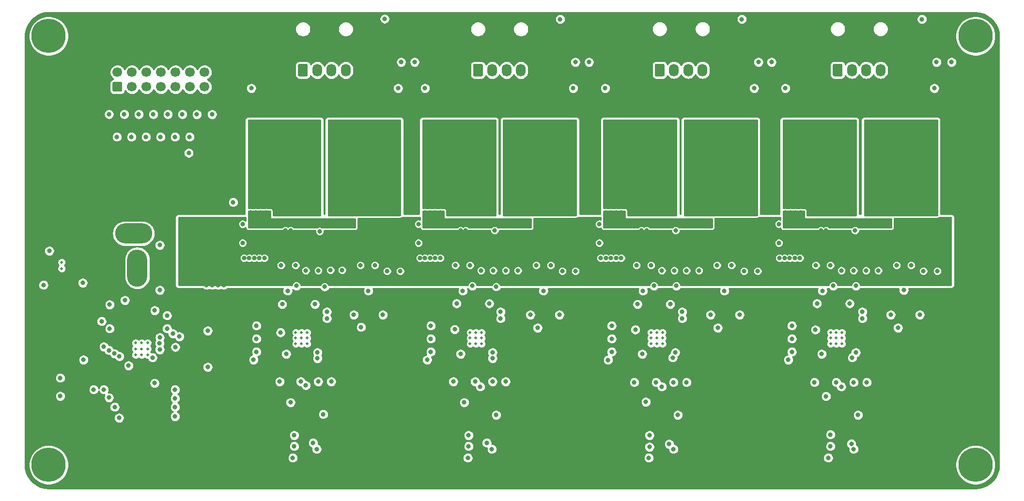
<source format=gbr>
%TF.GenerationSoftware,KiCad,Pcbnew,(5.1.8-0-10_14)*%
%TF.CreationDate,2021-05-08T00:18:42-07:00*%
%TF.ProjectId,TEC,5445432e-6b69-4636-9164-5f7063625858,A*%
%TF.SameCoordinates,Original*%
%TF.FileFunction,Copper,L3,Inr*%
%TF.FilePolarity,Positive*%
%FSLAX46Y46*%
G04 Gerber Fmt 4.6, Leading zero omitted, Abs format (unit mm)*
G04 Created by KiCad (PCBNEW (5.1.8-0-10_14)) date 2021-05-08 00:18:42*
%MOMM*%
%LPD*%
G01*
G04 APERTURE LIST*
%TA.AperFunction,ComponentPad*%
%ADD10C,0.500000*%
%TD*%
%TA.AperFunction,ComponentPad*%
%ADD11C,1.700000*%
%TD*%
%TA.AperFunction,ComponentPad*%
%ADD12O,1.700000X2.200000*%
%TD*%
%TA.AperFunction,ComponentPad*%
%ADD13C,0.800000*%
%TD*%
%TA.AperFunction,ComponentPad*%
%ADD14C,6.000000*%
%TD*%
%TA.AperFunction,ComponentPad*%
%ADD15O,6.500000X3.500000*%
%TD*%
%TA.AperFunction,ComponentPad*%
%ADD16O,3.500000X6.500000*%
%TD*%
%TA.AperFunction,ViaPad*%
%ADD17C,0.800000*%
%TD*%
%TA.AperFunction,Conductor*%
%ADD18C,0.254000*%
%TD*%
%TA.AperFunction,Conductor*%
%ADD19C,0.100000*%
%TD*%
G04 APERTURE END LIST*
D10*
%TO.N,GND*%
%TO.C,U2*%
X72297000Y-125764000D03*
X71247000Y-125764000D03*
X70197000Y-125764000D03*
X72297000Y-124714000D03*
X71247000Y-124714000D03*
X70197000Y-124714000D03*
X72297000Y-123664000D03*
X71247000Y-123664000D03*
X70197000Y-123664000D03*
%TD*%
D11*
%TO.N,GND*%
%TO.C,J2*%
X82240000Y-76327000D03*
%TO.N,/BAT_VOLT*%
X79700000Y-76327000D03*
%TO.N,Net-(FL7-Pad3)*%
X77160000Y-76327000D03*
%TO.N,Net-(FL6-Pad3)*%
X74620000Y-76327000D03*
%TO.N,/RST_LASER*%
X72080000Y-76327000D03*
%TO.N,Net-(FL5-Pad3)*%
X69540000Y-76327000D03*
%TO.N,Net-(FL4-Pad3)*%
X67000000Y-76327000D03*
%TO.N,/DATA_13*%
X82240000Y-78867000D03*
%TO.N,/CHARGE*%
X79700000Y-78867000D03*
%TO.N,Net-(FL1-Pad3)*%
X77160000Y-78867000D03*
%TO.N,/TMP_LASER*%
X74620000Y-78867000D03*
%TO.N,/CS_LASER*%
X72080000Y-78867000D03*
%TO.N,Net-(FL2-Pad3)*%
X69540000Y-78867000D03*
%TO.N,Net-(FL3-Pad3)*%
%TA.AperFunction,ComponentPad*%
G36*
G01*
X67600000Y-79717000D02*
X66400000Y-79717000D01*
G75*
G02*
X66150000Y-79467000I0J250000D01*
G01*
X66150000Y-78267000D01*
G75*
G02*
X66400000Y-78017000I250000J0D01*
G01*
X67600000Y-78017000D01*
G75*
G02*
X67850000Y-78267000I0J-250000D01*
G01*
X67850000Y-79467000D01*
G75*
G02*
X67600000Y-79717000I-250000J0D01*
G01*
G37*
%TD.AperFunction*%
%TD*%
D10*
%TO.N,GND*%
%TO.C,U8*%
X57277000Y-110659000D03*
X57277000Y-109559000D03*
%TD*%
%TO.N,GND*%
%TO.C,U18*%
X193663000Y-121825000D03*
X193663000Y-122825000D03*
X193663000Y-123825000D03*
X192663000Y-121825000D03*
X192663000Y-122825000D03*
X192663000Y-123825000D03*
X191663000Y-121825000D03*
X191663000Y-122825000D03*
X191663000Y-123825000D03*
%TD*%
%TO.N,GND*%
%TO.C,U14*%
X162290000Y-121825000D03*
X162290000Y-122825000D03*
X162290000Y-123825000D03*
X161290000Y-121825000D03*
X161290000Y-122825000D03*
X161290000Y-123825000D03*
X160290000Y-121825000D03*
X160290000Y-122825000D03*
X160290000Y-123825000D03*
%TD*%
%TO.N,GND*%
%TO.C,U10*%
X130667000Y-121825000D03*
X130667000Y-122825000D03*
X130667000Y-123825000D03*
X129667000Y-121825000D03*
X129667000Y-122825000D03*
X129667000Y-123825000D03*
X128667000Y-121825000D03*
X128667000Y-122825000D03*
X128667000Y-123825000D03*
%TD*%
D12*
%TO.N,GND*%
%TO.C,J6*%
X200413000Y-75946000D03*
%TO.N,/TEMPGET4*%
X197913000Y-75946000D03*
%TO.N,/sheet609C9431/TECN*%
X195413000Y-75946000D03*
%TO.N,/sheet609C9431/TECP*%
%TA.AperFunction,ComponentPad*%
G36*
G01*
X193513000Y-77046000D02*
X192313000Y-77046000D01*
G75*
G02*
X192063000Y-76796000I0J250000D01*
G01*
X192063000Y-75096000D01*
G75*
G02*
X192313000Y-74846000I250000J0D01*
G01*
X193513000Y-74846000D01*
G75*
G02*
X193763000Y-75096000I0J-250000D01*
G01*
X193763000Y-76796000D01*
G75*
G02*
X193513000Y-77046000I-250000J0D01*
G01*
G37*
%TD.AperFunction*%
%TD*%
%TO.N,GND*%
%TO.C,J5*%
X169298000Y-75946000D03*
%TO.N,/TEMPGET3*%
X166798000Y-75946000D03*
%TO.N,/sheet609BE7FC/TECN*%
X164298000Y-75946000D03*
%TO.N,/sheet609BE7FC/TECP*%
%TA.AperFunction,ComponentPad*%
G36*
G01*
X162398000Y-77046000D02*
X161198000Y-77046000D01*
G75*
G02*
X160948000Y-76796000I0J250000D01*
G01*
X160948000Y-75096000D01*
G75*
G02*
X161198000Y-74846000I250000J0D01*
G01*
X162398000Y-74846000D01*
G75*
G02*
X162648000Y-75096000I0J-250000D01*
G01*
X162648000Y-76796000D01*
G75*
G02*
X162398000Y-77046000I-250000J0D01*
G01*
G37*
%TD.AperFunction*%
%TD*%
%TO.N,GND*%
%TO.C,J4*%
X137548000Y-75962000D03*
%TO.N,/TEMPGET2*%
X135048000Y-75962000D03*
%TO.N,/sheet609B3708/TECN*%
X132548000Y-75962000D03*
%TO.N,/sheet609B3708/TECP*%
%TA.AperFunction,ComponentPad*%
G36*
G01*
X130648000Y-77062000D02*
X129448000Y-77062000D01*
G75*
G02*
X129198000Y-76812000I0J250000D01*
G01*
X129198000Y-75112000D01*
G75*
G02*
X129448000Y-74862000I250000J0D01*
G01*
X130648000Y-74862000D01*
G75*
G02*
X130898000Y-75112000I0J-250000D01*
G01*
X130898000Y-76812000D01*
G75*
G02*
X130648000Y-77062000I-250000J0D01*
G01*
G37*
%TD.AperFunction*%
%TD*%
D13*
%TO.N,Net-(H4-Pad1)*%
%TO.C,H4*%
X218590990Y-143409010D03*
X217000000Y-142750000D03*
X215409010Y-143409010D03*
X214750000Y-145000000D03*
X215409010Y-146590990D03*
X217000000Y-147250000D03*
X218590990Y-146590990D03*
X219250000Y-145000000D03*
D14*
X217000000Y-145000000D03*
%TD*%
D13*
%TO.N,Net-(H3-Pad1)*%
%TO.C,H3*%
X56590990Y-143409010D03*
X55000000Y-142750000D03*
X53409010Y-143409010D03*
X52750000Y-145000000D03*
X53409010Y-146590990D03*
X55000000Y-147250000D03*
X56590990Y-146590990D03*
X57250000Y-145000000D03*
D14*
X55000000Y-145000000D03*
%TD*%
D13*
%TO.N,Net-(H2-Pad1)*%
%TO.C,H2*%
X56590990Y-68409010D03*
X55000000Y-67750000D03*
X53409010Y-68409010D03*
X52750000Y-70000000D03*
X53409010Y-71590990D03*
X55000000Y-72250000D03*
X56590990Y-71590990D03*
X57250000Y-70000000D03*
D14*
X55000000Y-70000000D03*
%TD*%
D13*
%TO.N,Net-(H1-Pad1)*%
%TO.C,H1*%
X218590990Y-68409010D03*
X217000000Y-67750000D03*
X215409010Y-68409010D03*
X214750000Y-70000000D03*
X215409010Y-71590990D03*
X217000000Y-72250000D03*
X218590990Y-71590990D03*
X219250000Y-70000000D03*
D14*
X217000000Y-70000000D03*
%TD*%
D10*
%TO.N,GND*%
%TO.C,U5*%
X100187000Y-121825000D03*
X100187000Y-122825000D03*
X100187000Y-123825000D03*
X99187000Y-121825000D03*
X99187000Y-122825000D03*
X99187000Y-123825000D03*
X98187000Y-121825000D03*
X98187000Y-122825000D03*
X98187000Y-123825000D03*
%TD*%
D12*
%TO.N,GND*%
%TO.C,J3*%
X106941000Y-75962000D03*
%TO.N,/TEMPGET1*%
X104441000Y-75962000D03*
%TO.N,/LTC1923Channel/TECN*%
X101941000Y-75962000D03*
%TO.N,/LTC1923Channel/TECP*%
%TA.AperFunction,ComponentPad*%
G36*
G01*
X100041000Y-77062000D02*
X98841000Y-77062000D01*
G75*
G02*
X98591000Y-76812000I0J250000D01*
G01*
X98591000Y-75112000D01*
G75*
G02*
X98841000Y-74862000I250000J0D01*
G01*
X100041000Y-74862000D01*
G75*
G02*
X100291000Y-75112000I0J-250000D01*
G01*
X100291000Y-76812000D01*
G75*
G02*
X100041000Y-77062000I-250000J0D01*
G01*
G37*
%TD.AperFunction*%
%TD*%
D15*
%TO.N,+BATT*%
%TO.C,J1*%
X69850000Y-104530400D03*
D16*
%TO.N,GND*%
X70485000Y-110561000D03*
%TD*%
D17*
%TO.N,+3V3*%
X64262000Y-119888008D03*
X66929006Y-87630000D03*
%TO.N,+5V*%
X54102000Y-108712000D03*
X82192500Y-96115500D03*
X57023000Y-126619000D03*
X99634000Y-116901000D03*
X97724000Y-116906000D03*
X111506000Y-122809000D03*
X116586000Y-122809000D03*
X113816000Y-138279000D03*
X111403000Y-138279000D03*
X93853000Y-143764000D03*
X130114000Y-116774000D03*
X128204000Y-116779000D03*
X142454500Y-138342500D03*
X144867500Y-138342500D03*
X147447000Y-122809000D03*
X142367000Y-122809000D03*
X124206000Y-143764000D03*
X159827000Y-116906000D03*
X161737000Y-116901000D03*
X173863000Y-122809000D03*
X178943000Y-122809000D03*
X176363500Y-138342500D03*
X173950500Y-138342500D03*
X155829000Y-143764000D03*
X191196000Y-116779000D03*
X193106000Y-116774000D03*
X187325000Y-143764000D03*
X205446500Y-138342500D03*
X207859500Y-138342500D03*
X210439000Y-122809000D03*
X205359000Y-122809000D03*
%TO.N,Net-(L1-Pad1)*%
X90424000Y-85217000D03*
X91694000Y-85217000D03*
X92964000Y-85217000D03*
X94234000Y-85217000D03*
X95504000Y-85217000D03*
X96774000Y-85217000D03*
X98044000Y-85217000D03*
X99314000Y-85217000D03*
X100584000Y-85217000D03*
X101854000Y-85217000D03*
X91059000Y-86487000D03*
X92329000Y-86487000D03*
X93599000Y-86487000D03*
X94869000Y-86487000D03*
X96139000Y-86487000D03*
X97409000Y-86487000D03*
X98679000Y-86487000D03*
X99949000Y-86487000D03*
X101219000Y-86487000D03*
X90424000Y-87757000D03*
X91694000Y-87757000D03*
X92964000Y-87757000D03*
X94234000Y-87757000D03*
X95504000Y-87757000D03*
X96774000Y-87757000D03*
X98044000Y-87757000D03*
X99314000Y-87757000D03*
X100584000Y-87757000D03*
X101854000Y-87757000D03*
X91059000Y-89027000D03*
X92329000Y-89027000D03*
X93599000Y-89027000D03*
X94869000Y-89027000D03*
X96139000Y-89027000D03*
X97409000Y-89027000D03*
X98679000Y-89027000D03*
X99949000Y-89027000D03*
X101219000Y-89027000D03*
X90424000Y-90297000D03*
X91694000Y-90297000D03*
X92964000Y-90297000D03*
X94234000Y-90297000D03*
X95504000Y-90297000D03*
X96774000Y-90297000D03*
X98044000Y-90297000D03*
X99314000Y-90297000D03*
X100584000Y-90297000D03*
X101854000Y-90297000D03*
X91059000Y-91567000D03*
X92329000Y-91567000D03*
X93599000Y-91567000D03*
X94869000Y-91567000D03*
X96139000Y-91567000D03*
X97409000Y-91567000D03*
X98679000Y-91567000D03*
X99949000Y-91567000D03*
X101219000Y-91567000D03*
X90424000Y-92837000D03*
X91694000Y-92837000D03*
X92964000Y-92837000D03*
X99314000Y-92837000D03*
X100584000Y-92837000D03*
X101854000Y-92837000D03*
X91059000Y-94107000D03*
X92329000Y-94107000D03*
X99949000Y-94107000D03*
X101219000Y-94107000D03*
X90424000Y-95377000D03*
X91694000Y-95377000D03*
X92964000Y-95377000D03*
X98044000Y-96012000D03*
X99314000Y-95377000D03*
X100584000Y-95377000D03*
X101854000Y-95377000D03*
X91059000Y-96647000D03*
X92329000Y-96647000D03*
X99949000Y-96647000D03*
X101219000Y-96647000D03*
X90424000Y-97917000D03*
X91694000Y-97917000D03*
X92964000Y-97917000D03*
X99314000Y-97917000D03*
X100584000Y-97917000D03*
X101854000Y-97917000D03*
X91059000Y-99187000D03*
X92329000Y-99187000D03*
X99949000Y-99187000D03*
X101219000Y-99187000D03*
X99314000Y-100457000D03*
X100584000Y-100457000D03*
X101854000Y-100457000D03*
X96774000Y-96012000D03*
X95504000Y-96012000D03*
X94234000Y-96012000D03*
%TO.N,/TEMPGET1*%
X116617800Y-74549000D03*
X118967210Y-74549000D03*
%TO.N,/VREF*%
X95526500Y-121844800D03*
X101981000Y-126365000D03*
X68326000Y-116205000D03*
X68960997Y-127634997D03*
%TO.N,/CS_TEC_READ*%
X77851000Y-122555000D03*
X79629000Y-87630000D03*
%TO.N,/CS_TEC_SET*%
X76708000Y-122047000D03*
X77089000Y-87630000D03*
%TO.N,/SCK*%
X75692000Y-121158000D03*
X75692000Y-118872000D03*
X74549000Y-87630006D03*
%TO.N,/MISO*%
X72008996Y-87630000D03*
X73533000Y-117983000D03*
%TO.N,/MOSI*%
X69469000Y-87630000D03*
X65659000Y-121158000D03*
X65659002Y-116967002D03*
%TO.N,/TEMPSET1*%
X77089000Y-131826000D03*
X64643000Y-124333000D03*
X64643000Y-131826000D03*
X104394000Y-130429000D03*
%TO.N,GND*%
X55118000Y-107569000D03*
X60960000Y-113157000D03*
X54102000Y-113538000D03*
X68215000Y-83677000D03*
X70755000Y-83677000D03*
X73295000Y-83677000D03*
X75835000Y-83677000D03*
X78375000Y-83677000D03*
X80899000Y-83693000D03*
X83566000Y-83693000D03*
X65548000Y-83677000D03*
X79487000Y-90439000D03*
X82804000Y-121539000D03*
X82804000Y-127889000D03*
X61087000Y-126619000D03*
X57023000Y-129794000D03*
X57023000Y-132969000D03*
X113736000Y-66985000D03*
X116078000Y-79121000D03*
X90424000Y-79121000D03*
X109474000Y-110109000D03*
X112014000Y-110109000D03*
X98171000Y-110109000D03*
X95631000Y-110109000D03*
X89154000Y-108839000D03*
X90043000Y-108839000D03*
X90932000Y-108839000D03*
X91821000Y-108839000D03*
X92710000Y-108839000D03*
X101534000Y-116906000D03*
X95824000Y-116901000D03*
X108331000Y-118745000D03*
X113411000Y-118745000D03*
X99949000Y-110998000D03*
X102108000Y-110998000D03*
X104267000Y-110953800D03*
X106299000Y-110953800D03*
X91313000Y-120650000D03*
X91313000Y-122936000D03*
X91313000Y-125222000D03*
X90805000Y-126619000D03*
X95377000Y-130429000D03*
X99060000Y-130429000D03*
X114173000Y-111125000D03*
X116459000Y-111125000D03*
X97663000Y-143764000D03*
X97917000Y-141732000D03*
X101854000Y-142240000D03*
X102108000Y-130429000D03*
X120777000Y-79121000D03*
X146685000Y-79121000D03*
X102362000Y-104140000D03*
X132969000Y-104013000D03*
X130556000Y-110998000D03*
X132715000Y-110998000D03*
X134874000Y-110998000D03*
X137033000Y-110998000D03*
X142748000Y-110109000D03*
X140208000Y-110109000D03*
X128651000Y-110109000D03*
X126111000Y-110109000D03*
X147066000Y-111125000D03*
X144780000Y-111125000D03*
X119888000Y-108839000D03*
X120777000Y-108839000D03*
X121666000Y-108839000D03*
X122555000Y-108839000D03*
X123444000Y-108839000D03*
X132014000Y-116779000D03*
X126304000Y-116774000D03*
X121793000Y-120650000D03*
X121793000Y-122936000D03*
X121793000Y-125222000D03*
X121158000Y-126619000D03*
X125730000Y-130429000D03*
X129540000Y-130429000D03*
X132588000Y-130429000D03*
X128270000Y-143764000D03*
X132461000Y-142240000D03*
X128397000Y-141732000D03*
X128397000Y-139827000D03*
X144272000Y-118745000D03*
X139192000Y-118745000D03*
X77142710Y-124406286D03*
X152273000Y-79121000D03*
X178308000Y-79121000D03*
X164592000Y-104013000D03*
X157734000Y-110109000D03*
X160274000Y-110109000D03*
X162179000Y-110998000D03*
X164338000Y-110998000D03*
X166497000Y-110998000D03*
X168656000Y-110998000D03*
X171831000Y-110109000D03*
X174371000Y-110109000D03*
X176530000Y-111125000D03*
X178943000Y-111125000D03*
X151511000Y-108839000D03*
X152400000Y-108839000D03*
X153289000Y-108839000D03*
X154178000Y-108839000D03*
X155067000Y-108839000D03*
X157927000Y-116901000D03*
X163637000Y-116906000D03*
X153416000Y-120650000D03*
X153416000Y-122936000D03*
X153416000Y-125222000D03*
X157353000Y-130556000D03*
X161163000Y-130556000D03*
X164211000Y-130556000D03*
X159385000Y-133985000D03*
X170688000Y-118745000D03*
X175768000Y-118745000D03*
X164211000Y-142240000D03*
X159893000Y-143764000D03*
X160020000Y-141859000D03*
X160020000Y-139827000D03*
X183769000Y-79121000D03*
X209804000Y-79121000D03*
X182753000Y-108839000D03*
X183642000Y-108839000D03*
X184531000Y-108839000D03*
X185420000Y-108839000D03*
X186309000Y-108839000D03*
X193548000Y-110998000D03*
X195707000Y-110998000D03*
X197866000Y-110998000D03*
X200025000Y-110998000D03*
X207899000Y-111125000D03*
X210312000Y-111125000D03*
X189103000Y-110109000D03*
X191643000Y-110109000D03*
X203200000Y-110109000D03*
X205740000Y-110109000D03*
X189296000Y-116774000D03*
X195006000Y-116779000D03*
X184912000Y-120650000D03*
X184912000Y-122936000D03*
X184912000Y-125222000D03*
X188849000Y-130556000D03*
X192659000Y-130556000D03*
X195707000Y-130556000D03*
X191262000Y-143764000D03*
X195707000Y-142240000D03*
X191643000Y-141732000D03*
X191643000Y-139700000D03*
X195961000Y-104013000D03*
X207264000Y-118745000D03*
X202184000Y-118745000D03*
X152781000Y-126650790D03*
X144406502Y-67048500D03*
X176156500Y-67048500D03*
X207637500Y-67048500D03*
X184277000Y-126619000D03*
X62865000Y-131826000D03*
X73509500Y-130706500D03*
X97282000Y-134080210D03*
X127635000Y-134080210D03*
X97917000Y-139827000D03*
X190881000Y-133000790D03*
%TO.N,+VDC*%
X82550000Y-102362000D03*
X83566000Y-102362000D03*
X84582000Y-102362000D03*
X85598000Y-102362000D03*
X82550000Y-103378000D03*
X83566000Y-103378000D03*
X84582000Y-103378000D03*
X85598000Y-103378000D03*
X82550000Y-104394000D03*
X83566000Y-104394000D03*
X84582000Y-104394000D03*
X85598000Y-104394000D03*
X82550000Y-105410000D03*
X83566000Y-105410000D03*
X84582000Y-105410000D03*
X85598000Y-105410000D03*
X82550000Y-106426000D03*
X83566000Y-106426000D03*
X84582000Y-106426000D03*
X85598000Y-106426000D03*
X82550000Y-107442000D03*
X83566000Y-107442000D03*
X84582000Y-107442000D03*
X85598000Y-107442000D03*
X82550000Y-108458000D03*
X83566000Y-108458000D03*
X84582000Y-108458000D03*
X85598000Y-108458000D03*
X82550000Y-109474000D03*
X83566000Y-109474000D03*
X84582000Y-109474000D03*
X85598000Y-109474000D03*
X82550000Y-110490000D03*
X83566000Y-110490000D03*
X84582000Y-110490000D03*
X85598000Y-110490000D03*
X82550000Y-111506000D03*
X83566000Y-111506000D03*
X84582000Y-111506000D03*
X85598000Y-111506000D03*
X82550000Y-112522000D03*
X83566000Y-112522000D03*
X84582000Y-112522000D03*
X85598000Y-112522000D03*
X82550000Y-113538000D03*
X83566000Y-113538000D03*
X84582000Y-113538000D03*
X85598000Y-113538000D03*
X110363000Y-104013000D03*
X110363000Y-105029000D03*
X111252000Y-104013000D03*
X111252000Y-105029000D03*
X96393000Y-104013000D03*
X97282000Y-104013000D03*
X97282000Y-104902000D03*
X96393000Y-104902000D03*
X94234000Y-108077000D03*
X104140000Y-105918000D03*
X105029000Y-105918000D03*
X104140000Y-106807000D03*
X105029000Y-106807000D03*
X105918000Y-106807000D03*
X105918000Y-105918000D03*
X106807000Y-105918000D03*
X106807000Y-106807000D03*
X100076000Y-107061000D03*
X102362000Y-107061000D03*
X89789000Y-113030000D03*
X92075000Y-113030000D03*
X116459000Y-107061000D03*
X114173000Y-107061000D03*
X127000000Y-104013000D03*
X127000000Y-105029000D03*
X127889000Y-105029000D03*
X127889000Y-104013000D03*
X124841000Y-108077000D03*
X141097000Y-104013000D03*
X141986000Y-104013000D03*
X141986000Y-104902000D03*
X141097000Y-104902000D03*
X135001000Y-105918000D03*
X135001000Y-106807000D03*
X135890000Y-106807000D03*
X135890000Y-105918000D03*
X136779000Y-105918000D03*
X136779000Y-106807000D03*
X137668000Y-106807000D03*
X137668000Y-105918000D03*
X132969000Y-107061000D03*
X130556000Y-107061000D03*
X147066000Y-107061000D03*
X144780000Y-107061000D03*
X120396000Y-113030000D03*
X122682000Y-113030000D03*
X158623000Y-104013000D03*
X159512000Y-104013000D03*
X158623000Y-104902000D03*
X159512000Y-104902000D03*
X172720000Y-104013000D03*
X173609000Y-104013000D03*
X172720000Y-104902000D03*
X173609000Y-104902000D03*
X156464000Y-108077000D03*
X152019000Y-113030000D03*
X154305000Y-113030000D03*
X162179000Y-107061000D03*
X164592000Y-107061000D03*
X166497000Y-105918000D03*
X167386000Y-105918000D03*
X168275000Y-105918000D03*
X169164000Y-105918000D03*
X169164000Y-106807000D03*
X168275000Y-106807000D03*
X167386000Y-106807000D03*
X166497000Y-106807000D03*
X176530000Y-107061000D03*
X178943000Y-107061000D03*
X189992000Y-104013000D03*
X190881000Y-104013000D03*
X190881000Y-104902000D03*
X189992000Y-104902000D03*
X204089000Y-104013000D03*
X204978000Y-104013000D03*
X204978000Y-104902000D03*
X204089000Y-104902000D03*
X193548000Y-107061000D03*
X195961000Y-107061000D03*
X197739000Y-105918000D03*
X198628000Y-105918000D03*
X199517000Y-105918000D03*
X200406000Y-105918000D03*
X200406000Y-106807000D03*
X199517000Y-106807000D03*
X198628000Y-106807000D03*
X197739000Y-106807000D03*
X183261000Y-113030000D03*
X185674000Y-113030000D03*
X210312000Y-107061000D03*
X207899000Y-107061000D03*
X187833000Y-108077000D03*
%TO.N,/ITECSET1*%
X74424310Y-122720560D03*
X99949000Y-131095790D03*
%TO.N,Net-(L2-Pad2)*%
X104394000Y-85217000D03*
X105664000Y-85217000D03*
X106934000Y-85217000D03*
X108204000Y-85217000D03*
X109474000Y-85217000D03*
X110744000Y-85217000D03*
X112014000Y-85217000D03*
X113284000Y-85217000D03*
X114554000Y-85217000D03*
X115824000Y-85217000D03*
X105029000Y-86487000D03*
X106299000Y-86487000D03*
X107569000Y-86487000D03*
X108839000Y-86487000D03*
X110109000Y-86487000D03*
X111379000Y-86487000D03*
X112649000Y-86487000D03*
X113919000Y-86487000D03*
X115189000Y-86487000D03*
X104394000Y-87757000D03*
X105664000Y-87757000D03*
X106934000Y-87757000D03*
X108204000Y-87757000D03*
X109474000Y-87757000D03*
X110744000Y-87757000D03*
X112014000Y-87757000D03*
X113284000Y-87757000D03*
X114554000Y-87757000D03*
X115824000Y-87757000D03*
X105029000Y-89027000D03*
X106299000Y-89027000D03*
X107569000Y-89027000D03*
X108839000Y-89027000D03*
X110109000Y-89027000D03*
X111379000Y-89027000D03*
X112649000Y-89027000D03*
X113919000Y-89027000D03*
X115189000Y-89027000D03*
X104394000Y-90297000D03*
X105664000Y-90297000D03*
X106934000Y-90297000D03*
X108204000Y-90297000D03*
X109474000Y-90297000D03*
X110744000Y-90297000D03*
X112014000Y-90297000D03*
X113284000Y-90297000D03*
X114554000Y-90297000D03*
X115824000Y-90297000D03*
X105029000Y-91567000D03*
X106299000Y-91567000D03*
X107569000Y-91567000D03*
X108839000Y-91567000D03*
X110109000Y-91567000D03*
X111379000Y-91567000D03*
X112649000Y-91567000D03*
X113919000Y-91567000D03*
X115189000Y-91567000D03*
X104394000Y-92837000D03*
X105664000Y-92837000D03*
X106934000Y-92837000D03*
X113284000Y-92837000D03*
X114554000Y-92837000D03*
X115824000Y-92837000D03*
X105029000Y-94107000D03*
X106299000Y-94107000D03*
X113919000Y-94107000D03*
X115189000Y-94107000D03*
X104394000Y-95377000D03*
X105664000Y-95377000D03*
X106934000Y-95377000D03*
X108204000Y-96012000D03*
X109474000Y-96012000D03*
X110744000Y-96012000D03*
X112014000Y-96012000D03*
X113284000Y-95377000D03*
X114554000Y-95377000D03*
X115824000Y-95377000D03*
X105029000Y-96647000D03*
X106299000Y-96647000D03*
X113919000Y-96647000D03*
X115189000Y-96647000D03*
X104394000Y-97917000D03*
X105664000Y-97917000D03*
X106934000Y-97917000D03*
X113284000Y-97917000D03*
X114554000Y-97917000D03*
X115824000Y-97917000D03*
X105029000Y-99187000D03*
X106299000Y-99187000D03*
X113919000Y-99187000D03*
X115189000Y-99187000D03*
X104394000Y-100457000D03*
X105664000Y-100457000D03*
X106934000Y-100457000D03*
X113284000Y-100457000D03*
X114554000Y-100457000D03*
X115824000Y-100457000D03*
%TO.N,/LTC1923Channel/~FAULT*%
X101981000Y-125349000D03*
X109601000Y-120904000D03*
%TO.N,Net-(Q7-Pad1)*%
X106934000Y-102362000D03*
X106934000Y-103251000D03*
X106045000Y-102362000D03*
X106045000Y-103251000D03*
X105156000Y-102362000D03*
X105156000Y-103251000D03*
X104267000Y-102362000D03*
X104267000Y-103251000D03*
X90297000Y-101727000D03*
X90297000Y-100838000D03*
X91186000Y-100838000D03*
X91186000Y-101727000D03*
X92075000Y-101727000D03*
X92075000Y-100838000D03*
X92964000Y-100838000D03*
X92964000Y-101727000D03*
X88900000Y-102870000D03*
X103632000Y-118237000D03*
%TO.N,Net-(Q10-Pad4)*%
X74422000Y-106553000D03*
X74421996Y-114427000D03*
%TO.N,Net-(U5-Pad24)*%
X110871000Y-114554000D03*
X96773999Y-114553999D03*
%TO.N,Net-(U5-Pad18)*%
X103251000Y-113823800D03*
X98298000Y-113665000D03*
%TO.N,/ENABLE*%
X96520000Y-125603000D03*
X87249000Y-99060000D03*
X127000000Y-125603000D03*
X158750000Y-125603000D03*
X190119000Y-125603000D03*
%TO.N,/sheet609B3708/VREF*%
X125965312Y-121303688D03*
X132588000Y-126364998D03*
%TO.N,/sheet609BE7FC/VREF*%
X164084000Y-126238000D03*
X157543500Y-121348500D03*
%TO.N,/sheet609C9431/VREF*%
X195453000Y-126238000D03*
X189022812Y-121365188D03*
%TO.N,/TEMPGET2*%
X147066000Y-74549000D03*
X149447210Y-74549000D03*
%TO.N,/TEMPGET3*%
X181356001Y-74548999D03*
X179069998Y-74549000D03*
%TO.N,/TEMPGET4*%
X210185000Y-74549000D03*
X212820210Y-74549000D03*
%TO.N,/sheet609B3708/~FAULT*%
X140462000Y-121031000D03*
X132588000Y-125349000D03*
%TO.N,Net-(Q16-Pad1)*%
X120777000Y-100838000D03*
X121666000Y-100838000D03*
X122555000Y-100838000D03*
X123444000Y-100838000D03*
X123444000Y-101727000D03*
X122555000Y-101727000D03*
X121666000Y-101727000D03*
X120777000Y-101727000D03*
X137668000Y-102362000D03*
X137668000Y-103251000D03*
X136779000Y-102362000D03*
X136779000Y-103251000D03*
X135890000Y-103251000D03*
X135890000Y-102362000D03*
X135001000Y-102362000D03*
X135001000Y-103251000D03*
X119634000Y-102870000D03*
X133985000Y-118237000D03*
%TO.N,/sheet609BE7FC/~FAULT*%
X164532645Y-125340709D03*
X171958000Y-121031000D03*
%TO.N,Net-(Q22-Pad1)*%
X152400000Y-100838000D03*
X153289000Y-100838000D03*
X154178000Y-100838000D03*
X155067000Y-100838000D03*
X152400000Y-101727000D03*
X153289000Y-101727000D03*
X154178000Y-101727000D03*
X155067000Y-101727000D03*
X166497000Y-102362000D03*
X167386000Y-102362000D03*
X168275000Y-102362000D03*
X169164000Y-102362000D03*
X169164000Y-103251000D03*
X168275000Y-103251000D03*
X167386000Y-103251000D03*
X166497000Y-103251000D03*
X151257000Y-102870000D03*
X165735000Y-118237000D03*
%TO.N,/sheet609C9431/~FAULT*%
X196088000Y-125349000D03*
X203454000Y-121031000D03*
%TO.N,Net-(Q28-Pad1)*%
X183769000Y-100838000D03*
X184658000Y-100838000D03*
X185547000Y-100838000D03*
X186436000Y-100838000D03*
X186436000Y-101727000D03*
X185547000Y-101727000D03*
X184658000Y-101727000D03*
X183769000Y-101727000D03*
X182626000Y-102870000D03*
X197993000Y-102362000D03*
X198882000Y-102362000D03*
X199771000Y-102362000D03*
X200660000Y-102362000D03*
X200660000Y-103251000D03*
X199771000Y-103251000D03*
X198882000Y-103251000D03*
X197993000Y-103251000D03*
X197231000Y-118237000D03*
%TO.N,Net-(R7-Pad1)*%
X101219000Y-141137200D03*
X102997000Y-136144000D03*
%TO.N,/TEMPSET2*%
X65532002Y-124968000D03*
X65540336Y-133231336D03*
X77089000Y-133350000D03*
X134874000Y-130429000D03*
%TO.N,/TEMPSET3*%
X66492998Y-125525566D03*
X166497000Y-130556000D03*
X66547996Y-134874000D03*
X77089000Y-134874000D03*
%TO.N,/TEMPSET4*%
X67367889Y-126016483D03*
X197993000Y-130556000D03*
X67309998Y-136779000D03*
X77089000Y-136525000D03*
%TO.N,/ITECSET2*%
X130429000Y-131318000D03*
X74391467Y-123723234D03*
%TO.N,/ITECSET3*%
X74422000Y-124841000D03*
X162179000Y-131318000D03*
%TO.N,/ITECSET4*%
X73152000Y-126238000D03*
X193548000Y-131318000D03*
%TO.N,Net-(U10-Pad24)*%
X127381000Y-114554000D03*
X141478000Y-114554000D03*
%TO.N,Net-(U10-Pad18)*%
X133223000Y-113792000D03*
X129032000Y-113665000D03*
%TO.N,Net-(U14-Pad24)*%
X173101000Y-114554000D03*
X158877000Y-114554000D03*
%TO.N,Net-(U14-Pad18)*%
X160782000Y-113665000D03*
X164719000Y-113664996D03*
%TO.N,Net-(U18-Pad24)*%
X204470000Y-114427000D03*
X190246000Y-114554002D03*
%TO.N,Net-(U18-Pad18)*%
X192151000Y-113665000D03*
X196088000Y-113664996D03*
%TO.N,Net-(NT1-Pad1)*%
X88900000Y-106172000D03*
X103632000Y-119380000D03*
%TO.N,Net-(NT2-Pad1)*%
X119634000Y-106172000D03*
X133985000Y-119380000D03*
%TO.N,Net-(NT3-Pad1)*%
X151257000Y-106172000D03*
X165734996Y-119380000D03*
%TO.N,Net-(NT4-Pad1)*%
X182626000Y-106172000D03*
X197231000Y-119380000D03*
%TO.N,Net-(L3-Pad1)*%
X120904000Y-85217000D03*
X122174000Y-85217000D03*
X123444000Y-85217000D03*
X124714000Y-85217000D03*
X125984000Y-85217000D03*
X127254000Y-85217000D03*
X128524000Y-85217000D03*
X129794000Y-85217000D03*
X131064000Y-85217000D03*
X132334000Y-85217000D03*
X121539000Y-86487000D03*
X122809000Y-86487000D03*
X124079000Y-86487000D03*
X125349000Y-86487000D03*
X126619000Y-86487000D03*
X127889000Y-86487000D03*
X129159000Y-86487000D03*
X130429000Y-86487000D03*
X131699000Y-86487000D03*
X120904000Y-87757000D03*
X122174000Y-87757000D03*
X123444000Y-87757000D03*
X124714000Y-87757000D03*
X125984000Y-87757000D03*
X127254000Y-87757000D03*
X128524000Y-87757000D03*
X129794000Y-87757000D03*
X131064000Y-87757000D03*
X132334000Y-87757000D03*
X121539000Y-89027000D03*
X122809000Y-89027000D03*
X124079000Y-89027000D03*
X125349000Y-89027000D03*
X126619000Y-89027000D03*
X127889000Y-89027000D03*
X129159000Y-89027000D03*
X130429000Y-89027000D03*
X131699000Y-89027000D03*
X120904000Y-90297000D03*
X122174000Y-90297000D03*
X123444000Y-90297000D03*
X124714000Y-90297000D03*
X125984000Y-90297000D03*
X127254000Y-90297000D03*
X128524000Y-90297000D03*
X129794000Y-90297000D03*
X131064000Y-90297000D03*
X132334000Y-90297000D03*
X121539000Y-91567000D03*
X122809000Y-91567000D03*
X124079000Y-91567000D03*
X125349000Y-91567000D03*
X126619000Y-91567000D03*
X127889000Y-91567000D03*
X129159000Y-91567000D03*
X130429000Y-91567000D03*
X131699000Y-91567000D03*
X120904000Y-92837000D03*
X122174000Y-92837000D03*
X123444000Y-92837000D03*
X129794000Y-92837000D03*
X131064000Y-92837000D03*
X132334000Y-92837000D03*
X121539000Y-94107000D03*
X122809000Y-94107000D03*
X130429000Y-94107000D03*
X131699000Y-94107000D03*
X120904000Y-95377000D03*
X122174000Y-95377000D03*
X123444000Y-95377000D03*
X124714000Y-96012000D03*
X125984000Y-96012000D03*
X127254000Y-96012000D03*
X128524000Y-96012000D03*
X129794000Y-95377000D03*
X131064000Y-95377000D03*
X132334000Y-95377000D03*
X121539000Y-96647000D03*
X122809000Y-96647000D03*
X130429000Y-96647000D03*
X131699000Y-96647000D03*
X120904000Y-97917000D03*
X122174000Y-97917000D03*
X123444000Y-97917000D03*
X129794000Y-97917000D03*
X131064000Y-97917000D03*
X132334000Y-97917000D03*
X121539000Y-99187000D03*
X122809000Y-99187000D03*
X130429000Y-99187000D03*
X131699000Y-99187000D03*
X129794000Y-100457000D03*
X131064000Y-100457000D03*
X132334000Y-100457000D03*
%TO.N,Net-(L4-Pad2)*%
X136271000Y-85217000D03*
X137541000Y-85217000D03*
X138811000Y-85217000D03*
X140081000Y-85217000D03*
X141351000Y-85217000D03*
X142621000Y-85217000D03*
X143891000Y-85217000D03*
X145161000Y-85217000D03*
X146431000Y-85217000D03*
X135636000Y-86487000D03*
X136906000Y-86487000D03*
X138176000Y-86487000D03*
X139446000Y-86487000D03*
X140716000Y-86487000D03*
X141986000Y-86487000D03*
X143256000Y-86487000D03*
X144526000Y-86487000D03*
X145796000Y-86487000D03*
X135001000Y-87757000D03*
X136271000Y-87757000D03*
X137541000Y-87757000D03*
X138811000Y-87757000D03*
X140081000Y-87757000D03*
X141351000Y-87757000D03*
X142621000Y-87757000D03*
X143891000Y-87757000D03*
X145161000Y-87757000D03*
X146431000Y-87757000D03*
X135636000Y-89027000D03*
X136906000Y-89027000D03*
X138176000Y-89027000D03*
X139446000Y-89027000D03*
X140716000Y-89027000D03*
X141986000Y-89027000D03*
X143256000Y-89027000D03*
X144526000Y-89027000D03*
X145796000Y-89027000D03*
X135001000Y-90297000D03*
X136271000Y-90297000D03*
X137541000Y-90297000D03*
X138811000Y-90297000D03*
X140081000Y-90297000D03*
X141351000Y-90297000D03*
X142621000Y-90297000D03*
X143891000Y-90297000D03*
X145161000Y-90297000D03*
X146431000Y-90297000D03*
X135636000Y-91567000D03*
X136906000Y-91567000D03*
X138176000Y-91567000D03*
X139446000Y-91567000D03*
X140716000Y-91567000D03*
X141986000Y-91567000D03*
X143256000Y-91567000D03*
X144526000Y-91567000D03*
X145796000Y-91567000D03*
X135001000Y-92837000D03*
X136271000Y-92837000D03*
X137541000Y-92837000D03*
X143891000Y-92837000D03*
X145161000Y-92837000D03*
X146431000Y-92837000D03*
X135636000Y-94107000D03*
X136906000Y-94107000D03*
X144526000Y-94107000D03*
X145796000Y-94107000D03*
X135001000Y-95377000D03*
X136271000Y-95377000D03*
X137541000Y-95377000D03*
X138811000Y-96012000D03*
X140081000Y-96012000D03*
X141351000Y-96012000D03*
X142621000Y-96012000D03*
X143891000Y-95377000D03*
X145161000Y-95377000D03*
X146431000Y-95377000D03*
X135636000Y-96647000D03*
X136906000Y-96647000D03*
X144526000Y-96647000D03*
X145796000Y-96647000D03*
X135001000Y-97917000D03*
X136271000Y-97917000D03*
X137541000Y-97917000D03*
X143891000Y-97917000D03*
X145161000Y-97917000D03*
X146431000Y-97917000D03*
X135636000Y-99187000D03*
X136906000Y-99187000D03*
X144526000Y-99187000D03*
X145796000Y-99187000D03*
X135001000Y-100457000D03*
X136271000Y-100457000D03*
X137541000Y-100457000D03*
X143891000Y-100457000D03*
X145161000Y-100457000D03*
X146431000Y-100457000D03*
X135001000Y-85217000D03*
%TO.N,Net-(L5-Pad1)*%
X152527000Y-85217000D03*
X153797000Y-85217000D03*
X155067000Y-85217000D03*
X156337000Y-85217000D03*
X157607000Y-85217000D03*
X158877000Y-85217000D03*
X160147000Y-85217000D03*
X161417000Y-85217000D03*
X162687000Y-85217000D03*
X163957000Y-85217000D03*
X153162000Y-86487000D03*
X154432000Y-86487000D03*
X155702000Y-86487000D03*
X156972000Y-86487000D03*
X158242000Y-86487000D03*
X159512000Y-86487000D03*
X160782000Y-86487000D03*
X162052000Y-86487000D03*
X163322000Y-86487000D03*
X152527000Y-87757000D03*
X153797000Y-87757000D03*
X155067000Y-87757000D03*
X156337000Y-87757000D03*
X157607000Y-87757000D03*
X158877000Y-87757000D03*
X160147000Y-87757000D03*
X161417000Y-87757000D03*
X162687000Y-87757000D03*
X163957000Y-87757000D03*
X153162000Y-89027000D03*
X154432000Y-89027000D03*
X155702000Y-89027000D03*
X156972000Y-89027000D03*
X158242000Y-89027000D03*
X159512000Y-89027000D03*
X160782000Y-89027000D03*
X162052000Y-89027000D03*
X163322000Y-89027000D03*
X152527000Y-90297000D03*
X153797000Y-90297000D03*
X155067000Y-90297000D03*
X156337000Y-90297000D03*
X157607000Y-90297000D03*
X158877000Y-90297000D03*
X160147000Y-90297000D03*
X161417000Y-90297000D03*
X162687000Y-90297000D03*
X163957000Y-90297000D03*
X153162000Y-91567000D03*
X154432000Y-91567000D03*
X155702000Y-91567000D03*
X156972000Y-91567000D03*
X158242000Y-91567000D03*
X159512000Y-91567000D03*
X160782000Y-91567000D03*
X162052000Y-91567000D03*
X163322000Y-91567000D03*
X152527000Y-92837000D03*
X153797000Y-92837000D03*
X155067000Y-92837000D03*
X161417000Y-92837000D03*
X162687000Y-92837000D03*
X163957000Y-92837000D03*
X153162000Y-94107000D03*
X154432000Y-94107000D03*
X162052000Y-94107000D03*
X163322000Y-94107000D03*
X152527000Y-95377000D03*
X153797000Y-95377000D03*
X155067000Y-95377000D03*
X156337000Y-96012000D03*
X157607000Y-96012000D03*
X158877000Y-96012000D03*
X160147000Y-96012000D03*
X161417000Y-95377000D03*
X162687000Y-95377000D03*
X163957000Y-95377000D03*
X153162000Y-96647000D03*
X154432000Y-96647000D03*
X162052000Y-96647000D03*
X163322000Y-96647000D03*
X152527000Y-97917000D03*
X153797000Y-97917000D03*
X155067000Y-97917000D03*
X161417000Y-97917000D03*
X162687000Y-97917000D03*
X163957000Y-97917000D03*
X153162000Y-99187000D03*
X154432000Y-99187000D03*
X162052000Y-99187000D03*
X163322000Y-99187000D03*
X161417000Y-100457000D03*
X162687000Y-100457000D03*
X163957000Y-100457000D03*
%TO.N,Net-(L6-Pad2)*%
X166624000Y-85217000D03*
X167894000Y-85217000D03*
X169164000Y-85217000D03*
X170434000Y-85217000D03*
X171704000Y-85217000D03*
X172974000Y-85217000D03*
X174244000Y-85217000D03*
X175514000Y-85217000D03*
X176784000Y-85217000D03*
X178054000Y-85217000D03*
X167259000Y-86487000D03*
X168529000Y-86487000D03*
X169799000Y-86487000D03*
X171069000Y-86487000D03*
X172339000Y-86487000D03*
X173609000Y-86487000D03*
X174879000Y-86487000D03*
X176149000Y-86487000D03*
X177419000Y-86487000D03*
X166624000Y-87757000D03*
X167894000Y-87757000D03*
X169164000Y-87757000D03*
X170434000Y-87757000D03*
X171704000Y-87757000D03*
X172974000Y-87757000D03*
X174244000Y-87757000D03*
X175514000Y-87757000D03*
X176784000Y-87757000D03*
X178054000Y-87757000D03*
X167259000Y-89027000D03*
X168529000Y-89027000D03*
X169799000Y-89027000D03*
X171069000Y-89027000D03*
X172339000Y-89027000D03*
X173609000Y-89027000D03*
X174879000Y-89027000D03*
X176149000Y-89027000D03*
X177419000Y-89027000D03*
X166624000Y-90297000D03*
X167894000Y-90297000D03*
X169164000Y-90297000D03*
X170434000Y-90297000D03*
X171704000Y-90297000D03*
X172974000Y-90297000D03*
X174244000Y-90297000D03*
X175514000Y-90297000D03*
X176784000Y-90297000D03*
X178054000Y-90297000D03*
X167259000Y-91567000D03*
X168529000Y-91567000D03*
X169799000Y-91567000D03*
X171069000Y-91567000D03*
X172339000Y-91567000D03*
X173609000Y-91567000D03*
X174879000Y-91567000D03*
X176149000Y-91567000D03*
X177419000Y-91567000D03*
X166624000Y-92837000D03*
X167894000Y-92837000D03*
X169164000Y-92837000D03*
X175514000Y-92837000D03*
X176784000Y-92837000D03*
X178054000Y-92837000D03*
X167259000Y-94107000D03*
X168529000Y-94107000D03*
X176149000Y-94107000D03*
X177419000Y-94107000D03*
X166624000Y-95377000D03*
X167894000Y-95377000D03*
X169164000Y-95377000D03*
X170434000Y-96012000D03*
X171704000Y-96012000D03*
X172974000Y-96012000D03*
X174244000Y-96012000D03*
X175514000Y-95377000D03*
X176784000Y-95377000D03*
X178054000Y-95377000D03*
X167259000Y-96647000D03*
X168529000Y-96647000D03*
X176149000Y-96647000D03*
X177419000Y-96647000D03*
X166624000Y-97917000D03*
X167894000Y-97917000D03*
X169164000Y-97917000D03*
X175514000Y-97917000D03*
X176784000Y-97917000D03*
X178054000Y-97917000D03*
X167259000Y-99187000D03*
X168529000Y-99187000D03*
X176149000Y-99187000D03*
X177419000Y-99187000D03*
X166624000Y-100457000D03*
X167894000Y-100457000D03*
X169164000Y-100457000D03*
X175514000Y-100457000D03*
X176784000Y-100457000D03*
X178054000Y-100457000D03*
%TO.N,Net-(L7-Pad1)*%
X183896000Y-85217000D03*
X185166000Y-85217000D03*
X186436000Y-85217000D03*
X187706000Y-85217000D03*
X188976000Y-85217000D03*
X190246000Y-85217000D03*
X191516000Y-85217000D03*
X192786000Y-85217000D03*
X194056000Y-85217000D03*
X195326000Y-85217000D03*
X184531000Y-86487000D03*
X185801000Y-86487000D03*
X187071000Y-86487000D03*
X188341000Y-86487000D03*
X189611000Y-86487000D03*
X190881000Y-86487000D03*
X192151000Y-86487000D03*
X193421000Y-86487000D03*
X194691000Y-86487000D03*
X183896000Y-87757000D03*
X185166000Y-87757000D03*
X186436000Y-87757000D03*
X187706000Y-87757000D03*
X188976000Y-87757000D03*
X190246000Y-87757000D03*
X191516000Y-87757000D03*
X192786000Y-87757000D03*
X194056000Y-87757000D03*
X195326000Y-87757000D03*
X184531000Y-89027000D03*
X185801000Y-89027000D03*
X187071000Y-89027000D03*
X188341000Y-89027000D03*
X189611000Y-89027000D03*
X190881000Y-89027000D03*
X192151000Y-89027000D03*
X193421000Y-89027000D03*
X194691000Y-89027000D03*
X183896000Y-90297000D03*
X185166000Y-90297000D03*
X186436000Y-90297000D03*
X187706000Y-90297000D03*
X188976000Y-90297000D03*
X190246000Y-90297000D03*
X191516000Y-90297000D03*
X192786000Y-90297000D03*
X194056000Y-90297000D03*
X195326000Y-90297000D03*
X184531000Y-91567000D03*
X185801000Y-91567000D03*
X187071000Y-91567000D03*
X188341000Y-91567000D03*
X189611000Y-91567000D03*
X190881000Y-91567000D03*
X192151000Y-91567000D03*
X193421000Y-91567000D03*
X194691000Y-91567000D03*
X183896000Y-92837000D03*
X185166000Y-92837000D03*
X186436000Y-92837000D03*
X192786000Y-92837000D03*
X194056000Y-92837000D03*
X195326000Y-92837000D03*
X184531000Y-94107000D03*
X185801000Y-94107000D03*
X193421000Y-94107000D03*
X194691000Y-94107000D03*
X183896000Y-95377000D03*
X185166000Y-95377000D03*
X186436000Y-95377000D03*
X187706000Y-96012000D03*
X188976000Y-96012000D03*
X190246000Y-96012000D03*
X191516000Y-96012000D03*
X192786000Y-95377000D03*
X194056000Y-95377000D03*
X195326000Y-95377000D03*
X184531000Y-96647000D03*
X185801000Y-96647000D03*
X193421000Y-96647000D03*
X194691000Y-96647000D03*
X183896000Y-97917000D03*
X185166000Y-97917000D03*
X186436000Y-97917000D03*
X192786000Y-97917000D03*
X194056000Y-97917000D03*
X195326000Y-97917000D03*
X184531000Y-99187000D03*
X185801000Y-99187000D03*
X193421000Y-99187000D03*
X194691000Y-99187000D03*
X192786000Y-100457000D03*
X194056000Y-100457000D03*
X195326000Y-100457000D03*
%TO.N,Net-(L8-Pad2)*%
X198120000Y-85217000D03*
X199390000Y-85217000D03*
X200660000Y-85217000D03*
X201930000Y-85217000D03*
X203200000Y-85217000D03*
X204470000Y-85217000D03*
X205740000Y-85217000D03*
X207010000Y-85217000D03*
X208280000Y-85217000D03*
X209550000Y-85217000D03*
X198755000Y-86487000D03*
X200025000Y-86487000D03*
X201295000Y-86487000D03*
X202565000Y-86487000D03*
X203835000Y-86487000D03*
X205105000Y-86487000D03*
X206375000Y-86487000D03*
X207645000Y-86487000D03*
X208915000Y-86487000D03*
X198120000Y-87757000D03*
X199390000Y-87757000D03*
X200660000Y-87757000D03*
X201930000Y-87757000D03*
X203200000Y-87757000D03*
X204470000Y-87757000D03*
X205740000Y-87757000D03*
X207010000Y-87757000D03*
X208280000Y-87757000D03*
X209550000Y-87757000D03*
X198755000Y-89027000D03*
X200025000Y-89027000D03*
X201295000Y-89027000D03*
X202565000Y-89027000D03*
X203835000Y-89027000D03*
X205105000Y-89027000D03*
X206375000Y-89027000D03*
X207645000Y-89027000D03*
X208915000Y-89027000D03*
X198120000Y-90297000D03*
X199390000Y-90297000D03*
X200660000Y-90297000D03*
X201930000Y-90297000D03*
X203200000Y-90297000D03*
X204470000Y-90297000D03*
X205740000Y-90297000D03*
X207010000Y-90297000D03*
X208280000Y-90297000D03*
X209550000Y-90297000D03*
X198755000Y-91567000D03*
X200025000Y-91567000D03*
X201295000Y-91567000D03*
X202565000Y-91567000D03*
X203835000Y-91567000D03*
X205105000Y-91567000D03*
X206375000Y-91567000D03*
X207645000Y-91567000D03*
X208915000Y-91567000D03*
X198120000Y-92837000D03*
X199390000Y-92837000D03*
X200660000Y-92837000D03*
X207010000Y-92837000D03*
X208280000Y-92837000D03*
X209550000Y-92837000D03*
X198755000Y-94107000D03*
X200025000Y-94107000D03*
X207645000Y-94107000D03*
X208915000Y-94107000D03*
X198120000Y-95377000D03*
X199390000Y-95377000D03*
X200660000Y-95377000D03*
X201930000Y-96012000D03*
X203200000Y-96012000D03*
X204470000Y-96012000D03*
X205740000Y-96012000D03*
X207010000Y-95377000D03*
X208280000Y-95377000D03*
X209550000Y-95377000D03*
X198755000Y-96647000D03*
X200025000Y-96647000D03*
X207645000Y-96647000D03*
X208915000Y-96647000D03*
X198120000Y-97917000D03*
X199390000Y-97917000D03*
X200660000Y-97917000D03*
X207010000Y-97917000D03*
X208280000Y-97917000D03*
X209550000Y-97917000D03*
X198755000Y-99187000D03*
X200025000Y-99187000D03*
X207645000Y-99187000D03*
X208915000Y-99187000D03*
X198120000Y-100457000D03*
X199390000Y-100457000D03*
X200660000Y-100457000D03*
X207010000Y-100457000D03*
X208280000Y-100457000D03*
X209550000Y-100457000D03*
%TO.N,Net-(R32-Pad1)*%
X131572000Y-141137200D03*
X133223000Y-136271000D03*
%TO.N,Net-(R55-Pad1)*%
X163449000Y-141351000D03*
X164973000Y-136271000D03*
%TO.N,Net-(R78-Pad1)*%
X195311820Y-141317912D03*
X196469000Y-136271000D03*
%TD*%
D18*
%TO.N,+5V*%
X217727366Y-65957449D02*
X218431749Y-66150146D01*
X219090872Y-66464532D01*
X219683901Y-66890667D01*
X220192102Y-67415089D01*
X220599399Y-68021212D01*
X220892927Y-68689885D01*
X221065045Y-69406808D01*
X221111000Y-70032604D01*
X221111001Y-144960391D01*
X221042550Y-145727370D01*
X220849853Y-146431752D01*
X220535470Y-147090870D01*
X220109333Y-147683901D01*
X219584911Y-148192102D01*
X218978788Y-148599399D01*
X218310115Y-148892927D01*
X217593194Y-149065045D01*
X216967397Y-149111000D01*
X55039597Y-149111000D01*
X54272630Y-149042550D01*
X53568248Y-148849853D01*
X52909130Y-148535470D01*
X52316099Y-148109333D01*
X51807898Y-147584911D01*
X51400601Y-146978788D01*
X51107073Y-146310115D01*
X50934955Y-145593194D01*
X50889000Y-144967397D01*
X50889000Y-144654492D01*
X51492000Y-144654492D01*
X51492000Y-145345508D01*
X51626810Y-146023246D01*
X51891250Y-146661661D01*
X52275158Y-147236220D01*
X52763780Y-147724842D01*
X53338339Y-148108750D01*
X53976754Y-148373190D01*
X54654492Y-148508000D01*
X55345508Y-148508000D01*
X56023246Y-148373190D01*
X56661661Y-148108750D01*
X57236220Y-147724842D01*
X57724842Y-147236220D01*
X58108750Y-146661661D01*
X58373190Y-146023246D01*
X58508000Y-145345508D01*
X58508000Y-144654492D01*
X58373190Y-143976754D01*
X58248022Y-143674570D01*
X96755000Y-143674570D01*
X96755000Y-143853430D01*
X96789894Y-144028854D01*
X96858341Y-144194099D01*
X96957711Y-144342816D01*
X97084184Y-144469289D01*
X97232901Y-144568659D01*
X97398146Y-144637106D01*
X97573570Y-144672000D01*
X97752430Y-144672000D01*
X97927854Y-144637106D01*
X98093099Y-144568659D01*
X98241816Y-144469289D01*
X98368289Y-144342816D01*
X98467659Y-144194099D01*
X98536106Y-144028854D01*
X98571000Y-143853430D01*
X98571000Y-143674570D01*
X127362000Y-143674570D01*
X127362000Y-143853430D01*
X127396894Y-144028854D01*
X127465341Y-144194099D01*
X127564711Y-144342816D01*
X127691184Y-144469289D01*
X127839901Y-144568659D01*
X128005146Y-144637106D01*
X128180570Y-144672000D01*
X128359430Y-144672000D01*
X128534854Y-144637106D01*
X128700099Y-144568659D01*
X128848816Y-144469289D01*
X128975289Y-144342816D01*
X129074659Y-144194099D01*
X129143106Y-144028854D01*
X129178000Y-143853430D01*
X129178000Y-143674570D01*
X158985000Y-143674570D01*
X158985000Y-143853430D01*
X159019894Y-144028854D01*
X159088341Y-144194099D01*
X159187711Y-144342816D01*
X159314184Y-144469289D01*
X159462901Y-144568659D01*
X159628146Y-144637106D01*
X159803570Y-144672000D01*
X159982430Y-144672000D01*
X160157854Y-144637106D01*
X160323099Y-144568659D01*
X160471816Y-144469289D01*
X160598289Y-144342816D01*
X160697659Y-144194099D01*
X160766106Y-144028854D01*
X160801000Y-143853430D01*
X160801000Y-143674570D01*
X190354000Y-143674570D01*
X190354000Y-143853430D01*
X190388894Y-144028854D01*
X190457341Y-144194099D01*
X190556711Y-144342816D01*
X190683184Y-144469289D01*
X190831901Y-144568659D01*
X190997146Y-144637106D01*
X191172570Y-144672000D01*
X191351430Y-144672000D01*
X191439448Y-144654492D01*
X213492000Y-144654492D01*
X213492000Y-145345508D01*
X213626810Y-146023246D01*
X213891250Y-146661661D01*
X214275158Y-147236220D01*
X214763780Y-147724842D01*
X215338339Y-148108750D01*
X215976754Y-148373190D01*
X216654492Y-148508000D01*
X217345508Y-148508000D01*
X218023246Y-148373190D01*
X218661661Y-148108750D01*
X219236220Y-147724842D01*
X219724842Y-147236220D01*
X220108750Y-146661661D01*
X220373190Y-146023246D01*
X220508000Y-145345508D01*
X220508000Y-144654492D01*
X220373190Y-143976754D01*
X220108750Y-143338339D01*
X219724842Y-142763780D01*
X219236220Y-142275158D01*
X218661661Y-141891250D01*
X218023246Y-141626810D01*
X217345508Y-141492000D01*
X216654492Y-141492000D01*
X215976754Y-141626810D01*
X215338339Y-141891250D01*
X214763780Y-142275158D01*
X214275158Y-142763780D01*
X213891250Y-143338339D01*
X213626810Y-143976754D01*
X213492000Y-144654492D01*
X191439448Y-144654492D01*
X191526854Y-144637106D01*
X191692099Y-144568659D01*
X191840816Y-144469289D01*
X191967289Y-144342816D01*
X192066659Y-144194099D01*
X192135106Y-144028854D01*
X192170000Y-143853430D01*
X192170000Y-143674570D01*
X192135106Y-143499146D01*
X192066659Y-143333901D01*
X191967289Y-143185184D01*
X191840816Y-143058711D01*
X191692099Y-142959341D01*
X191526854Y-142890894D01*
X191351430Y-142856000D01*
X191172570Y-142856000D01*
X190997146Y-142890894D01*
X190831901Y-142959341D01*
X190683184Y-143058711D01*
X190556711Y-143185184D01*
X190457341Y-143333901D01*
X190388894Y-143499146D01*
X190354000Y-143674570D01*
X160801000Y-143674570D01*
X160766106Y-143499146D01*
X160697659Y-143333901D01*
X160598289Y-143185184D01*
X160471816Y-143058711D01*
X160323099Y-142959341D01*
X160157854Y-142890894D01*
X159982430Y-142856000D01*
X159803570Y-142856000D01*
X159628146Y-142890894D01*
X159462901Y-142959341D01*
X159314184Y-143058711D01*
X159187711Y-143185184D01*
X159088341Y-143333901D01*
X159019894Y-143499146D01*
X158985000Y-143674570D01*
X129178000Y-143674570D01*
X129143106Y-143499146D01*
X129074659Y-143333901D01*
X128975289Y-143185184D01*
X128848816Y-143058711D01*
X128700099Y-142959341D01*
X128534854Y-142890894D01*
X128359430Y-142856000D01*
X128180570Y-142856000D01*
X128005146Y-142890894D01*
X127839901Y-142959341D01*
X127691184Y-143058711D01*
X127564711Y-143185184D01*
X127465341Y-143333901D01*
X127396894Y-143499146D01*
X127362000Y-143674570D01*
X98571000Y-143674570D01*
X98536106Y-143499146D01*
X98467659Y-143333901D01*
X98368289Y-143185184D01*
X98241816Y-143058711D01*
X98093099Y-142959341D01*
X97927854Y-142890894D01*
X97752430Y-142856000D01*
X97573570Y-142856000D01*
X97398146Y-142890894D01*
X97232901Y-142959341D01*
X97084184Y-143058711D01*
X96957711Y-143185184D01*
X96858341Y-143333901D01*
X96789894Y-143499146D01*
X96755000Y-143674570D01*
X58248022Y-143674570D01*
X58108750Y-143338339D01*
X57724842Y-142763780D01*
X57236220Y-142275158D01*
X56661661Y-141891250D01*
X56061295Y-141642570D01*
X97009000Y-141642570D01*
X97009000Y-141821430D01*
X97043894Y-141996854D01*
X97112341Y-142162099D01*
X97211711Y-142310816D01*
X97338184Y-142437289D01*
X97486901Y-142536659D01*
X97652146Y-142605106D01*
X97827570Y-142640000D01*
X98006430Y-142640000D01*
X98181854Y-142605106D01*
X98347099Y-142536659D01*
X98495816Y-142437289D01*
X98622289Y-142310816D01*
X98721659Y-142162099D01*
X98790106Y-141996854D01*
X98825000Y-141821430D01*
X98825000Y-141642570D01*
X98790106Y-141467146D01*
X98721659Y-141301901D01*
X98622289Y-141153184D01*
X98516875Y-141047770D01*
X100311000Y-141047770D01*
X100311000Y-141226630D01*
X100345894Y-141402054D01*
X100414341Y-141567299D01*
X100513711Y-141716016D01*
X100640184Y-141842489D01*
X100788901Y-141941859D01*
X100954146Y-142010306D01*
X100973148Y-142014086D01*
X100946000Y-142150570D01*
X100946000Y-142329430D01*
X100980894Y-142504854D01*
X101049341Y-142670099D01*
X101148711Y-142818816D01*
X101275184Y-142945289D01*
X101423901Y-143044659D01*
X101589146Y-143113106D01*
X101764570Y-143148000D01*
X101943430Y-143148000D01*
X102118854Y-143113106D01*
X102284099Y-143044659D01*
X102432816Y-142945289D01*
X102559289Y-142818816D01*
X102658659Y-142670099D01*
X102727106Y-142504854D01*
X102762000Y-142329430D01*
X102762000Y-142150570D01*
X102727106Y-141975146D01*
X102658659Y-141809901D01*
X102559289Y-141661184D01*
X102540675Y-141642570D01*
X127489000Y-141642570D01*
X127489000Y-141821430D01*
X127523894Y-141996854D01*
X127592341Y-142162099D01*
X127691711Y-142310816D01*
X127818184Y-142437289D01*
X127966901Y-142536659D01*
X128132146Y-142605106D01*
X128307570Y-142640000D01*
X128486430Y-142640000D01*
X128661854Y-142605106D01*
X128827099Y-142536659D01*
X128975816Y-142437289D01*
X129102289Y-142310816D01*
X129201659Y-142162099D01*
X129270106Y-141996854D01*
X129305000Y-141821430D01*
X129305000Y-141642570D01*
X129270106Y-141467146D01*
X129201659Y-141301901D01*
X129102289Y-141153184D01*
X128996875Y-141047770D01*
X130664000Y-141047770D01*
X130664000Y-141226630D01*
X130698894Y-141402054D01*
X130767341Y-141567299D01*
X130866711Y-141716016D01*
X130993184Y-141842489D01*
X131141901Y-141941859D01*
X131307146Y-142010306D01*
X131482570Y-142045200D01*
X131573959Y-142045200D01*
X131553000Y-142150570D01*
X131553000Y-142329430D01*
X131587894Y-142504854D01*
X131656341Y-142670099D01*
X131755711Y-142818816D01*
X131882184Y-142945289D01*
X132030901Y-143044659D01*
X132196146Y-143113106D01*
X132371570Y-143148000D01*
X132550430Y-143148000D01*
X132725854Y-143113106D01*
X132891099Y-143044659D01*
X133039816Y-142945289D01*
X133166289Y-142818816D01*
X133265659Y-142670099D01*
X133334106Y-142504854D01*
X133369000Y-142329430D01*
X133369000Y-142150570D01*
X133334106Y-141975146D01*
X133265659Y-141809901D01*
X133238711Y-141769570D01*
X159112000Y-141769570D01*
X159112000Y-141948430D01*
X159146894Y-142123854D01*
X159215341Y-142289099D01*
X159314711Y-142437816D01*
X159441184Y-142564289D01*
X159589901Y-142663659D01*
X159755146Y-142732106D01*
X159930570Y-142767000D01*
X160109430Y-142767000D01*
X160284854Y-142732106D01*
X160450099Y-142663659D01*
X160598816Y-142564289D01*
X160725289Y-142437816D01*
X160824659Y-142289099D01*
X160893106Y-142123854D01*
X160928000Y-141948430D01*
X160928000Y-141769570D01*
X160893106Y-141594146D01*
X160824659Y-141428901D01*
X160725289Y-141280184D01*
X160706675Y-141261570D01*
X162541000Y-141261570D01*
X162541000Y-141440430D01*
X162575894Y-141615854D01*
X162644341Y-141781099D01*
X162743711Y-141929816D01*
X162870184Y-142056289D01*
X163018901Y-142155659D01*
X163184146Y-142224106D01*
X163303000Y-142247748D01*
X163303000Y-142329430D01*
X163337894Y-142504854D01*
X163406341Y-142670099D01*
X163505711Y-142818816D01*
X163632184Y-142945289D01*
X163780901Y-143044659D01*
X163946146Y-143113106D01*
X164121570Y-143148000D01*
X164300430Y-143148000D01*
X164475854Y-143113106D01*
X164641099Y-143044659D01*
X164789816Y-142945289D01*
X164916289Y-142818816D01*
X165015659Y-142670099D01*
X165084106Y-142504854D01*
X165119000Y-142329430D01*
X165119000Y-142150570D01*
X165084106Y-141975146D01*
X165015659Y-141809901D01*
X164916289Y-141661184D01*
X164897675Y-141642570D01*
X190735000Y-141642570D01*
X190735000Y-141821430D01*
X190769894Y-141996854D01*
X190838341Y-142162099D01*
X190937711Y-142310816D01*
X191064184Y-142437289D01*
X191212901Y-142536659D01*
X191378146Y-142605106D01*
X191553570Y-142640000D01*
X191732430Y-142640000D01*
X191907854Y-142605106D01*
X192073099Y-142536659D01*
X192221816Y-142437289D01*
X192348289Y-142310816D01*
X192447659Y-142162099D01*
X192516106Y-141996854D01*
X192551000Y-141821430D01*
X192551000Y-141642570D01*
X192516106Y-141467146D01*
X192447659Y-141301901D01*
X192398602Y-141228482D01*
X194403820Y-141228482D01*
X194403820Y-141407342D01*
X194438714Y-141582766D01*
X194507161Y-141748011D01*
X194606531Y-141896728D01*
X194733004Y-142023201D01*
X194813621Y-142077068D01*
X194799000Y-142150570D01*
X194799000Y-142329430D01*
X194833894Y-142504854D01*
X194902341Y-142670099D01*
X195001711Y-142818816D01*
X195128184Y-142945289D01*
X195276901Y-143044659D01*
X195442146Y-143113106D01*
X195617570Y-143148000D01*
X195796430Y-143148000D01*
X195971854Y-143113106D01*
X196137099Y-143044659D01*
X196285816Y-142945289D01*
X196412289Y-142818816D01*
X196511659Y-142670099D01*
X196580106Y-142504854D01*
X196615000Y-142329430D01*
X196615000Y-142150570D01*
X196580106Y-141975146D01*
X196511659Y-141809901D01*
X196412289Y-141661184D01*
X196285816Y-141534711D01*
X196205199Y-141480844D01*
X196219820Y-141407342D01*
X196219820Y-141228482D01*
X196184926Y-141053058D01*
X196116479Y-140887813D01*
X196017109Y-140739096D01*
X195890636Y-140612623D01*
X195741919Y-140513253D01*
X195576674Y-140444806D01*
X195401250Y-140409912D01*
X195222390Y-140409912D01*
X195046966Y-140444806D01*
X194881721Y-140513253D01*
X194733004Y-140612623D01*
X194606531Y-140739096D01*
X194507161Y-140887813D01*
X194438714Y-141053058D01*
X194403820Y-141228482D01*
X192398602Y-141228482D01*
X192348289Y-141153184D01*
X192221816Y-141026711D01*
X192073099Y-140927341D01*
X191907854Y-140858894D01*
X191732430Y-140824000D01*
X191553570Y-140824000D01*
X191378146Y-140858894D01*
X191212901Y-140927341D01*
X191064184Y-141026711D01*
X190937711Y-141153184D01*
X190838341Y-141301901D01*
X190769894Y-141467146D01*
X190735000Y-141642570D01*
X164897675Y-141642570D01*
X164789816Y-141534711D01*
X164641099Y-141435341D01*
X164475854Y-141366894D01*
X164357000Y-141343252D01*
X164357000Y-141261570D01*
X164322106Y-141086146D01*
X164253659Y-140920901D01*
X164154289Y-140772184D01*
X164027816Y-140645711D01*
X163879099Y-140546341D01*
X163713854Y-140477894D01*
X163538430Y-140443000D01*
X163359570Y-140443000D01*
X163184146Y-140477894D01*
X163018901Y-140546341D01*
X162870184Y-140645711D01*
X162743711Y-140772184D01*
X162644341Y-140920901D01*
X162575894Y-141086146D01*
X162541000Y-141261570D01*
X160706675Y-141261570D01*
X160598816Y-141153711D01*
X160450099Y-141054341D01*
X160284854Y-140985894D01*
X160109430Y-140951000D01*
X159930570Y-140951000D01*
X159755146Y-140985894D01*
X159589901Y-141054341D01*
X159441184Y-141153711D01*
X159314711Y-141280184D01*
X159215341Y-141428901D01*
X159146894Y-141594146D01*
X159112000Y-141769570D01*
X133238711Y-141769570D01*
X133166289Y-141661184D01*
X133039816Y-141534711D01*
X132891099Y-141435341D01*
X132725854Y-141366894D01*
X132550430Y-141332000D01*
X132459041Y-141332000D01*
X132480000Y-141226630D01*
X132480000Y-141047770D01*
X132445106Y-140872346D01*
X132376659Y-140707101D01*
X132277289Y-140558384D01*
X132150816Y-140431911D01*
X132002099Y-140332541D01*
X131836854Y-140264094D01*
X131661430Y-140229200D01*
X131482570Y-140229200D01*
X131307146Y-140264094D01*
X131141901Y-140332541D01*
X130993184Y-140431911D01*
X130866711Y-140558384D01*
X130767341Y-140707101D01*
X130698894Y-140872346D01*
X130664000Y-141047770D01*
X128996875Y-141047770D01*
X128975816Y-141026711D01*
X128827099Y-140927341D01*
X128661854Y-140858894D01*
X128486430Y-140824000D01*
X128307570Y-140824000D01*
X128132146Y-140858894D01*
X127966901Y-140927341D01*
X127818184Y-141026711D01*
X127691711Y-141153184D01*
X127592341Y-141301901D01*
X127523894Y-141467146D01*
X127489000Y-141642570D01*
X102540675Y-141642570D01*
X102432816Y-141534711D01*
X102284099Y-141435341D01*
X102118854Y-141366894D01*
X102099852Y-141363114D01*
X102127000Y-141226630D01*
X102127000Y-141047770D01*
X102092106Y-140872346D01*
X102023659Y-140707101D01*
X101924289Y-140558384D01*
X101797816Y-140431911D01*
X101649099Y-140332541D01*
X101483854Y-140264094D01*
X101308430Y-140229200D01*
X101129570Y-140229200D01*
X100954146Y-140264094D01*
X100788901Y-140332541D01*
X100640184Y-140431911D01*
X100513711Y-140558384D01*
X100414341Y-140707101D01*
X100345894Y-140872346D01*
X100311000Y-141047770D01*
X98516875Y-141047770D01*
X98495816Y-141026711D01*
X98347099Y-140927341D01*
X98181854Y-140858894D01*
X98006430Y-140824000D01*
X97827570Y-140824000D01*
X97652146Y-140858894D01*
X97486901Y-140927341D01*
X97338184Y-141026711D01*
X97211711Y-141153184D01*
X97112341Y-141301901D01*
X97043894Y-141467146D01*
X97009000Y-141642570D01*
X56061295Y-141642570D01*
X56023246Y-141626810D01*
X55345508Y-141492000D01*
X54654492Y-141492000D01*
X53976754Y-141626810D01*
X53338339Y-141891250D01*
X52763780Y-142275158D01*
X52275158Y-142763780D01*
X51891250Y-143338339D01*
X51626810Y-143976754D01*
X51492000Y-144654492D01*
X50889000Y-144654492D01*
X50889000Y-139737570D01*
X97009000Y-139737570D01*
X97009000Y-139916430D01*
X97043894Y-140091854D01*
X97112341Y-140257099D01*
X97211711Y-140405816D01*
X97338184Y-140532289D01*
X97486901Y-140631659D01*
X97652146Y-140700106D01*
X97827570Y-140735000D01*
X98006430Y-140735000D01*
X98181854Y-140700106D01*
X98347099Y-140631659D01*
X98495816Y-140532289D01*
X98622289Y-140405816D01*
X98721659Y-140257099D01*
X98790106Y-140091854D01*
X98825000Y-139916430D01*
X98825000Y-139737570D01*
X127489000Y-139737570D01*
X127489000Y-139916430D01*
X127523894Y-140091854D01*
X127592341Y-140257099D01*
X127691711Y-140405816D01*
X127818184Y-140532289D01*
X127966901Y-140631659D01*
X128132146Y-140700106D01*
X128307570Y-140735000D01*
X128486430Y-140735000D01*
X128661854Y-140700106D01*
X128827099Y-140631659D01*
X128975816Y-140532289D01*
X129102289Y-140405816D01*
X129201659Y-140257099D01*
X129270106Y-140091854D01*
X129305000Y-139916430D01*
X129305000Y-139737570D01*
X159112000Y-139737570D01*
X159112000Y-139916430D01*
X159146894Y-140091854D01*
X159215341Y-140257099D01*
X159314711Y-140405816D01*
X159441184Y-140532289D01*
X159589901Y-140631659D01*
X159755146Y-140700106D01*
X159930570Y-140735000D01*
X160109430Y-140735000D01*
X160284854Y-140700106D01*
X160450099Y-140631659D01*
X160598816Y-140532289D01*
X160725289Y-140405816D01*
X160824659Y-140257099D01*
X160893106Y-140091854D01*
X160928000Y-139916430D01*
X160928000Y-139737570D01*
X160902739Y-139610570D01*
X190735000Y-139610570D01*
X190735000Y-139789430D01*
X190769894Y-139964854D01*
X190838341Y-140130099D01*
X190937711Y-140278816D01*
X191064184Y-140405289D01*
X191212901Y-140504659D01*
X191378146Y-140573106D01*
X191553570Y-140608000D01*
X191732430Y-140608000D01*
X191907854Y-140573106D01*
X192073099Y-140504659D01*
X192221816Y-140405289D01*
X192348289Y-140278816D01*
X192447659Y-140130099D01*
X192516106Y-139964854D01*
X192551000Y-139789430D01*
X192551000Y-139610570D01*
X192516106Y-139435146D01*
X192447659Y-139269901D01*
X192348289Y-139121184D01*
X192221816Y-138994711D01*
X192073099Y-138895341D01*
X191907854Y-138826894D01*
X191732430Y-138792000D01*
X191553570Y-138792000D01*
X191378146Y-138826894D01*
X191212901Y-138895341D01*
X191064184Y-138994711D01*
X190937711Y-139121184D01*
X190838341Y-139269901D01*
X190769894Y-139435146D01*
X190735000Y-139610570D01*
X160902739Y-139610570D01*
X160893106Y-139562146D01*
X160824659Y-139396901D01*
X160725289Y-139248184D01*
X160598816Y-139121711D01*
X160450099Y-139022341D01*
X160284854Y-138953894D01*
X160109430Y-138919000D01*
X159930570Y-138919000D01*
X159755146Y-138953894D01*
X159589901Y-139022341D01*
X159441184Y-139121711D01*
X159314711Y-139248184D01*
X159215341Y-139396901D01*
X159146894Y-139562146D01*
X159112000Y-139737570D01*
X129305000Y-139737570D01*
X129270106Y-139562146D01*
X129201659Y-139396901D01*
X129102289Y-139248184D01*
X128975816Y-139121711D01*
X128827099Y-139022341D01*
X128661854Y-138953894D01*
X128486430Y-138919000D01*
X128307570Y-138919000D01*
X128132146Y-138953894D01*
X127966901Y-139022341D01*
X127818184Y-139121711D01*
X127691711Y-139248184D01*
X127592341Y-139396901D01*
X127523894Y-139562146D01*
X127489000Y-139737570D01*
X98825000Y-139737570D01*
X98790106Y-139562146D01*
X98721659Y-139396901D01*
X98622289Y-139248184D01*
X98495816Y-139121711D01*
X98347099Y-139022341D01*
X98181854Y-138953894D01*
X98006430Y-138919000D01*
X97827570Y-138919000D01*
X97652146Y-138953894D01*
X97486901Y-139022341D01*
X97338184Y-139121711D01*
X97211711Y-139248184D01*
X97112341Y-139396901D01*
X97043894Y-139562146D01*
X97009000Y-139737570D01*
X50889000Y-139737570D01*
X50889000Y-136689570D01*
X66401998Y-136689570D01*
X66401998Y-136868430D01*
X66436892Y-137043854D01*
X66505339Y-137209099D01*
X66604709Y-137357816D01*
X66731182Y-137484289D01*
X66879899Y-137583659D01*
X67045144Y-137652106D01*
X67220568Y-137687000D01*
X67399428Y-137687000D01*
X67574852Y-137652106D01*
X67740097Y-137583659D01*
X67888814Y-137484289D01*
X68015287Y-137357816D01*
X68114657Y-137209099D01*
X68183104Y-137043854D01*
X68217998Y-136868430D01*
X68217998Y-136689570D01*
X68183104Y-136514146D01*
X68114657Y-136348901D01*
X68015287Y-136200184D01*
X67888814Y-136073711D01*
X67740097Y-135974341D01*
X67574852Y-135905894D01*
X67399428Y-135871000D01*
X67220568Y-135871000D01*
X67045144Y-135905894D01*
X66879899Y-135974341D01*
X66731182Y-136073711D01*
X66604709Y-136200184D01*
X66505339Y-136348901D01*
X66436892Y-136514146D01*
X66401998Y-136689570D01*
X50889000Y-136689570D01*
X50889000Y-134784570D01*
X65639996Y-134784570D01*
X65639996Y-134963430D01*
X65674890Y-135138854D01*
X65743337Y-135304099D01*
X65842707Y-135452816D01*
X65969180Y-135579289D01*
X66117897Y-135678659D01*
X66283142Y-135747106D01*
X66458566Y-135782000D01*
X66637426Y-135782000D01*
X66812850Y-135747106D01*
X66978095Y-135678659D01*
X67126812Y-135579289D01*
X67253285Y-135452816D01*
X67352655Y-135304099D01*
X67421102Y-135138854D01*
X67455996Y-134963430D01*
X67455996Y-134784570D01*
X67421102Y-134609146D01*
X67352655Y-134443901D01*
X67253285Y-134295184D01*
X67126812Y-134168711D01*
X66978095Y-134069341D01*
X66812850Y-134000894D01*
X66637426Y-133966000D01*
X66458566Y-133966000D01*
X66283142Y-134000894D01*
X66117897Y-134069341D01*
X65969180Y-134168711D01*
X65842707Y-134295184D01*
X65743337Y-134443901D01*
X65674890Y-134609146D01*
X65639996Y-134784570D01*
X50889000Y-134784570D01*
X50889000Y-132879570D01*
X56115000Y-132879570D01*
X56115000Y-133058430D01*
X56149894Y-133233854D01*
X56218341Y-133399099D01*
X56317711Y-133547816D01*
X56444184Y-133674289D01*
X56592901Y-133773659D01*
X56758146Y-133842106D01*
X56933570Y-133877000D01*
X57112430Y-133877000D01*
X57287854Y-133842106D01*
X57453099Y-133773659D01*
X57601816Y-133674289D01*
X57728289Y-133547816D01*
X57827659Y-133399099D01*
X57896106Y-133233854D01*
X57931000Y-133058430D01*
X57931000Y-132879570D01*
X57896106Y-132704146D01*
X57827659Y-132538901D01*
X57728289Y-132390184D01*
X57601816Y-132263711D01*
X57453099Y-132164341D01*
X57287854Y-132095894D01*
X57112430Y-132061000D01*
X56933570Y-132061000D01*
X56758146Y-132095894D01*
X56592901Y-132164341D01*
X56444184Y-132263711D01*
X56317711Y-132390184D01*
X56218341Y-132538901D01*
X56149894Y-132704146D01*
X56115000Y-132879570D01*
X50889000Y-132879570D01*
X50889000Y-131736570D01*
X61957000Y-131736570D01*
X61957000Y-131915430D01*
X61991894Y-132090854D01*
X62060341Y-132256099D01*
X62159711Y-132404816D01*
X62286184Y-132531289D01*
X62434901Y-132630659D01*
X62600146Y-132699106D01*
X62775570Y-132734000D01*
X62954430Y-132734000D01*
X63129854Y-132699106D01*
X63295099Y-132630659D01*
X63443816Y-132531289D01*
X63570289Y-132404816D01*
X63669659Y-132256099D01*
X63738106Y-132090854D01*
X63754000Y-132010949D01*
X63769894Y-132090854D01*
X63838341Y-132256099D01*
X63937711Y-132404816D01*
X64064184Y-132531289D01*
X64212901Y-132630659D01*
X64378146Y-132699106D01*
X64553570Y-132734000D01*
X64732430Y-132734000D01*
X64787988Y-132722949D01*
X64735677Y-132801237D01*
X64667230Y-132966482D01*
X64632336Y-133141906D01*
X64632336Y-133320766D01*
X64667230Y-133496190D01*
X64735677Y-133661435D01*
X64835047Y-133810152D01*
X64961520Y-133936625D01*
X65110237Y-134035995D01*
X65275482Y-134104442D01*
X65450906Y-134139336D01*
X65629766Y-134139336D01*
X65805190Y-134104442D01*
X65970435Y-134035995D01*
X66119152Y-133936625D01*
X66245625Y-133810152D01*
X66344995Y-133661435D01*
X66413442Y-133496190D01*
X66448336Y-133320766D01*
X66448336Y-133141906D01*
X66413442Y-132966482D01*
X66344995Y-132801237D01*
X66245625Y-132652520D01*
X66119152Y-132526047D01*
X65970435Y-132426677D01*
X65805190Y-132358230D01*
X65629766Y-132323336D01*
X65450906Y-132323336D01*
X65395348Y-132334387D01*
X65447659Y-132256099D01*
X65516106Y-132090854D01*
X65551000Y-131915430D01*
X65551000Y-131736570D01*
X76181000Y-131736570D01*
X76181000Y-131915430D01*
X76215894Y-132090854D01*
X76284341Y-132256099D01*
X76383711Y-132404816D01*
X76510184Y-132531289D01*
X76595058Y-132588000D01*
X76510184Y-132644711D01*
X76383711Y-132771184D01*
X76284341Y-132919901D01*
X76215894Y-133085146D01*
X76181000Y-133260570D01*
X76181000Y-133439430D01*
X76215894Y-133614854D01*
X76284341Y-133780099D01*
X76383711Y-133928816D01*
X76510184Y-134055289D01*
X76595058Y-134112000D01*
X76510184Y-134168711D01*
X76383711Y-134295184D01*
X76284341Y-134443901D01*
X76215894Y-134609146D01*
X76181000Y-134784570D01*
X76181000Y-134963430D01*
X76215894Y-135138854D01*
X76284341Y-135304099D01*
X76383711Y-135452816D01*
X76510184Y-135579289D01*
X76658901Y-135678659D01*
X76709215Y-135699500D01*
X76658901Y-135720341D01*
X76510184Y-135819711D01*
X76383711Y-135946184D01*
X76284341Y-136094901D01*
X76215894Y-136260146D01*
X76181000Y-136435570D01*
X76181000Y-136614430D01*
X76215894Y-136789854D01*
X76284341Y-136955099D01*
X76383711Y-137103816D01*
X76510184Y-137230289D01*
X76658901Y-137329659D01*
X76824146Y-137398106D01*
X76999570Y-137433000D01*
X77178430Y-137433000D01*
X77353854Y-137398106D01*
X77519099Y-137329659D01*
X77667816Y-137230289D01*
X77794289Y-137103816D01*
X77893659Y-136955099D01*
X77962106Y-136789854D01*
X77997000Y-136614430D01*
X77997000Y-136435570D01*
X77962106Y-136260146D01*
X77893659Y-136094901D01*
X77866711Y-136054570D01*
X102089000Y-136054570D01*
X102089000Y-136233430D01*
X102123894Y-136408854D01*
X102192341Y-136574099D01*
X102291711Y-136722816D01*
X102418184Y-136849289D01*
X102566901Y-136948659D01*
X102732146Y-137017106D01*
X102907570Y-137052000D01*
X103086430Y-137052000D01*
X103261854Y-137017106D01*
X103427099Y-136948659D01*
X103575816Y-136849289D01*
X103702289Y-136722816D01*
X103801659Y-136574099D01*
X103870106Y-136408854D01*
X103905000Y-136233430D01*
X103905000Y-136181570D01*
X132315000Y-136181570D01*
X132315000Y-136360430D01*
X132349894Y-136535854D01*
X132418341Y-136701099D01*
X132517711Y-136849816D01*
X132644184Y-136976289D01*
X132792901Y-137075659D01*
X132958146Y-137144106D01*
X133133570Y-137179000D01*
X133312430Y-137179000D01*
X133487854Y-137144106D01*
X133653099Y-137075659D01*
X133801816Y-136976289D01*
X133928289Y-136849816D01*
X134027659Y-136701099D01*
X134096106Y-136535854D01*
X134131000Y-136360430D01*
X134131000Y-136181570D01*
X164065000Y-136181570D01*
X164065000Y-136360430D01*
X164099894Y-136535854D01*
X164168341Y-136701099D01*
X164267711Y-136849816D01*
X164394184Y-136976289D01*
X164542901Y-137075659D01*
X164708146Y-137144106D01*
X164883570Y-137179000D01*
X165062430Y-137179000D01*
X165237854Y-137144106D01*
X165403099Y-137075659D01*
X165551816Y-136976289D01*
X165678289Y-136849816D01*
X165777659Y-136701099D01*
X165846106Y-136535854D01*
X165881000Y-136360430D01*
X165881000Y-136181570D01*
X195561000Y-136181570D01*
X195561000Y-136360430D01*
X195595894Y-136535854D01*
X195664341Y-136701099D01*
X195763711Y-136849816D01*
X195890184Y-136976289D01*
X196038901Y-137075659D01*
X196204146Y-137144106D01*
X196379570Y-137179000D01*
X196558430Y-137179000D01*
X196733854Y-137144106D01*
X196899099Y-137075659D01*
X197047816Y-136976289D01*
X197174289Y-136849816D01*
X197273659Y-136701099D01*
X197342106Y-136535854D01*
X197377000Y-136360430D01*
X197377000Y-136181570D01*
X197342106Y-136006146D01*
X197273659Y-135840901D01*
X197174289Y-135692184D01*
X197047816Y-135565711D01*
X196899099Y-135466341D01*
X196733854Y-135397894D01*
X196558430Y-135363000D01*
X196379570Y-135363000D01*
X196204146Y-135397894D01*
X196038901Y-135466341D01*
X195890184Y-135565711D01*
X195763711Y-135692184D01*
X195664341Y-135840901D01*
X195595894Y-136006146D01*
X195561000Y-136181570D01*
X165881000Y-136181570D01*
X165846106Y-136006146D01*
X165777659Y-135840901D01*
X165678289Y-135692184D01*
X165551816Y-135565711D01*
X165403099Y-135466341D01*
X165237854Y-135397894D01*
X165062430Y-135363000D01*
X164883570Y-135363000D01*
X164708146Y-135397894D01*
X164542901Y-135466341D01*
X164394184Y-135565711D01*
X164267711Y-135692184D01*
X164168341Y-135840901D01*
X164099894Y-136006146D01*
X164065000Y-136181570D01*
X134131000Y-136181570D01*
X134096106Y-136006146D01*
X134027659Y-135840901D01*
X133928289Y-135692184D01*
X133801816Y-135565711D01*
X133653099Y-135466341D01*
X133487854Y-135397894D01*
X133312430Y-135363000D01*
X133133570Y-135363000D01*
X132958146Y-135397894D01*
X132792901Y-135466341D01*
X132644184Y-135565711D01*
X132517711Y-135692184D01*
X132418341Y-135840901D01*
X132349894Y-136006146D01*
X132315000Y-136181570D01*
X103905000Y-136181570D01*
X103905000Y-136054570D01*
X103870106Y-135879146D01*
X103801659Y-135713901D01*
X103702289Y-135565184D01*
X103575816Y-135438711D01*
X103427099Y-135339341D01*
X103261854Y-135270894D01*
X103086430Y-135236000D01*
X102907570Y-135236000D01*
X102732146Y-135270894D01*
X102566901Y-135339341D01*
X102418184Y-135438711D01*
X102291711Y-135565184D01*
X102192341Y-135713901D01*
X102123894Y-135879146D01*
X102089000Y-136054570D01*
X77866711Y-136054570D01*
X77794289Y-135946184D01*
X77667816Y-135819711D01*
X77519099Y-135720341D01*
X77468785Y-135699500D01*
X77519099Y-135678659D01*
X77667816Y-135579289D01*
X77794289Y-135452816D01*
X77893659Y-135304099D01*
X77962106Y-135138854D01*
X77997000Y-134963430D01*
X77997000Y-134784570D01*
X77962106Y-134609146D01*
X77893659Y-134443901D01*
X77794289Y-134295184D01*
X77667816Y-134168711D01*
X77582942Y-134112000D01*
X77667816Y-134055289D01*
X77732325Y-133990780D01*
X96374000Y-133990780D01*
X96374000Y-134169640D01*
X96408894Y-134345064D01*
X96477341Y-134510309D01*
X96576711Y-134659026D01*
X96703184Y-134785499D01*
X96851901Y-134884869D01*
X97017146Y-134953316D01*
X97192570Y-134988210D01*
X97371430Y-134988210D01*
X97546854Y-134953316D01*
X97712099Y-134884869D01*
X97860816Y-134785499D01*
X97987289Y-134659026D01*
X98086659Y-134510309D01*
X98155106Y-134345064D01*
X98190000Y-134169640D01*
X98190000Y-133990780D01*
X126727000Y-133990780D01*
X126727000Y-134169640D01*
X126761894Y-134345064D01*
X126830341Y-134510309D01*
X126929711Y-134659026D01*
X127056184Y-134785499D01*
X127204901Y-134884869D01*
X127370146Y-134953316D01*
X127545570Y-134988210D01*
X127724430Y-134988210D01*
X127899854Y-134953316D01*
X128065099Y-134884869D01*
X128213816Y-134785499D01*
X128340289Y-134659026D01*
X128439659Y-134510309D01*
X128508106Y-134345064D01*
X128543000Y-134169640D01*
X128543000Y-133990780D01*
X128524062Y-133895570D01*
X158477000Y-133895570D01*
X158477000Y-134074430D01*
X158511894Y-134249854D01*
X158580341Y-134415099D01*
X158679711Y-134563816D01*
X158806184Y-134690289D01*
X158954901Y-134789659D01*
X159120146Y-134858106D01*
X159295570Y-134893000D01*
X159474430Y-134893000D01*
X159649854Y-134858106D01*
X159815099Y-134789659D01*
X159963816Y-134690289D01*
X160090289Y-134563816D01*
X160189659Y-134415099D01*
X160258106Y-134249854D01*
X160293000Y-134074430D01*
X160293000Y-133895570D01*
X160258106Y-133720146D01*
X160189659Y-133554901D01*
X160090289Y-133406184D01*
X159963816Y-133279711D01*
X159815099Y-133180341D01*
X159649854Y-133111894D01*
X159474430Y-133077000D01*
X159295570Y-133077000D01*
X159120146Y-133111894D01*
X158954901Y-133180341D01*
X158806184Y-133279711D01*
X158679711Y-133406184D01*
X158580341Y-133554901D01*
X158511894Y-133720146D01*
X158477000Y-133895570D01*
X128524062Y-133895570D01*
X128508106Y-133815356D01*
X128439659Y-133650111D01*
X128340289Y-133501394D01*
X128213816Y-133374921D01*
X128065099Y-133275551D01*
X127899854Y-133207104D01*
X127724430Y-133172210D01*
X127545570Y-133172210D01*
X127370146Y-133207104D01*
X127204901Y-133275551D01*
X127056184Y-133374921D01*
X126929711Y-133501394D01*
X126830341Y-133650111D01*
X126761894Y-133815356D01*
X126727000Y-133990780D01*
X98190000Y-133990780D01*
X98155106Y-133815356D01*
X98086659Y-133650111D01*
X97987289Y-133501394D01*
X97860816Y-133374921D01*
X97712099Y-133275551D01*
X97546854Y-133207104D01*
X97371430Y-133172210D01*
X97192570Y-133172210D01*
X97017146Y-133207104D01*
X96851901Y-133275551D01*
X96703184Y-133374921D01*
X96576711Y-133501394D01*
X96477341Y-133650111D01*
X96408894Y-133815356D01*
X96374000Y-133990780D01*
X77732325Y-133990780D01*
X77794289Y-133928816D01*
X77893659Y-133780099D01*
X77962106Y-133614854D01*
X77997000Y-133439430D01*
X77997000Y-133260570D01*
X77962106Y-133085146D01*
X77893659Y-132919901D01*
X77887953Y-132911360D01*
X189973000Y-132911360D01*
X189973000Y-133090220D01*
X190007894Y-133265644D01*
X190076341Y-133430889D01*
X190175711Y-133579606D01*
X190302184Y-133706079D01*
X190450901Y-133805449D01*
X190616146Y-133873896D01*
X190791570Y-133908790D01*
X190970430Y-133908790D01*
X191145854Y-133873896D01*
X191311099Y-133805449D01*
X191459816Y-133706079D01*
X191586289Y-133579606D01*
X191685659Y-133430889D01*
X191754106Y-133265644D01*
X191789000Y-133090220D01*
X191789000Y-132911360D01*
X191754106Y-132735936D01*
X191685659Y-132570691D01*
X191586289Y-132421974D01*
X191459816Y-132295501D01*
X191311099Y-132196131D01*
X191145854Y-132127684D01*
X190970430Y-132092790D01*
X190791570Y-132092790D01*
X190616146Y-132127684D01*
X190450901Y-132196131D01*
X190302184Y-132295501D01*
X190175711Y-132421974D01*
X190076341Y-132570691D01*
X190007894Y-132735936D01*
X189973000Y-132911360D01*
X77887953Y-132911360D01*
X77794289Y-132771184D01*
X77667816Y-132644711D01*
X77582942Y-132588000D01*
X77667816Y-132531289D01*
X77794289Y-132404816D01*
X77893659Y-132256099D01*
X77962106Y-132090854D01*
X77997000Y-131915430D01*
X77997000Y-131736570D01*
X77962106Y-131561146D01*
X77893659Y-131395901D01*
X77794289Y-131247184D01*
X77667816Y-131120711D01*
X77519099Y-131021341D01*
X77353854Y-130952894D01*
X77178430Y-130918000D01*
X76999570Y-130918000D01*
X76824146Y-130952894D01*
X76658901Y-131021341D01*
X76510184Y-131120711D01*
X76383711Y-131247184D01*
X76284341Y-131395901D01*
X76215894Y-131561146D01*
X76181000Y-131736570D01*
X65551000Y-131736570D01*
X65516106Y-131561146D01*
X65447659Y-131395901D01*
X65348289Y-131247184D01*
X65221816Y-131120711D01*
X65073099Y-131021341D01*
X64907854Y-130952894D01*
X64732430Y-130918000D01*
X64553570Y-130918000D01*
X64378146Y-130952894D01*
X64212901Y-131021341D01*
X64064184Y-131120711D01*
X63937711Y-131247184D01*
X63838341Y-131395901D01*
X63769894Y-131561146D01*
X63754000Y-131641051D01*
X63738106Y-131561146D01*
X63669659Y-131395901D01*
X63570289Y-131247184D01*
X63443816Y-131120711D01*
X63295099Y-131021341D01*
X63129854Y-130952894D01*
X62954430Y-130918000D01*
X62775570Y-130918000D01*
X62600146Y-130952894D01*
X62434901Y-131021341D01*
X62286184Y-131120711D01*
X62159711Y-131247184D01*
X62060341Y-131395901D01*
X61991894Y-131561146D01*
X61957000Y-131736570D01*
X50889000Y-131736570D01*
X50889000Y-129704570D01*
X56115000Y-129704570D01*
X56115000Y-129883430D01*
X56149894Y-130058854D01*
X56218341Y-130224099D01*
X56317711Y-130372816D01*
X56444184Y-130499289D01*
X56592901Y-130598659D01*
X56758146Y-130667106D01*
X56933570Y-130702000D01*
X57112430Y-130702000D01*
X57287854Y-130667106D01*
X57408651Y-130617070D01*
X72601500Y-130617070D01*
X72601500Y-130795930D01*
X72636394Y-130971354D01*
X72704841Y-131136599D01*
X72804211Y-131285316D01*
X72930684Y-131411789D01*
X73079401Y-131511159D01*
X73244646Y-131579606D01*
X73420070Y-131614500D01*
X73598930Y-131614500D01*
X73774354Y-131579606D01*
X73939599Y-131511159D01*
X74088316Y-131411789D01*
X74214789Y-131285316D01*
X74314159Y-131136599D01*
X74382606Y-130971354D01*
X74417500Y-130795930D01*
X74417500Y-130617070D01*
X74382606Y-130441646D01*
X74340325Y-130339570D01*
X94469000Y-130339570D01*
X94469000Y-130518430D01*
X94503894Y-130693854D01*
X94572341Y-130859099D01*
X94671711Y-131007816D01*
X94798184Y-131134289D01*
X94946901Y-131233659D01*
X95112146Y-131302106D01*
X95287570Y-131337000D01*
X95466430Y-131337000D01*
X95641854Y-131302106D01*
X95807099Y-131233659D01*
X95955816Y-131134289D01*
X96082289Y-131007816D01*
X96181659Y-130859099D01*
X96250106Y-130693854D01*
X96285000Y-130518430D01*
X96285000Y-130339570D01*
X98152000Y-130339570D01*
X98152000Y-130518430D01*
X98186894Y-130693854D01*
X98255341Y-130859099D01*
X98354711Y-131007816D01*
X98481184Y-131134289D01*
X98629901Y-131233659D01*
X98795146Y-131302106D01*
X98970570Y-131337000D01*
X99071191Y-131337000D01*
X99075894Y-131360644D01*
X99144341Y-131525889D01*
X99243711Y-131674606D01*
X99370184Y-131801079D01*
X99518901Y-131900449D01*
X99684146Y-131968896D01*
X99859570Y-132003790D01*
X100038430Y-132003790D01*
X100213854Y-131968896D01*
X100379099Y-131900449D01*
X100527816Y-131801079D01*
X100654289Y-131674606D01*
X100753659Y-131525889D01*
X100822106Y-131360644D01*
X100857000Y-131185220D01*
X100857000Y-131006360D01*
X100822106Y-130830936D01*
X100753659Y-130665691D01*
X100654289Y-130516974D01*
X100527816Y-130390501D01*
X100451593Y-130339570D01*
X101200000Y-130339570D01*
X101200000Y-130518430D01*
X101234894Y-130693854D01*
X101303341Y-130859099D01*
X101402711Y-131007816D01*
X101529184Y-131134289D01*
X101677901Y-131233659D01*
X101843146Y-131302106D01*
X102018570Y-131337000D01*
X102197430Y-131337000D01*
X102372854Y-131302106D01*
X102538099Y-131233659D01*
X102686816Y-131134289D01*
X102813289Y-131007816D01*
X102912659Y-130859099D01*
X102981106Y-130693854D01*
X103016000Y-130518430D01*
X103016000Y-130339570D01*
X103486000Y-130339570D01*
X103486000Y-130518430D01*
X103520894Y-130693854D01*
X103589341Y-130859099D01*
X103688711Y-131007816D01*
X103815184Y-131134289D01*
X103963901Y-131233659D01*
X104129146Y-131302106D01*
X104304570Y-131337000D01*
X104483430Y-131337000D01*
X104658854Y-131302106D01*
X104824099Y-131233659D01*
X104972816Y-131134289D01*
X105099289Y-131007816D01*
X105198659Y-130859099D01*
X105267106Y-130693854D01*
X105302000Y-130518430D01*
X105302000Y-130339570D01*
X124822000Y-130339570D01*
X124822000Y-130518430D01*
X124856894Y-130693854D01*
X124925341Y-130859099D01*
X125024711Y-131007816D01*
X125151184Y-131134289D01*
X125299901Y-131233659D01*
X125465146Y-131302106D01*
X125640570Y-131337000D01*
X125819430Y-131337000D01*
X125994854Y-131302106D01*
X126160099Y-131233659D01*
X126308816Y-131134289D01*
X126435289Y-131007816D01*
X126534659Y-130859099D01*
X126603106Y-130693854D01*
X126638000Y-130518430D01*
X126638000Y-130339570D01*
X128632000Y-130339570D01*
X128632000Y-130518430D01*
X128666894Y-130693854D01*
X128735341Y-130859099D01*
X128834711Y-131007816D01*
X128961184Y-131134289D01*
X129109901Y-131233659D01*
X129275146Y-131302106D01*
X129450570Y-131337000D01*
X129521000Y-131337000D01*
X129521000Y-131407430D01*
X129555894Y-131582854D01*
X129624341Y-131748099D01*
X129723711Y-131896816D01*
X129850184Y-132023289D01*
X129998901Y-132122659D01*
X130164146Y-132191106D01*
X130339570Y-132226000D01*
X130518430Y-132226000D01*
X130693854Y-132191106D01*
X130859099Y-132122659D01*
X131007816Y-132023289D01*
X131134289Y-131896816D01*
X131233659Y-131748099D01*
X131302106Y-131582854D01*
X131337000Y-131407430D01*
X131337000Y-131228570D01*
X131302106Y-131053146D01*
X131233659Y-130887901D01*
X131134289Y-130739184D01*
X131007816Y-130612711D01*
X130859099Y-130513341D01*
X130693854Y-130444894D01*
X130518430Y-130410000D01*
X130448000Y-130410000D01*
X130448000Y-130339570D01*
X131680000Y-130339570D01*
X131680000Y-130518430D01*
X131714894Y-130693854D01*
X131783341Y-130859099D01*
X131882711Y-131007816D01*
X132009184Y-131134289D01*
X132157901Y-131233659D01*
X132323146Y-131302106D01*
X132498570Y-131337000D01*
X132677430Y-131337000D01*
X132852854Y-131302106D01*
X133018099Y-131233659D01*
X133166816Y-131134289D01*
X133293289Y-131007816D01*
X133392659Y-130859099D01*
X133461106Y-130693854D01*
X133496000Y-130518430D01*
X133496000Y-130339570D01*
X133966000Y-130339570D01*
X133966000Y-130518430D01*
X134000894Y-130693854D01*
X134069341Y-130859099D01*
X134168711Y-131007816D01*
X134295184Y-131134289D01*
X134443901Y-131233659D01*
X134609146Y-131302106D01*
X134784570Y-131337000D01*
X134963430Y-131337000D01*
X135138854Y-131302106D01*
X135304099Y-131233659D01*
X135452816Y-131134289D01*
X135579289Y-131007816D01*
X135678659Y-130859099D01*
X135747106Y-130693854D01*
X135782000Y-130518430D01*
X135782000Y-130466570D01*
X156445000Y-130466570D01*
X156445000Y-130645430D01*
X156479894Y-130820854D01*
X156548341Y-130986099D01*
X156647711Y-131134816D01*
X156774184Y-131261289D01*
X156922901Y-131360659D01*
X157088146Y-131429106D01*
X157263570Y-131464000D01*
X157442430Y-131464000D01*
X157617854Y-131429106D01*
X157783099Y-131360659D01*
X157931816Y-131261289D01*
X158058289Y-131134816D01*
X158157659Y-130986099D01*
X158226106Y-130820854D01*
X158261000Y-130645430D01*
X158261000Y-130466570D01*
X160255000Y-130466570D01*
X160255000Y-130645430D01*
X160289894Y-130820854D01*
X160358341Y-130986099D01*
X160457711Y-131134816D01*
X160584184Y-131261289D01*
X160732901Y-131360659D01*
X160898146Y-131429106D01*
X161073570Y-131464000D01*
X161252430Y-131464000D01*
X161281117Y-131458294D01*
X161305894Y-131582854D01*
X161374341Y-131748099D01*
X161473711Y-131896816D01*
X161600184Y-132023289D01*
X161748901Y-132122659D01*
X161914146Y-132191106D01*
X162089570Y-132226000D01*
X162268430Y-132226000D01*
X162443854Y-132191106D01*
X162609099Y-132122659D01*
X162757816Y-132023289D01*
X162884289Y-131896816D01*
X162983659Y-131748099D01*
X163052106Y-131582854D01*
X163087000Y-131407430D01*
X163087000Y-131228570D01*
X163052106Y-131053146D01*
X162983659Y-130887901D01*
X162884289Y-130739184D01*
X162757816Y-130612711D01*
X162609099Y-130513341D01*
X162496185Y-130466570D01*
X163303000Y-130466570D01*
X163303000Y-130645430D01*
X163337894Y-130820854D01*
X163406341Y-130986099D01*
X163505711Y-131134816D01*
X163632184Y-131261289D01*
X163780901Y-131360659D01*
X163946146Y-131429106D01*
X164121570Y-131464000D01*
X164300430Y-131464000D01*
X164475854Y-131429106D01*
X164641099Y-131360659D01*
X164789816Y-131261289D01*
X164916289Y-131134816D01*
X165015659Y-130986099D01*
X165084106Y-130820854D01*
X165119000Y-130645430D01*
X165119000Y-130466570D01*
X165589000Y-130466570D01*
X165589000Y-130645430D01*
X165623894Y-130820854D01*
X165692341Y-130986099D01*
X165791711Y-131134816D01*
X165918184Y-131261289D01*
X166066901Y-131360659D01*
X166232146Y-131429106D01*
X166407570Y-131464000D01*
X166586430Y-131464000D01*
X166761854Y-131429106D01*
X166927099Y-131360659D01*
X167075816Y-131261289D01*
X167202289Y-131134816D01*
X167301659Y-130986099D01*
X167370106Y-130820854D01*
X167405000Y-130645430D01*
X167405000Y-130466570D01*
X187941000Y-130466570D01*
X187941000Y-130645430D01*
X187975894Y-130820854D01*
X188044341Y-130986099D01*
X188143711Y-131134816D01*
X188270184Y-131261289D01*
X188418901Y-131360659D01*
X188584146Y-131429106D01*
X188759570Y-131464000D01*
X188938430Y-131464000D01*
X189113854Y-131429106D01*
X189279099Y-131360659D01*
X189427816Y-131261289D01*
X189554289Y-131134816D01*
X189653659Y-130986099D01*
X189722106Y-130820854D01*
X189757000Y-130645430D01*
X189757000Y-130466570D01*
X191751000Y-130466570D01*
X191751000Y-130645430D01*
X191785894Y-130820854D01*
X191854341Y-130986099D01*
X191953711Y-131134816D01*
X192080184Y-131261289D01*
X192228901Y-131360659D01*
X192394146Y-131429106D01*
X192569570Y-131464000D01*
X192651252Y-131464000D01*
X192674894Y-131582854D01*
X192743341Y-131748099D01*
X192842711Y-131896816D01*
X192969184Y-132023289D01*
X193117901Y-132122659D01*
X193283146Y-132191106D01*
X193458570Y-132226000D01*
X193637430Y-132226000D01*
X193812854Y-132191106D01*
X193978099Y-132122659D01*
X194126816Y-132023289D01*
X194253289Y-131896816D01*
X194352659Y-131748099D01*
X194421106Y-131582854D01*
X194456000Y-131407430D01*
X194456000Y-131228570D01*
X194421106Y-131053146D01*
X194352659Y-130887901D01*
X194253289Y-130739184D01*
X194126816Y-130612711D01*
X193978099Y-130513341D01*
X193865185Y-130466570D01*
X194799000Y-130466570D01*
X194799000Y-130645430D01*
X194833894Y-130820854D01*
X194902341Y-130986099D01*
X195001711Y-131134816D01*
X195128184Y-131261289D01*
X195276901Y-131360659D01*
X195442146Y-131429106D01*
X195617570Y-131464000D01*
X195796430Y-131464000D01*
X195971854Y-131429106D01*
X196137099Y-131360659D01*
X196285816Y-131261289D01*
X196412289Y-131134816D01*
X196511659Y-130986099D01*
X196580106Y-130820854D01*
X196615000Y-130645430D01*
X196615000Y-130466570D01*
X197085000Y-130466570D01*
X197085000Y-130645430D01*
X197119894Y-130820854D01*
X197188341Y-130986099D01*
X197287711Y-131134816D01*
X197414184Y-131261289D01*
X197562901Y-131360659D01*
X197728146Y-131429106D01*
X197903570Y-131464000D01*
X198082430Y-131464000D01*
X198257854Y-131429106D01*
X198423099Y-131360659D01*
X198571816Y-131261289D01*
X198698289Y-131134816D01*
X198797659Y-130986099D01*
X198866106Y-130820854D01*
X198901000Y-130645430D01*
X198901000Y-130466570D01*
X198866106Y-130291146D01*
X198797659Y-130125901D01*
X198698289Y-129977184D01*
X198571816Y-129850711D01*
X198423099Y-129751341D01*
X198257854Y-129682894D01*
X198082430Y-129648000D01*
X197903570Y-129648000D01*
X197728146Y-129682894D01*
X197562901Y-129751341D01*
X197414184Y-129850711D01*
X197287711Y-129977184D01*
X197188341Y-130125901D01*
X197119894Y-130291146D01*
X197085000Y-130466570D01*
X196615000Y-130466570D01*
X196580106Y-130291146D01*
X196511659Y-130125901D01*
X196412289Y-129977184D01*
X196285816Y-129850711D01*
X196137099Y-129751341D01*
X195971854Y-129682894D01*
X195796430Y-129648000D01*
X195617570Y-129648000D01*
X195442146Y-129682894D01*
X195276901Y-129751341D01*
X195128184Y-129850711D01*
X195001711Y-129977184D01*
X194902341Y-130125901D01*
X194833894Y-130291146D01*
X194799000Y-130466570D01*
X193865185Y-130466570D01*
X193812854Y-130444894D01*
X193637430Y-130410000D01*
X193555748Y-130410000D01*
X193532106Y-130291146D01*
X193463659Y-130125901D01*
X193364289Y-129977184D01*
X193237816Y-129850711D01*
X193089099Y-129751341D01*
X192923854Y-129682894D01*
X192748430Y-129648000D01*
X192569570Y-129648000D01*
X192394146Y-129682894D01*
X192228901Y-129751341D01*
X192080184Y-129850711D01*
X191953711Y-129977184D01*
X191854341Y-130125901D01*
X191785894Y-130291146D01*
X191751000Y-130466570D01*
X189757000Y-130466570D01*
X189722106Y-130291146D01*
X189653659Y-130125901D01*
X189554289Y-129977184D01*
X189427816Y-129850711D01*
X189279099Y-129751341D01*
X189113854Y-129682894D01*
X188938430Y-129648000D01*
X188759570Y-129648000D01*
X188584146Y-129682894D01*
X188418901Y-129751341D01*
X188270184Y-129850711D01*
X188143711Y-129977184D01*
X188044341Y-130125901D01*
X187975894Y-130291146D01*
X187941000Y-130466570D01*
X167405000Y-130466570D01*
X167370106Y-130291146D01*
X167301659Y-130125901D01*
X167202289Y-129977184D01*
X167075816Y-129850711D01*
X166927099Y-129751341D01*
X166761854Y-129682894D01*
X166586430Y-129648000D01*
X166407570Y-129648000D01*
X166232146Y-129682894D01*
X166066901Y-129751341D01*
X165918184Y-129850711D01*
X165791711Y-129977184D01*
X165692341Y-130125901D01*
X165623894Y-130291146D01*
X165589000Y-130466570D01*
X165119000Y-130466570D01*
X165084106Y-130291146D01*
X165015659Y-130125901D01*
X164916289Y-129977184D01*
X164789816Y-129850711D01*
X164641099Y-129751341D01*
X164475854Y-129682894D01*
X164300430Y-129648000D01*
X164121570Y-129648000D01*
X163946146Y-129682894D01*
X163780901Y-129751341D01*
X163632184Y-129850711D01*
X163505711Y-129977184D01*
X163406341Y-130125901D01*
X163337894Y-130291146D01*
X163303000Y-130466570D01*
X162496185Y-130466570D01*
X162443854Y-130444894D01*
X162268430Y-130410000D01*
X162089570Y-130410000D01*
X162060883Y-130415706D01*
X162036106Y-130291146D01*
X161967659Y-130125901D01*
X161868289Y-129977184D01*
X161741816Y-129850711D01*
X161593099Y-129751341D01*
X161427854Y-129682894D01*
X161252430Y-129648000D01*
X161073570Y-129648000D01*
X160898146Y-129682894D01*
X160732901Y-129751341D01*
X160584184Y-129850711D01*
X160457711Y-129977184D01*
X160358341Y-130125901D01*
X160289894Y-130291146D01*
X160255000Y-130466570D01*
X158261000Y-130466570D01*
X158226106Y-130291146D01*
X158157659Y-130125901D01*
X158058289Y-129977184D01*
X157931816Y-129850711D01*
X157783099Y-129751341D01*
X157617854Y-129682894D01*
X157442430Y-129648000D01*
X157263570Y-129648000D01*
X157088146Y-129682894D01*
X156922901Y-129751341D01*
X156774184Y-129850711D01*
X156647711Y-129977184D01*
X156548341Y-130125901D01*
X156479894Y-130291146D01*
X156445000Y-130466570D01*
X135782000Y-130466570D01*
X135782000Y-130339570D01*
X135747106Y-130164146D01*
X135678659Y-129998901D01*
X135579289Y-129850184D01*
X135452816Y-129723711D01*
X135304099Y-129624341D01*
X135138854Y-129555894D01*
X134963430Y-129521000D01*
X134784570Y-129521000D01*
X134609146Y-129555894D01*
X134443901Y-129624341D01*
X134295184Y-129723711D01*
X134168711Y-129850184D01*
X134069341Y-129998901D01*
X134000894Y-130164146D01*
X133966000Y-130339570D01*
X133496000Y-130339570D01*
X133461106Y-130164146D01*
X133392659Y-129998901D01*
X133293289Y-129850184D01*
X133166816Y-129723711D01*
X133018099Y-129624341D01*
X132852854Y-129555894D01*
X132677430Y-129521000D01*
X132498570Y-129521000D01*
X132323146Y-129555894D01*
X132157901Y-129624341D01*
X132009184Y-129723711D01*
X131882711Y-129850184D01*
X131783341Y-129998901D01*
X131714894Y-130164146D01*
X131680000Y-130339570D01*
X130448000Y-130339570D01*
X130413106Y-130164146D01*
X130344659Y-129998901D01*
X130245289Y-129850184D01*
X130118816Y-129723711D01*
X129970099Y-129624341D01*
X129804854Y-129555894D01*
X129629430Y-129521000D01*
X129450570Y-129521000D01*
X129275146Y-129555894D01*
X129109901Y-129624341D01*
X128961184Y-129723711D01*
X128834711Y-129850184D01*
X128735341Y-129998901D01*
X128666894Y-130164146D01*
X128632000Y-130339570D01*
X126638000Y-130339570D01*
X126603106Y-130164146D01*
X126534659Y-129998901D01*
X126435289Y-129850184D01*
X126308816Y-129723711D01*
X126160099Y-129624341D01*
X125994854Y-129555894D01*
X125819430Y-129521000D01*
X125640570Y-129521000D01*
X125465146Y-129555894D01*
X125299901Y-129624341D01*
X125151184Y-129723711D01*
X125024711Y-129850184D01*
X124925341Y-129998901D01*
X124856894Y-130164146D01*
X124822000Y-130339570D01*
X105302000Y-130339570D01*
X105267106Y-130164146D01*
X105198659Y-129998901D01*
X105099289Y-129850184D01*
X104972816Y-129723711D01*
X104824099Y-129624341D01*
X104658854Y-129555894D01*
X104483430Y-129521000D01*
X104304570Y-129521000D01*
X104129146Y-129555894D01*
X103963901Y-129624341D01*
X103815184Y-129723711D01*
X103688711Y-129850184D01*
X103589341Y-129998901D01*
X103520894Y-130164146D01*
X103486000Y-130339570D01*
X103016000Y-130339570D01*
X102981106Y-130164146D01*
X102912659Y-129998901D01*
X102813289Y-129850184D01*
X102686816Y-129723711D01*
X102538099Y-129624341D01*
X102372854Y-129555894D01*
X102197430Y-129521000D01*
X102018570Y-129521000D01*
X101843146Y-129555894D01*
X101677901Y-129624341D01*
X101529184Y-129723711D01*
X101402711Y-129850184D01*
X101303341Y-129998901D01*
X101234894Y-130164146D01*
X101200000Y-130339570D01*
X100451593Y-130339570D01*
X100379099Y-130291131D01*
X100213854Y-130222684D01*
X100038430Y-130187790D01*
X99937809Y-130187790D01*
X99933106Y-130164146D01*
X99864659Y-129998901D01*
X99765289Y-129850184D01*
X99638816Y-129723711D01*
X99490099Y-129624341D01*
X99324854Y-129555894D01*
X99149430Y-129521000D01*
X98970570Y-129521000D01*
X98795146Y-129555894D01*
X98629901Y-129624341D01*
X98481184Y-129723711D01*
X98354711Y-129850184D01*
X98255341Y-129998901D01*
X98186894Y-130164146D01*
X98152000Y-130339570D01*
X96285000Y-130339570D01*
X96250106Y-130164146D01*
X96181659Y-129998901D01*
X96082289Y-129850184D01*
X95955816Y-129723711D01*
X95807099Y-129624341D01*
X95641854Y-129555894D01*
X95466430Y-129521000D01*
X95287570Y-129521000D01*
X95112146Y-129555894D01*
X94946901Y-129624341D01*
X94798184Y-129723711D01*
X94671711Y-129850184D01*
X94572341Y-129998901D01*
X94503894Y-130164146D01*
X94469000Y-130339570D01*
X74340325Y-130339570D01*
X74314159Y-130276401D01*
X74214789Y-130127684D01*
X74088316Y-130001211D01*
X73939599Y-129901841D01*
X73774354Y-129833394D01*
X73598930Y-129798500D01*
X73420070Y-129798500D01*
X73244646Y-129833394D01*
X73079401Y-129901841D01*
X72930684Y-130001211D01*
X72804211Y-130127684D01*
X72704841Y-130276401D01*
X72636394Y-130441646D01*
X72601500Y-130617070D01*
X57408651Y-130617070D01*
X57453099Y-130598659D01*
X57601816Y-130499289D01*
X57728289Y-130372816D01*
X57827659Y-130224099D01*
X57896106Y-130058854D01*
X57931000Y-129883430D01*
X57931000Y-129704570D01*
X57896106Y-129529146D01*
X57827659Y-129363901D01*
X57728289Y-129215184D01*
X57601816Y-129088711D01*
X57453099Y-128989341D01*
X57287854Y-128920894D01*
X57112430Y-128886000D01*
X56933570Y-128886000D01*
X56758146Y-128920894D01*
X56592901Y-128989341D01*
X56444184Y-129088711D01*
X56317711Y-129215184D01*
X56218341Y-129363901D01*
X56149894Y-129529146D01*
X56115000Y-129704570D01*
X50889000Y-129704570D01*
X50889000Y-127545567D01*
X68052997Y-127545567D01*
X68052997Y-127724427D01*
X68087891Y-127899851D01*
X68156338Y-128065096D01*
X68255708Y-128213813D01*
X68382181Y-128340286D01*
X68530898Y-128439656D01*
X68696143Y-128508103D01*
X68871567Y-128542997D01*
X69050427Y-128542997D01*
X69225851Y-128508103D01*
X69391096Y-128439656D01*
X69539813Y-128340286D01*
X69666286Y-128213813D01*
X69765656Y-128065096D01*
X69834103Y-127899851D01*
X69854050Y-127799570D01*
X81896000Y-127799570D01*
X81896000Y-127978430D01*
X81930894Y-128153854D01*
X81999341Y-128319099D01*
X82098711Y-128467816D01*
X82225184Y-128594289D01*
X82373901Y-128693659D01*
X82539146Y-128762106D01*
X82714570Y-128797000D01*
X82893430Y-128797000D01*
X83068854Y-128762106D01*
X83234099Y-128693659D01*
X83382816Y-128594289D01*
X83509289Y-128467816D01*
X83608659Y-128319099D01*
X83677106Y-128153854D01*
X83712000Y-127978430D01*
X83712000Y-127799570D01*
X83677106Y-127624146D01*
X83608659Y-127458901D01*
X83509289Y-127310184D01*
X83382816Y-127183711D01*
X83234099Y-127084341D01*
X83068854Y-127015894D01*
X82893430Y-126981000D01*
X82714570Y-126981000D01*
X82539146Y-127015894D01*
X82373901Y-127084341D01*
X82225184Y-127183711D01*
X82098711Y-127310184D01*
X81999341Y-127458901D01*
X81930894Y-127624146D01*
X81896000Y-127799570D01*
X69854050Y-127799570D01*
X69868997Y-127724427D01*
X69868997Y-127545567D01*
X69834103Y-127370143D01*
X69765656Y-127204898D01*
X69666286Y-127056181D01*
X69539813Y-126929708D01*
X69391096Y-126830338D01*
X69225851Y-126761891D01*
X69050427Y-126726997D01*
X68871567Y-126726997D01*
X68696143Y-126761891D01*
X68530898Y-126830338D01*
X68382181Y-126929708D01*
X68255708Y-127056181D01*
X68156338Y-127204898D01*
X68087891Y-127370143D01*
X68052997Y-127545567D01*
X50889000Y-127545567D01*
X50889000Y-126529570D01*
X60179000Y-126529570D01*
X60179000Y-126708430D01*
X60213894Y-126883854D01*
X60282341Y-127049099D01*
X60381711Y-127197816D01*
X60508184Y-127324289D01*
X60656901Y-127423659D01*
X60822146Y-127492106D01*
X60997570Y-127527000D01*
X61176430Y-127527000D01*
X61351854Y-127492106D01*
X61517099Y-127423659D01*
X61665816Y-127324289D01*
X61792289Y-127197816D01*
X61891659Y-127049099D01*
X61960106Y-126883854D01*
X61995000Y-126708430D01*
X61995000Y-126529570D01*
X61960106Y-126354146D01*
X61891659Y-126188901D01*
X61792289Y-126040184D01*
X61665816Y-125913711D01*
X61517099Y-125814341D01*
X61351854Y-125745894D01*
X61176430Y-125711000D01*
X60997570Y-125711000D01*
X60822146Y-125745894D01*
X60656901Y-125814341D01*
X60508184Y-125913711D01*
X60381711Y-126040184D01*
X60282341Y-126188901D01*
X60213894Y-126354146D01*
X60179000Y-126529570D01*
X50889000Y-126529570D01*
X50889000Y-124243570D01*
X63735000Y-124243570D01*
X63735000Y-124422430D01*
X63769894Y-124597854D01*
X63838341Y-124763099D01*
X63937711Y-124911816D01*
X64064184Y-125038289D01*
X64212901Y-125137659D01*
X64378146Y-125206106D01*
X64553570Y-125241000D01*
X64662270Y-125241000D01*
X64727343Y-125398099D01*
X64826713Y-125546816D01*
X64953186Y-125673289D01*
X65101903Y-125772659D01*
X65267148Y-125841106D01*
X65442572Y-125876000D01*
X65621432Y-125876000D01*
X65652759Y-125869769D01*
X65688339Y-125955665D01*
X65787709Y-126104382D01*
X65914182Y-126230855D01*
X66062899Y-126330225D01*
X66228144Y-126398672D01*
X66403568Y-126433566D01*
X66557839Y-126433566D01*
X66563230Y-126446582D01*
X66662600Y-126595299D01*
X66789073Y-126721772D01*
X66937790Y-126821142D01*
X67103035Y-126889589D01*
X67278459Y-126924483D01*
X67457319Y-126924483D01*
X67632743Y-126889589D01*
X67797988Y-126821142D01*
X67946705Y-126721772D01*
X68073178Y-126595299D01*
X68172548Y-126446582D01*
X68240995Y-126281337D01*
X68275889Y-126105913D01*
X68275889Y-125927053D01*
X68240995Y-125751629D01*
X68172548Y-125586384D01*
X68073178Y-125437667D01*
X67946705Y-125311194D01*
X67797988Y-125211824D01*
X67632743Y-125143377D01*
X67457319Y-125108483D01*
X67303048Y-125108483D01*
X67297657Y-125095467D01*
X67198287Y-124946750D01*
X67071814Y-124820277D01*
X66923097Y-124720907D01*
X66757852Y-124652460D01*
X66582428Y-124617566D01*
X66403568Y-124617566D01*
X66372241Y-124623797D01*
X66336661Y-124537901D01*
X66237291Y-124389184D01*
X66110818Y-124262711D01*
X65962101Y-124163341D01*
X65796856Y-124094894D01*
X65621432Y-124060000D01*
X65512732Y-124060000D01*
X65447659Y-123902901D01*
X65348289Y-123754184D01*
X65221816Y-123627711D01*
X65164395Y-123589343D01*
X69439000Y-123589343D01*
X69439000Y-123738657D01*
X69468129Y-123885101D01*
X69525269Y-124023048D01*
X69608223Y-124147197D01*
X69650026Y-124189000D01*
X69608223Y-124230803D01*
X69525269Y-124354952D01*
X69468129Y-124492899D01*
X69439000Y-124639343D01*
X69439000Y-124788657D01*
X69468129Y-124935101D01*
X69525269Y-125073048D01*
X69608223Y-125197197D01*
X69650026Y-125239000D01*
X69608223Y-125280803D01*
X69525269Y-125404952D01*
X69468129Y-125542899D01*
X69439000Y-125689343D01*
X69439000Y-125838657D01*
X69468129Y-125985101D01*
X69525269Y-126123048D01*
X69608223Y-126247197D01*
X69713803Y-126352777D01*
X69837952Y-126435731D01*
X69975899Y-126492871D01*
X70122343Y-126522000D01*
X70271657Y-126522000D01*
X70418101Y-126492871D01*
X70556048Y-126435731D01*
X70680197Y-126352777D01*
X70722000Y-126310974D01*
X70763803Y-126352777D01*
X70887952Y-126435731D01*
X71025899Y-126492871D01*
X71172343Y-126522000D01*
X71321657Y-126522000D01*
X71468101Y-126492871D01*
X71606048Y-126435731D01*
X71730197Y-126352777D01*
X71772000Y-126310974D01*
X71813803Y-126352777D01*
X71937952Y-126435731D01*
X72075899Y-126492871D01*
X72222343Y-126522000D01*
X72286825Y-126522000D01*
X72347341Y-126668099D01*
X72446711Y-126816816D01*
X72573184Y-126943289D01*
X72721901Y-127042659D01*
X72887146Y-127111106D01*
X73062570Y-127146000D01*
X73241430Y-127146000D01*
X73416854Y-127111106D01*
X73582099Y-127042659D01*
X73730816Y-126943289D01*
X73857289Y-126816816D01*
X73956659Y-126668099D01*
X74014039Y-126529570D01*
X89897000Y-126529570D01*
X89897000Y-126708430D01*
X89931894Y-126883854D01*
X90000341Y-127049099D01*
X90099711Y-127197816D01*
X90226184Y-127324289D01*
X90374901Y-127423659D01*
X90540146Y-127492106D01*
X90715570Y-127527000D01*
X90894430Y-127527000D01*
X91069854Y-127492106D01*
X91235099Y-127423659D01*
X91383816Y-127324289D01*
X91510289Y-127197816D01*
X91609659Y-127049099D01*
X91678106Y-126883854D01*
X91713000Y-126708430D01*
X91713000Y-126529570D01*
X91678106Y-126354146D01*
X91609659Y-126188901D01*
X91550608Y-126100526D01*
X91577854Y-126095106D01*
X91743099Y-126026659D01*
X91891816Y-125927289D01*
X92018289Y-125800816D01*
X92117659Y-125652099D01*
X92175039Y-125513570D01*
X95612000Y-125513570D01*
X95612000Y-125692430D01*
X95646894Y-125867854D01*
X95715341Y-126033099D01*
X95814711Y-126181816D01*
X95941184Y-126308289D01*
X96089901Y-126407659D01*
X96255146Y-126476106D01*
X96430570Y-126511000D01*
X96609430Y-126511000D01*
X96784854Y-126476106D01*
X96950099Y-126407659D01*
X97098816Y-126308289D01*
X97225289Y-126181816D01*
X97324659Y-126033099D01*
X97393106Y-125867854D01*
X97428000Y-125692430D01*
X97428000Y-125513570D01*
X97393106Y-125338146D01*
X97360559Y-125259570D01*
X101073000Y-125259570D01*
X101073000Y-125438430D01*
X101107894Y-125613854D01*
X101176341Y-125779099D01*
X101228393Y-125857000D01*
X101176341Y-125934901D01*
X101107894Y-126100146D01*
X101073000Y-126275570D01*
X101073000Y-126454430D01*
X101107894Y-126629854D01*
X101176341Y-126795099D01*
X101275711Y-126943816D01*
X101402184Y-127070289D01*
X101550901Y-127169659D01*
X101716146Y-127238106D01*
X101891570Y-127273000D01*
X102070430Y-127273000D01*
X102245854Y-127238106D01*
X102411099Y-127169659D01*
X102559816Y-127070289D01*
X102686289Y-126943816D01*
X102785659Y-126795099D01*
X102854106Y-126629854D01*
X102874053Y-126529570D01*
X120250000Y-126529570D01*
X120250000Y-126708430D01*
X120284894Y-126883854D01*
X120353341Y-127049099D01*
X120452711Y-127197816D01*
X120579184Y-127324289D01*
X120727901Y-127423659D01*
X120893146Y-127492106D01*
X121068570Y-127527000D01*
X121247430Y-127527000D01*
X121422854Y-127492106D01*
X121588099Y-127423659D01*
X121736816Y-127324289D01*
X121863289Y-127197816D01*
X121962659Y-127049099D01*
X122031106Y-126883854D01*
X122066000Y-126708430D01*
X122066000Y-126529570D01*
X122031106Y-126354146D01*
X121962659Y-126188901D01*
X121918507Y-126122824D01*
X122057854Y-126095106D01*
X122223099Y-126026659D01*
X122371816Y-125927289D01*
X122498289Y-125800816D01*
X122597659Y-125652099D01*
X122655039Y-125513570D01*
X126092000Y-125513570D01*
X126092000Y-125692430D01*
X126126894Y-125867854D01*
X126195341Y-126033099D01*
X126294711Y-126181816D01*
X126421184Y-126308289D01*
X126569901Y-126407659D01*
X126735146Y-126476106D01*
X126910570Y-126511000D01*
X127089430Y-126511000D01*
X127264854Y-126476106D01*
X127430099Y-126407659D01*
X127578816Y-126308289D01*
X127705289Y-126181816D01*
X127804659Y-126033099D01*
X127873106Y-125867854D01*
X127908000Y-125692430D01*
X127908000Y-125513570D01*
X127873106Y-125338146D01*
X127840559Y-125259570D01*
X131680000Y-125259570D01*
X131680000Y-125438430D01*
X131714894Y-125613854D01*
X131783341Y-125779099D01*
X131835392Y-125856999D01*
X131783341Y-125934899D01*
X131714894Y-126100144D01*
X131680000Y-126275568D01*
X131680000Y-126454428D01*
X131714894Y-126629852D01*
X131783341Y-126795097D01*
X131882711Y-126943814D01*
X132009184Y-127070287D01*
X132157901Y-127169657D01*
X132323146Y-127238104D01*
X132498570Y-127272998D01*
X132677430Y-127272998D01*
X132852854Y-127238104D01*
X133018099Y-127169657D01*
X133166816Y-127070287D01*
X133293289Y-126943814D01*
X133392659Y-126795097D01*
X133461106Y-126629852D01*
X133474729Y-126561360D01*
X151873000Y-126561360D01*
X151873000Y-126740220D01*
X151907894Y-126915644D01*
X151976341Y-127080889D01*
X152075711Y-127229606D01*
X152202184Y-127356079D01*
X152350901Y-127455449D01*
X152516146Y-127523896D01*
X152691570Y-127558790D01*
X152870430Y-127558790D01*
X153045854Y-127523896D01*
X153211099Y-127455449D01*
X153359816Y-127356079D01*
X153486289Y-127229606D01*
X153585659Y-127080889D01*
X153654106Y-126915644D01*
X153689000Y-126740220D01*
X153689000Y-126561360D01*
X153654106Y-126385936D01*
X153585659Y-126220691D01*
X153522758Y-126126553D01*
X153680854Y-126095106D01*
X153846099Y-126026659D01*
X153994816Y-125927289D01*
X154121289Y-125800816D01*
X154220659Y-125652099D01*
X154278039Y-125513570D01*
X157842000Y-125513570D01*
X157842000Y-125692430D01*
X157876894Y-125867854D01*
X157945341Y-126033099D01*
X158044711Y-126181816D01*
X158171184Y-126308289D01*
X158319901Y-126407659D01*
X158485146Y-126476106D01*
X158660570Y-126511000D01*
X158839430Y-126511000D01*
X159014854Y-126476106D01*
X159180099Y-126407659D01*
X159328816Y-126308289D01*
X159455289Y-126181816D01*
X159477503Y-126148570D01*
X163176000Y-126148570D01*
X163176000Y-126327430D01*
X163210894Y-126502854D01*
X163279341Y-126668099D01*
X163378711Y-126816816D01*
X163505184Y-126943289D01*
X163653901Y-127042659D01*
X163819146Y-127111106D01*
X163994570Y-127146000D01*
X164173430Y-127146000D01*
X164348854Y-127111106D01*
X164514099Y-127042659D01*
X164662816Y-126943289D01*
X164789289Y-126816816D01*
X164888659Y-126668099D01*
X164946039Y-126529570D01*
X183369000Y-126529570D01*
X183369000Y-126708430D01*
X183403894Y-126883854D01*
X183472341Y-127049099D01*
X183571711Y-127197816D01*
X183698184Y-127324289D01*
X183846901Y-127423659D01*
X184012146Y-127492106D01*
X184187570Y-127527000D01*
X184366430Y-127527000D01*
X184541854Y-127492106D01*
X184707099Y-127423659D01*
X184855816Y-127324289D01*
X184982289Y-127197816D01*
X185081659Y-127049099D01*
X185150106Y-126883854D01*
X185185000Y-126708430D01*
X185185000Y-126529570D01*
X185150106Y-126354146D01*
X185081659Y-126188901D01*
X185037507Y-126122824D01*
X185176854Y-126095106D01*
X185342099Y-126026659D01*
X185490816Y-125927289D01*
X185617289Y-125800816D01*
X185716659Y-125652099D01*
X185774039Y-125513570D01*
X189211000Y-125513570D01*
X189211000Y-125692430D01*
X189245894Y-125867854D01*
X189314341Y-126033099D01*
X189413711Y-126181816D01*
X189540184Y-126308289D01*
X189688901Y-126407659D01*
X189854146Y-126476106D01*
X190029570Y-126511000D01*
X190208430Y-126511000D01*
X190383854Y-126476106D01*
X190549099Y-126407659D01*
X190697816Y-126308289D01*
X190824289Y-126181816D01*
X190846503Y-126148570D01*
X194545000Y-126148570D01*
X194545000Y-126327430D01*
X194579894Y-126502854D01*
X194648341Y-126668099D01*
X194747711Y-126816816D01*
X194874184Y-126943289D01*
X195022901Y-127042659D01*
X195188146Y-127111106D01*
X195363570Y-127146000D01*
X195542430Y-127146000D01*
X195717854Y-127111106D01*
X195883099Y-127042659D01*
X196031816Y-126943289D01*
X196158289Y-126816816D01*
X196257659Y-126668099D01*
X196326106Y-126502854D01*
X196361000Y-126327430D01*
X196361000Y-126218732D01*
X196518099Y-126153659D01*
X196666816Y-126054289D01*
X196793289Y-125927816D01*
X196892659Y-125779099D01*
X196961106Y-125613854D01*
X196996000Y-125438430D01*
X196996000Y-125259570D01*
X196961106Y-125084146D01*
X196892659Y-124918901D01*
X196793289Y-124770184D01*
X196666816Y-124643711D01*
X196518099Y-124544341D01*
X196352854Y-124475894D01*
X196177430Y-124441000D01*
X195998570Y-124441000D01*
X195823146Y-124475894D01*
X195657901Y-124544341D01*
X195509184Y-124643711D01*
X195382711Y-124770184D01*
X195283341Y-124918901D01*
X195214894Y-125084146D01*
X195180000Y-125259570D01*
X195180000Y-125368268D01*
X195022901Y-125433341D01*
X194874184Y-125532711D01*
X194747711Y-125659184D01*
X194648341Y-125807901D01*
X194579894Y-125973146D01*
X194545000Y-126148570D01*
X190846503Y-126148570D01*
X190923659Y-126033099D01*
X190992106Y-125867854D01*
X191027000Y-125692430D01*
X191027000Y-125513570D01*
X190992106Y-125338146D01*
X190923659Y-125172901D01*
X190824289Y-125024184D01*
X190697816Y-124897711D01*
X190549099Y-124798341D01*
X190383854Y-124729894D01*
X190208430Y-124695000D01*
X190029570Y-124695000D01*
X189854146Y-124729894D01*
X189688901Y-124798341D01*
X189540184Y-124897711D01*
X189413711Y-125024184D01*
X189314341Y-125172901D01*
X189245894Y-125338146D01*
X189211000Y-125513570D01*
X185774039Y-125513570D01*
X185785106Y-125486854D01*
X185820000Y-125311430D01*
X185820000Y-125132570D01*
X185785106Y-124957146D01*
X185716659Y-124791901D01*
X185617289Y-124643184D01*
X185490816Y-124516711D01*
X185342099Y-124417341D01*
X185176854Y-124348894D01*
X185001430Y-124314000D01*
X184822570Y-124314000D01*
X184647146Y-124348894D01*
X184481901Y-124417341D01*
X184333184Y-124516711D01*
X184206711Y-124643184D01*
X184107341Y-124791901D01*
X184038894Y-124957146D01*
X184004000Y-125132570D01*
X184004000Y-125311430D01*
X184038894Y-125486854D01*
X184107341Y-125652099D01*
X184151493Y-125718176D01*
X184012146Y-125745894D01*
X183846901Y-125814341D01*
X183698184Y-125913711D01*
X183571711Y-126040184D01*
X183472341Y-126188901D01*
X183403894Y-126354146D01*
X183369000Y-126529570D01*
X164946039Y-126529570D01*
X164957106Y-126502854D01*
X164992000Y-126327430D01*
X164992000Y-126148570D01*
X164988006Y-126128489D01*
X165111461Y-126045998D01*
X165237934Y-125919525D01*
X165337304Y-125770808D01*
X165405751Y-125605563D01*
X165440645Y-125430139D01*
X165440645Y-125251279D01*
X165405751Y-125075855D01*
X165337304Y-124910610D01*
X165237934Y-124761893D01*
X165111461Y-124635420D01*
X164962744Y-124536050D01*
X164797499Y-124467603D01*
X164622075Y-124432709D01*
X164443215Y-124432709D01*
X164267791Y-124467603D01*
X164102546Y-124536050D01*
X163953829Y-124635420D01*
X163827356Y-124761893D01*
X163727986Y-124910610D01*
X163659539Y-125075855D01*
X163624645Y-125251279D01*
X163624645Y-125430139D01*
X163628639Y-125450220D01*
X163505184Y-125532711D01*
X163378711Y-125659184D01*
X163279341Y-125807901D01*
X163210894Y-125973146D01*
X163176000Y-126148570D01*
X159477503Y-126148570D01*
X159554659Y-126033099D01*
X159623106Y-125867854D01*
X159658000Y-125692430D01*
X159658000Y-125513570D01*
X159623106Y-125338146D01*
X159554659Y-125172901D01*
X159455289Y-125024184D01*
X159328816Y-124897711D01*
X159180099Y-124798341D01*
X159014854Y-124729894D01*
X158839430Y-124695000D01*
X158660570Y-124695000D01*
X158485146Y-124729894D01*
X158319901Y-124798341D01*
X158171184Y-124897711D01*
X158044711Y-125024184D01*
X157945341Y-125172901D01*
X157876894Y-125338146D01*
X157842000Y-125513570D01*
X154278039Y-125513570D01*
X154289106Y-125486854D01*
X154324000Y-125311430D01*
X154324000Y-125132570D01*
X154289106Y-124957146D01*
X154220659Y-124791901D01*
X154121289Y-124643184D01*
X153994816Y-124516711D01*
X153846099Y-124417341D01*
X153680854Y-124348894D01*
X153505430Y-124314000D01*
X153326570Y-124314000D01*
X153151146Y-124348894D01*
X152985901Y-124417341D01*
X152837184Y-124516711D01*
X152710711Y-124643184D01*
X152611341Y-124791901D01*
X152542894Y-124957146D01*
X152508000Y-125132570D01*
X152508000Y-125311430D01*
X152542894Y-125486854D01*
X152611341Y-125652099D01*
X152674242Y-125746237D01*
X152516146Y-125777684D01*
X152350901Y-125846131D01*
X152202184Y-125945501D01*
X152075711Y-126071974D01*
X151976341Y-126220691D01*
X151907894Y-126385936D01*
X151873000Y-126561360D01*
X133474729Y-126561360D01*
X133496000Y-126454428D01*
X133496000Y-126275568D01*
X133461106Y-126100144D01*
X133392659Y-125934899D01*
X133340608Y-125856999D01*
X133392659Y-125779099D01*
X133461106Y-125613854D01*
X133496000Y-125438430D01*
X133496000Y-125259570D01*
X133461106Y-125084146D01*
X133392659Y-124918901D01*
X133293289Y-124770184D01*
X133166816Y-124643711D01*
X133018099Y-124544341D01*
X132852854Y-124475894D01*
X132677430Y-124441000D01*
X132498570Y-124441000D01*
X132323146Y-124475894D01*
X132157901Y-124544341D01*
X132009184Y-124643711D01*
X131882711Y-124770184D01*
X131783341Y-124918901D01*
X131714894Y-125084146D01*
X131680000Y-125259570D01*
X127840559Y-125259570D01*
X127804659Y-125172901D01*
X127705289Y-125024184D01*
X127578816Y-124897711D01*
X127430099Y-124798341D01*
X127264854Y-124729894D01*
X127089430Y-124695000D01*
X126910570Y-124695000D01*
X126735146Y-124729894D01*
X126569901Y-124798341D01*
X126421184Y-124897711D01*
X126294711Y-125024184D01*
X126195341Y-125172901D01*
X126126894Y-125338146D01*
X126092000Y-125513570D01*
X122655039Y-125513570D01*
X122666106Y-125486854D01*
X122701000Y-125311430D01*
X122701000Y-125132570D01*
X122666106Y-124957146D01*
X122597659Y-124791901D01*
X122498289Y-124643184D01*
X122371816Y-124516711D01*
X122223099Y-124417341D01*
X122057854Y-124348894D01*
X121882430Y-124314000D01*
X121703570Y-124314000D01*
X121528146Y-124348894D01*
X121362901Y-124417341D01*
X121214184Y-124516711D01*
X121087711Y-124643184D01*
X120988341Y-124791901D01*
X120919894Y-124957146D01*
X120885000Y-125132570D01*
X120885000Y-125311430D01*
X120919894Y-125486854D01*
X120988341Y-125652099D01*
X121032493Y-125718176D01*
X120893146Y-125745894D01*
X120727901Y-125814341D01*
X120579184Y-125913711D01*
X120452711Y-126040184D01*
X120353341Y-126188901D01*
X120284894Y-126354146D01*
X120250000Y-126529570D01*
X102874053Y-126529570D01*
X102889000Y-126454430D01*
X102889000Y-126275570D01*
X102854106Y-126100146D01*
X102785659Y-125934901D01*
X102733607Y-125857000D01*
X102785659Y-125779099D01*
X102854106Y-125613854D01*
X102889000Y-125438430D01*
X102889000Y-125259570D01*
X102854106Y-125084146D01*
X102785659Y-124918901D01*
X102686289Y-124770184D01*
X102559816Y-124643711D01*
X102411099Y-124544341D01*
X102245854Y-124475894D01*
X102070430Y-124441000D01*
X101891570Y-124441000D01*
X101716146Y-124475894D01*
X101550901Y-124544341D01*
X101402184Y-124643711D01*
X101275711Y-124770184D01*
X101176341Y-124918901D01*
X101107894Y-125084146D01*
X101073000Y-125259570D01*
X97360559Y-125259570D01*
X97324659Y-125172901D01*
X97225289Y-125024184D01*
X97098816Y-124897711D01*
X96950099Y-124798341D01*
X96784854Y-124729894D01*
X96609430Y-124695000D01*
X96430570Y-124695000D01*
X96255146Y-124729894D01*
X96089901Y-124798341D01*
X95941184Y-124897711D01*
X95814711Y-125024184D01*
X95715341Y-125172901D01*
X95646894Y-125338146D01*
X95612000Y-125513570D01*
X92175039Y-125513570D01*
X92186106Y-125486854D01*
X92221000Y-125311430D01*
X92221000Y-125132570D01*
X92186106Y-124957146D01*
X92117659Y-124791901D01*
X92018289Y-124643184D01*
X91891816Y-124516711D01*
X91743099Y-124417341D01*
X91577854Y-124348894D01*
X91402430Y-124314000D01*
X91223570Y-124314000D01*
X91048146Y-124348894D01*
X90882901Y-124417341D01*
X90734184Y-124516711D01*
X90607711Y-124643184D01*
X90508341Y-124791901D01*
X90439894Y-124957146D01*
X90405000Y-125132570D01*
X90405000Y-125311430D01*
X90439894Y-125486854D01*
X90508341Y-125652099D01*
X90567392Y-125740474D01*
X90540146Y-125745894D01*
X90374901Y-125814341D01*
X90226184Y-125913711D01*
X90099711Y-126040184D01*
X90000341Y-126188901D01*
X89931894Y-126354146D01*
X89897000Y-126529570D01*
X74014039Y-126529570D01*
X74025106Y-126502854D01*
X74060000Y-126327430D01*
X74060000Y-126148570D01*
X74025106Y-125973146D01*
X73956659Y-125807901D01*
X73857289Y-125659184D01*
X73730816Y-125532711D01*
X73582099Y-125433341D01*
X73416854Y-125364894D01*
X73241430Y-125330000D01*
X73062570Y-125330000D01*
X72935534Y-125355269D01*
X72885777Y-125280803D01*
X72843974Y-125239000D01*
X72885777Y-125197197D01*
X72968731Y-125073048D01*
X73025871Y-124935101D01*
X73055000Y-124788657D01*
X73055000Y-124639343D01*
X73025871Y-124492899D01*
X72968731Y-124354952D01*
X72885777Y-124230803D01*
X72843974Y-124189000D01*
X72885777Y-124147197D01*
X72968731Y-124023048D01*
X73025871Y-123885101D01*
X73055000Y-123738657D01*
X73055000Y-123633804D01*
X73483467Y-123633804D01*
X73483467Y-123812664D01*
X73518361Y-123988088D01*
X73586808Y-124153333D01*
X73686178Y-124302050D01*
X73688513Y-124304385D01*
X73617341Y-124410901D01*
X73548894Y-124576146D01*
X73514000Y-124751570D01*
X73514000Y-124930430D01*
X73548894Y-125105854D01*
X73617341Y-125271099D01*
X73716711Y-125419816D01*
X73843184Y-125546289D01*
X73991901Y-125645659D01*
X74157146Y-125714106D01*
X74332570Y-125749000D01*
X74511430Y-125749000D01*
X74686854Y-125714106D01*
X74852099Y-125645659D01*
X75000816Y-125546289D01*
X75127289Y-125419816D01*
X75226659Y-125271099D01*
X75295106Y-125105854D01*
X75330000Y-124930430D01*
X75330000Y-124751570D01*
X75295106Y-124576146D01*
X75226659Y-124410901D01*
X75163820Y-124316856D01*
X76234710Y-124316856D01*
X76234710Y-124495716D01*
X76269604Y-124671140D01*
X76338051Y-124836385D01*
X76437421Y-124985102D01*
X76563894Y-125111575D01*
X76712611Y-125210945D01*
X76877856Y-125279392D01*
X77053280Y-125314286D01*
X77232140Y-125314286D01*
X77407564Y-125279392D01*
X77572809Y-125210945D01*
X77721526Y-125111575D01*
X77847999Y-124985102D01*
X77947369Y-124836385D01*
X78015816Y-124671140D01*
X78050710Y-124495716D01*
X78050710Y-124316856D01*
X78015816Y-124141432D01*
X77947369Y-123976187D01*
X77847999Y-123827470D01*
X77721526Y-123700997D01*
X77572809Y-123601627D01*
X77407564Y-123533180D01*
X77232140Y-123498286D01*
X77053280Y-123498286D01*
X76877856Y-123533180D01*
X76712611Y-123601627D01*
X76563894Y-123700997D01*
X76437421Y-123827470D01*
X76338051Y-123976187D01*
X76269604Y-124141432D01*
X76234710Y-124316856D01*
X75163820Y-124316856D01*
X75127289Y-124262184D01*
X75124954Y-124259849D01*
X75196126Y-124153333D01*
X75264573Y-123988088D01*
X75299467Y-123812664D01*
X75299467Y-123633804D01*
X75264573Y-123458380D01*
X75196126Y-123293135D01*
X75164948Y-123246473D01*
X75228969Y-123150659D01*
X75297416Y-122985414D01*
X75332310Y-122809990D01*
X75332310Y-122631130D01*
X75297416Y-122455706D01*
X75228969Y-122290461D01*
X75129599Y-122141744D01*
X75003126Y-122015271D01*
X74854409Y-121915901D01*
X74689164Y-121847454D01*
X74513740Y-121812560D01*
X74334880Y-121812560D01*
X74159456Y-121847454D01*
X73994211Y-121915901D01*
X73845494Y-122015271D01*
X73719021Y-122141744D01*
X73619651Y-122290461D01*
X73551204Y-122455706D01*
X73516310Y-122631130D01*
X73516310Y-122809990D01*
X73551204Y-122985414D01*
X73619651Y-123150659D01*
X73650829Y-123197321D01*
X73586808Y-123293135D01*
X73518361Y-123458380D01*
X73483467Y-123633804D01*
X73055000Y-123633804D01*
X73055000Y-123589343D01*
X73025871Y-123442899D01*
X72968731Y-123304952D01*
X72885777Y-123180803D01*
X72780197Y-123075223D01*
X72656048Y-122992269D01*
X72518101Y-122935129D01*
X72371657Y-122906000D01*
X72222343Y-122906000D01*
X72075899Y-122935129D01*
X71937952Y-122992269D01*
X71813803Y-123075223D01*
X71772000Y-123117026D01*
X71730197Y-123075223D01*
X71606048Y-122992269D01*
X71468101Y-122935129D01*
X71321657Y-122906000D01*
X71172343Y-122906000D01*
X71025899Y-122935129D01*
X70887952Y-122992269D01*
X70763803Y-123075223D01*
X70722000Y-123117026D01*
X70680197Y-123075223D01*
X70556048Y-122992269D01*
X70418101Y-122935129D01*
X70271657Y-122906000D01*
X70122343Y-122906000D01*
X69975899Y-122935129D01*
X69837952Y-122992269D01*
X69713803Y-123075223D01*
X69608223Y-123180803D01*
X69525269Y-123304952D01*
X69468129Y-123442899D01*
X69439000Y-123589343D01*
X65164395Y-123589343D01*
X65073099Y-123528341D01*
X64907854Y-123459894D01*
X64732430Y-123425000D01*
X64553570Y-123425000D01*
X64378146Y-123459894D01*
X64212901Y-123528341D01*
X64064184Y-123627711D01*
X63937711Y-123754184D01*
X63838341Y-123902901D01*
X63769894Y-124068146D01*
X63735000Y-124243570D01*
X50889000Y-124243570D01*
X50889000Y-121068570D01*
X64751000Y-121068570D01*
X64751000Y-121247430D01*
X64785894Y-121422854D01*
X64854341Y-121588099D01*
X64953711Y-121736816D01*
X65080184Y-121863289D01*
X65228901Y-121962659D01*
X65394146Y-122031106D01*
X65569570Y-122066000D01*
X65748430Y-122066000D01*
X65923854Y-122031106D01*
X66089099Y-121962659D01*
X66237816Y-121863289D01*
X66364289Y-121736816D01*
X66463659Y-121588099D01*
X66532106Y-121422854D01*
X66567000Y-121247430D01*
X66567000Y-121068570D01*
X74784000Y-121068570D01*
X74784000Y-121247430D01*
X74818894Y-121422854D01*
X74887341Y-121588099D01*
X74986711Y-121736816D01*
X75113184Y-121863289D01*
X75261901Y-121962659D01*
X75427146Y-122031106D01*
X75602570Y-122066000D01*
X75781430Y-122066000D01*
X75800000Y-122062306D01*
X75800000Y-122136430D01*
X75834894Y-122311854D01*
X75903341Y-122477099D01*
X76002711Y-122625816D01*
X76129184Y-122752289D01*
X76277901Y-122851659D01*
X76443146Y-122920106D01*
X76618570Y-122955000D01*
X76797430Y-122955000D01*
X76972854Y-122920106D01*
X77012600Y-122903642D01*
X77046341Y-122985099D01*
X77145711Y-123133816D01*
X77272184Y-123260289D01*
X77420901Y-123359659D01*
X77586146Y-123428106D01*
X77761570Y-123463000D01*
X77940430Y-123463000D01*
X78115854Y-123428106D01*
X78281099Y-123359659D01*
X78429816Y-123260289D01*
X78556289Y-123133816D01*
X78655659Y-122985099D01*
X78713039Y-122846570D01*
X90405000Y-122846570D01*
X90405000Y-123025430D01*
X90439894Y-123200854D01*
X90508341Y-123366099D01*
X90607711Y-123514816D01*
X90734184Y-123641289D01*
X90882901Y-123740659D01*
X91048146Y-123809106D01*
X91223570Y-123844000D01*
X91402430Y-123844000D01*
X91577854Y-123809106D01*
X91743099Y-123740659D01*
X91891816Y-123641289D01*
X92018289Y-123514816D01*
X92117659Y-123366099D01*
X92186106Y-123200854D01*
X92221000Y-123025430D01*
X92221000Y-122846570D01*
X92186106Y-122671146D01*
X92117659Y-122505901D01*
X92018289Y-122357184D01*
X91891816Y-122230711D01*
X91743099Y-122131341D01*
X91577854Y-122062894D01*
X91402430Y-122028000D01*
X91223570Y-122028000D01*
X91048146Y-122062894D01*
X90882901Y-122131341D01*
X90734184Y-122230711D01*
X90607711Y-122357184D01*
X90508341Y-122505901D01*
X90439894Y-122671146D01*
X90405000Y-122846570D01*
X78713039Y-122846570D01*
X78724106Y-122819854D01*
X78759000Y-122644430D01*
X78759000Y-122465570D01*
X78724106Y-122290146D01*
X78655659Y-122124901D01*
X78556289Y-121976184D01*
X78429816Y-121849711D01*
X78281099Y-121750341D01*
X78115854Y-121681894D01*
X77940430Y-121647000D01*
X77761570Y-121647000D01*
X77586146Y-121681894D01*
X77546400Y-121698358D01*
X77512659Y-121616901D01*
X77413289Y-121468184D01*
X77394675Y-121449570D01*
X81896000Y-121449570D01*
X81896000Y-121628430D01*
X81930894Y-121803854D01*
X81999341Y-121969099D01*
X82098711Y-122117816D01*
X82225184Y-122244289D01*
X82373901Y-122343659D01*
X82539146Y-122412106D01*
X82714570Y-122447000D01*
X82893430Y-122447000D01*
X83068854Y-122412106D01*
X83234099Y-122343659D01*
X83382816Y-122244289D01*
X83509289Y-122117816D01*
X83608659Y-121969099D01*
X83677106Y-121803854D01*
X83686750Y-121755370D01*
X94618500Y-121755370D01*
X94618500Y-121934230D01*
X94653394Y-122109654D01*
X94721841Y-122274899D01*
X94821211Y-122423616D01*
X94947684Y-122550089D01*
X95096401Y-122649459D01*
X95261646Y-122717906D01*
X95437070Y-122752800D01*
X95615930Y-122752800D01*
X95791354Y-122717906D01*
X95956599Y-122649459D01*
X96105316Y-122550089D01*
X96231789Y-122423616D01*
X96331159Y-122274899D01*
X96399606Y-122109654D01*
X96434500Y-121934230D01*
X96434500Y-121755370D01*
X96433501Y-121750343D01*
X97429000Y-121750343D01*
X97429000Y-121899657D01*
X97458129Y-122046101D01*
X97515269Y-122184048D01*
X97598223Y-122308197D01*
X97615026Y-122325000D01*
X97598223Y-122341803D01*
X97515269Y-122465952D01*
X97458129Y-122603899D01*
X97429000Y-122750343D01*
X97429000Y-122899657D01*
X97458129Y-123046101D01*
X97515269Y-123184048D01*
X97598223Y-123308197D01*
X97615026Y-123325000D01*
X97598223Y-123341803D01*
X97515269Y-123465952D01*
X97458129Y-123603899D01*
X97429000Y-123750343D01*
X97429000Y-123899657D01*
X97458129Y-124046101D01*
X97515269Y-124184048D01*
X97598223Y-124308197D01*
X97703803Y-124413777D01*
X97827952Y-124496731D01*
X97965899Y-124553871D01*
X98112343Y-124583000D01*
X98261657Y-124583000D01*
X98408101Y-124553871D01*
X98546048Y-124496731D01*
X98670197Y-124413777D01*
X98687000Y-124396974D01*
X98703803Y-124413777D01*
X98827952Y-124496731D01*
X98965899Y-124553871D01*
X99112343Y-124583000D01*
X99261657Y-124583000D01*
X99408101Y-124553871D01*
X99546048Y-124496731D01*
X99670197Y-124413777D01*
X99687000Y-124396974D01*
X99703803Y-124413777D01*
X99827952Y-124496731D01*
X99965899Y-124553871D01*
X100112343Y-124583000D01*
X100261657Y-124583000D01*
X100408101Y-124553871D01*
X100546048Y-124496731D01*
X100670197Y-124413777D01*
X100775777Y-124308197D01*
X100858731Y-124184048D01*
X100915871Y-124046101D01*
X100945000Y-123899657D01*
X100945000Y-123750343D01*
X100915871Y-123603899D01*
X100858731Y-123465952D01*
X100775777Y-123341803D01*
X100758974Y-123325000D01*
X100775777Y-123308197D01*
X100858731Y-123184048D01*
X100915871Y-123046101D01*
X100945000Y-122899657D01*
X100945000Y-122846570D01*
X120885000Y-122846570D01*
X120885000Y-123025430D01*
X120919894Y-123200854D01*
X120988341Y-123366099D01*
X121087711Y-123514816D01*
X121214184Y-123641289D01*
X121362901Y-123740659D01*
X121528146Y-123809106D01*
X121703570Y-123844000D01*
X121882430Y-123844000D01*
X122057854Y-123809106D01*
X122223099Y-123740659D01*
X122371816Y-123641289D01*
X122498289Y-123514816D01*
X122597659Y-123366099D01*
X122666106Y-123200854D01*
X122701000Y-123025430D01*
X122701000Y-122846570D01*
X122666106Y-122671146D01*
X122597659Y-122505901D01*
X122498289Y-122357184D01*
X122371816Y-122230711D01*
X122223099Y-122131341D01*
X122057854Y-122062894D01*
X121882430Y-122028000D01*
X121703570Y-122028000D01*
X121528146Y-122062894D01*
X121362901Y-122131341D01*
X121214184Y-122230711D01*
X121087711Y-122357184D01*
X120988341Y-122505901D01*
X120919894Y-122671146D01*
X120885000Y-122846570D01*
X100945000Y-122846570D01*
X100945000Y-122750343D01*
X100915871Y-122603899D01*
X100858731Y-122465952D01*
X100775777Y-122341803D01*
X100758974Y-122325000D01*
X100775777Y-122308197D01*
X100858731Y-122184048D01*
X100915871Y-122046101D01*
X100945000Y-121899657D01*
X100945000Y-121750343D01*
X100915871Y-121603899D01*
X100858731Y-121465952D01*
X100775777Y-121341803D01*
X100670197Y-121236223D01*
X100546048Y-121153269D01*
X100408101Y-121096129D01*
X100261657Y-121067000D01*
X100112343Y-121067000D01*
X99965899Y-121096129D01*
X99827952Y-121153269D01*
X99703803Y-121236223D01*
X99687000Y-121253026D01*
X99670197Y-121236223D01*
X99546048Y-121153269D01*
X99408101Y-121096129D01*
X99261657Y-121067000D01*
X99112343Y-121067000D01*
X98965899Y-121096129D01*
X98827952Y-121153269D01*
X98703803Y-121236223D01*
X98687000Y-121253026D01*
X98670197Y-121236223D01*
X98546048Y-121153269D01*
X98408101Y-121096129D01*
X98261657Y-121067000D01*
X98112343Y-121067000D01*
X97965899Y-121096129D01*
X97827952Y-121153269D01*
X97703803Y-121236223D01*
X97598223Y-121341803D01*
X97515269Y-121465952D01*
X97458129Y-121603899D01*
X97429000Y-121750343D01*
X96433501Y-121750343D01*
X96399606Y-121579946D01*
X96331159Y-121414701D01*
X96231789Y-121265984D01*
X96105316Y-121139511D01*
X95956599Y-121040141D01*
X95791354Y-120971694D01*
X95615930Y-120936800D01*
X95437070Y-120936800D01*
X95261646Y-120971694D01*
X95096401Y-121040141D01*
X94947684Y-121139511D01*
X94821211Y-121265984D01*
X94721841Y-121414701D01*
X94653394Y-121579946D01*
X94618500Y-121755370D01*
X83686750Y-121755370D01*
X83712000Y-121628430D01*
X83712000Y-121449570D01*
X83677106Y-121274146D01*
X83608659Y-121108901D01*
X83509289Y-120960184D01*
X83382816Y-120833711D01*
X83234099Y-120734341D01*
X83068854Y-120665894D01*
X82893430Y-120631000D01*
X82714570Y-120631000D01*
X82539146Y-120665894D01*
X82373901Y-120734341D01*
X82225184Y-120833711D01*
X82098711Y-120960184D01*
X81999341Y-121108901D01*
X81930894Y-121274146D01*
X81896000Y-121449570D01*
X77394675Y-121449570D01*
X77286816Y-121341711D01*
X77138099Y-121242341D01*
X76972854Y-121173894D01*
X76797430Y-121139000D01*
X76618570Y-121139000D01*
X76600000Y-121142694D01*
X76600000Y-121068570D01*
X76565106Y-120893146D01*
X76496659Y-120727901D01*
X76397289Y-120579184D01*
X76378675Y-120560570D01*
X90405000Y-120560570D01*
X90405000Y-120739430D01*
X90439894Y-120914854D01*
X90508341Y-121080099D01*
X90607711Y-121228816D01*
X90734184Y-121355289D01*
X90882901Y-121454659D01*
X91048146Y-121523106D01*
X91223570Y-121558000D01*
X91402430Y-121558000D01*
X91577854Y-121523106D01*
X91743099Y-121454659D01*
X91891816Y-121355289D01*
X92018289Y-121228816D01*
X92117659Y-121080099D01*
X92186106Y-120914854D01*
X92206053Y-120814570D01*
X108693000Y-120814570D01*
X108693000Y-120993430D01*
X108727894Y-121168854D01*
X108796341Y-121334099D01*
X108895711Y-121482816D01*
X109022184Y-121609289D01*
X109170901Y-121708659D01*
X109336146Y-121777106D01*
X109511570Y-121812000D01*
X109690430Y-121812000D01*
X109865854Y-121777106D01*
X110031099Y-121708659D01*
X110179816Y-121609289D01*
X110306289Y-121482816D01*
X110405659Y-121334099D01*
X110474106Y-121168854D01*
X110509000Y-120993430D01*
X110509000Y-120814570D01*
X110474106Y-120639146D01*
X110441559Y-120560570D01*
X120885000Y-120560570D01*
X120885000Y-120739430D01*
X120919894Y-120914854D01*
X120988341Y-121080099D01*
X121087711Y-121228816D01*
X121214184Y-121355289D01*
X121362901Y-121454659D01*
X121528146Y-121523106D01*
X121703570Y-121558000D01*
X121882430Y-121558000D01*
X122057854Y-121523106D01*
X122223099Y-121454659D01*
X122371816Y-121355289D01*
X122498289Y-121228816D01*
X122508016Y-121214258D01*
X125057312Y-121214258D01*
X125057312Y-121393118D01*
X125092206Y-121568542D01*
X125160653Y-121733787D01*
X125260023Y-121882504D01*
X125386496Y-122008977D01*
X125535213Y-122108347D01*
X125700458Y-122176794D01*
X125875882Y-122211688D01*
X126054742Y-122211688D01*
X126230166Y-122176794D01*
X126395411Y-122108347D01*
X126544128Y-122008977D01*
X126670601Y-121882504D01*
X126758908Y-121750343D01*
X127909000Y-121750343D01*
X127909000Y-121899657D01*
X127938129Y-122046101D01*
X127995269Y-122184048D01*
X128078223Y-122308197D01*
X128095026Y-122325000D01*
X128078223Y-122341803D01*
X127995269Y-122465952D01*
X127938129Y-122603899D01*
X127909000Y-122750343D01*
X127909000Y-122899657D01*
X127938129Y-123046101D01*
X127995269Y-123184048D01*
X128078223Y-123308197D01*
X128095026Y-123325000D01*
X128078223Y-123341803D01*
X127995269Y-123465952D01*
X127938129Y-123603899D01*
X127909000Y-123750343D01*
X127909000Y-123899657D01*
X127938129Y-124046101D01*
X127995269Y-124184048D01*
X128078223Y-124308197D01*
X128183803Y-124413777D01*
X128307952Y-124496731D01*
X128445899Y-124553871D01*
X128592343Y-124583000D01*
X128741657Y-124583000D01*
X128888101Y-124553871D01*
X129026048Y-124496731D01*
X129150197Y-124413777D01*
X129167000Y-124396974D01*
X129183803Y-124413777D01*
X129307952Y-124496731D01*
X129445899Y-124553871D01*
X129592343Y-124583000D01*
X129741657Y-124583000D01*
X129888101Y-124553871D01*
X130026048Y-124496731D01*
X130150197Y-124413777D01*
X130167000Y-124396974D01*
X130183803Y-124413777D01*
X130307952Y-124496731D01*
X130445899Y-124553871D01*
X130592343Y-124583000D01*
X130741657Y-124583000D01*
X130888101Y-124553871D01*
X131026048Y-124496731D01*
X131150197Y-124413777D01*
X131255777Y-124308197D01*
X131338731Y-124184048D01*
X131395871Y-124046101D01*
X131425000Y-123899657D01*
X131425000Y-123750343D01*
X131395871Y-123603899D01*
X131338731Y-123465952D01*
X131255777Y-123341803D01*
X131238974Y-123325000D01*
X131255777Y-123308197D01*
X131338731Y-123184048D01*
X131395871Y-123046101D01*
X131425000Y-122899657D01*
X131425000Y-122846570D01*
X152508000Y-122846570D01*
X152508000Y-123025430D01*
X152542894Y-123200854D01*
X152611341Y-123366099D01*
X152710711Y-123514816D01*
X152837184Y-123641289D01*
X152985901Y-123740659D01*
X153151146Y-123809106D01*
X153326570Y-123844000D01*
X153505430Y-123844000D01*
X153680854Y-123809106D01*
X153846099Y-123740659D01*
X153994816Y-123641289D01*
X154121289Y-123514816D01*
X154220659Y-123366099D01*
X154289106Y-123200854D01*
X154324000Y-123025430D01*
X154324000Y-122846570D01*
X154289106Y-122671146D01*
X154220659Y-122505901D01*
X154121289Y-122357184D01*
X153994816Y-122230711D01*
X153846099Y-122131341D01*
X153680854Y-122062894D01*
X153505430Y-122028000D01*
X153326570Y-122028000D01*
X153151146Y-122062894D01*
X152985901Y-122131341D01*
X152837184Y-122230711D01*
X152710711Y-122357184D01*
X152611341Y-122505901D01*
X152542894Y-122671146D01*
X152508000Y-122846570D01*
X131425000Y-122846570D01*
X131425000Y-122750343D01*
X131395871Y-122603899D01*
X131338731Y-122465952D01*
X131255777Y-122341803D01*
X131238974Y-122325000D01*
X131255777Y-122308197D01*
X131338731Y-122184048D01*
X131395871Y-122046101D01*
X131425000Y-121899657D01*
X131425000Y-121750343D01*
X131395871Y-121603899D01*
X131338731Y-121465952D01*
X131255777Y-121341803D01*
X131150197Y-121236223D01*
X131026048Y-121153269D01*
X130888101Y-121096129D01*
X130741657Y-121067000D01*
X130592343Y-121067000D01*
X130445899Y-121096129D01*
X130307952Y-121153269D01*
X130183803Y-121236223D01*
X130167000Y-121253026D01*
X130150197Y-121236223D01*
X130026048Y-121153269D01*
X129888101Y-121096129D01*
X129741657Y-121067000D01*
X129592343Y-121067000D01*
X129445899Y-121096129D01*
X129307952Y-121153269D01*
X129183803Y-121236223D01*
X129167000Y-121253026D01*
X129150197Y-121236223D01*
X129026048Y-121153269D01*
X128888101Y-121096129D01*
X128741657Y-121067000D01*
X128592343Y-121067000D01*
X128445899Y-121096129D01*
X128307952Y-121153269D01*
X128183803Y-121236223D01*
X128078223Y-121341803D01*
X127995269Y-121465952D01*
X127938129Y-121603899D01*
X127909000Y-121750343D01*
X126758908Y-121750343D01*
X126769971Y-121733787D01*
X126838418Y-121568542D01*
X126873312Y-121393118D01*
X126873312Y-121214258D01*
X126838418Y-121038834D01*
X126798130Y-120941570D01*
X139554000Y-120941570D01*
X139554000Y-121120430D01*
X139588894Y-121295854D01*
X139657341Y-121461099D01*
X139756711Y-121609816D01*
X139883184Y-121736289D01*
X140031901Y-121835659D01*
X140197146Y-121904106D01*
X140372570Y-121939000D01*
X140551430Y-121939000D01*
X140726854Y-121904106D01*
X140892099Y-121835659D01*
X141040816Y-121736289D01*
X141167289Y-121609816D01*
X141266659Y-121461099D01*
X141335106Y-121295854D01*
X141370000Y-121120430D01*
X141370000Y-120941570D01*
X141335106Y-120766146D01*
X141266659Y-120600901D01*
X141239711Y-120560570D01*
X152508000Y-120560570D01*
X152508000Y-120739430D01*
X152542894Y-120914854D01*
X152611341Y-121080099D01*
X152710711Y-121228816D01*
X152837184Y-121355289D01*
X152985901Y-121454659D01*
X153151146Y-121523106D01*
X153326570Y-121558000D01*
X153505430Y-121558000D01*
X153680854Y-121523106D01*
X153846099Y-121454659D01*
X153994816Y-121355289D01*
X154091035Y-121259070D01*
X156635500Y-121259070D01*
X156635500Y-121437930D01*
X156670394Y-121613354D01*
X156738841Y-121778599D01*
X156838211Y-121927316D01*
X156964684Y-122053789D01*
X157113401Y-122153159D01*
X157278646Y-122221606D01*
X157454070Y-122256500D01*
X157632930Y-122256500D01*
X157808354Y-122221606D01*
X157973599Y-122153159D01*
X158122316Y-122053789D01*
X158248789Y-121927316D01*
X158348159Y-121778599D01*
X158359863Y-121750343D01*
X159532000Y-121750343D01*
X159532000Y-121899657D01*
X159561129Y-122046101D01*
X159618269Y-122184048D01*
X159701223Y-122308197D01*
X159718026Y-122325000D01*
X159701223Y-122341803D01*
X159618269Y-122465952D01*
X159561129Y-122603899D01*
X159532000Y-122750343D01*
X159532000Y-122899657D01*
X159561129Y-123046101D01*
X159618269Y-123184048D01*
X159701223Y-123308197D01*
X159718026Y-123325000D01*
X159701223Y-123341803D01*
X159618269Y-123465952D01*
X159561129Y-123603899D01*
X159532000Y-123750343D01*
X159532000Y-123899657D01*
X159561129Y-124046101D01*
X159618269Y-124184048D01*
X159701223Y-124308197D01*
X159806803Y-124413777D01*
X159930952Y-124496731D01*
X160068899Y-124553871D01*
X160215343Y-124583000D01*
X160364657Y-124583000D01*
X160511101Y-124553871D01*
X160649048Y-124496731D01*
X160773197Y-124413777D01*
X160790000Y-124396974D01*
X160806803Y-124413777D01*
X160930952Y-124496731D01*
X161068899Y-124553871D01*
X161215343Y-124583000D01*
X161364657Y-124583000D01*
X161511101Y-124553871D01*
X161649048Y-124496731D01*
X161773197Y-124413777D01*
X161790000Y-124396974D01*
X161806803Y-124413777D01*
X161930952Y-124496731D01*
X162068899Y-124553871D01*
X162215343Y-124583000D01*
X162364657Y-124583000D01*
X162511101Y-124553871D01*
X162649048Y-124496731D01*
X162773197Y-124413777D01*
X162878777Y-124308197D01*
X162961731Y-124184048D01*
X163018871Y-124046101D01*
X163048000Y-123899657D01*
X163048000Y-123750343D01*
X163018871Y-123603899D01*
X162961731Y-123465952D01*
X162878777Y-123341803D01*
X162861974Y-123325000D01*
X162878777Y-123308197D01*
X162961731Y-123184048D01*
X163018871Y-123046101D01*
X163048000Y-122899657D01*
X163048000Y-122846570D01*
X184004000Y-122846570D01*
X184004000Y-123025430D01*
X184038894Y-123200854D01*
X184107341Y-123366099D01*
X184206711Y-123514816D01*
X184333184Y-123641289D01*
X184481901Y-123740659D01*
X184647146Y-123809106D01*
X184822570Y-123844000D01*
X185001430Y-123844000D01*
X185176854Y-123809106D01*
X185342099Y-123740659D01*
X185490816Y-123641289D01*
X185617289Y-123514816D01*
X185716659Y-123366099D01*
X185785106Y-123200854D01*
X185820000Y-123025430D01*
X185820000Y-122846570D01*
X185785106Y-122671146D01*
X185716659Y-122505901D01*
X185617289Y-122357184D01*
X185490816Y-122230711D01*
X185342099Y-122131341D01*
X185176854Y-122062894D01*
X185001430Y-122028000D01*
X184822570Y-122028000D01*
X184647146Y-122062894D01*
X184481901Y-122131341D01*
X184333184Y-122230711D01*
X184206711Y-122357184D01*
X184107341Y-122505901D01*
X184038894Y-122671146D01*
X184004000Y-122846570D01*
X163048000Y-122846570D01*
X163048000Y-122750343D01*
X163018871Y-122603899D01*
X162961731Y-122465952D01*
X162878777Y-122341803D01*
X162861974Y-122325000D01*
X162878777Y-122308197D01*
X162961731Y-122184048D01*
X163018871Y-122046101D01*
X163048000Y-121899657D01*
X163048000Y-121750343D01*
X163018871Y-121603899D01*
X162961731Y-121465952D01*
X162878777Y-121341803D01*
X162773197Y-121236223D01*
X162649048Y-121153269D01*
X162511101Y-121096129D01*
X162364657Y-121067000D01*
X162215343Y-121067000D01*
X162068899Y-121096129D01*
X161930952Y-121153269D01*
X161806803Y-121236223D01*
X161790000Y-121253026D01*
X161773197Y-121236223D01*
X161649048Y-121153269D01*
X161511101Y-121096129D01*
X161364657Y-121067000D01*
X161215343Y-121067000D01*
X161068899Y-121096129D01*
X160930952Y-121153269D01*
X160806803Y-121236223D01*
X160790000Y-121253026D01*
X160773197Y-121236223D01*
X160649048Y-121153269D01*
X160511101Y-121096129D01*
X160364657Y-121067000D01*
X160215343Y-121067000D01*
X160068899Y-121096129D01*
X159930952Y-121153269D01*
X159806803Y-121236223D01*
X159701223Y-121341803D01*
X159618269Y-121465952D01*
X159561129Y-121603899D01*
X159532000Y-121750343D01*
X158359863Y-121750343D01*
X158416606Y-121613354D01*
X158451500Y-121437930D01*
X158451500Y-121259070D01*
X158416606Y-121083646D01*
X158357756Y-120941570D01*
X171050000Y-120941570D01*
X171050000Y-121120430D01*
X171084894Y-121295854D01*
X171153341Y-121461099D01*
X171252711Y-121609816D01*
X171379184Y-121736289D01*
X171527901Y-121835659D01*
X171693146Y-121904106D01*
X171868570Y-121939000D01*
X172047430Y-121939000D01*
X172222854Y-121904106D01*
X172388099Y-121835659D01*
X172536816Y-121736289D01*
X172663289Y-121609816D01*
X172762659Y-121461099D01*
X172831106Y-121295854D01*
X172866000Y-121120430D01*
X172866000Y-120941570D01*
X172831106Y-120766146D01*
X172762659Y-120600901D01*
X172735711Y-120560570D01*
X184004000Y-120560570D01*
X184004000Y-120739430D01*
X184038894Y-120914854D01*
X184107341Y-121080099D01*
X184206711Y-121228816D01*
X184333184Y-121355289D01*
X184481901Y-121454659D01*
X184647146Y-121523106D01*
X184822570Y-121558000D01*
X185001430Y-121558000D01*
X185176854Y-121523106D01*
X185342099Y-121454659D01*
X185490816Y-121355289D01*
X185570347Y-121275758D01*
X188114812Y-121275758D01*
X188114812Y-121454618D01*
X188149706Y-121630042D01*
X188218153Y-121795287D01*
X188317523Y-121944004D01*
X188443996Y-122070477D01*
X188592713Y-122169847D01*
X188757958Y-122238294D01*
X188933382Y-122273188D01*
X189112242Y-122273188D01*
X189287666Y-122238294D01*
X189452911Y-122169847D01*
X189601628Y-122070477D01*
X189728101Y-121944004D01*
X189827471Y-121795287D01*
X189846087Y-121750343D01*
X190905000Y-121750343D01*
X190905000Y-121899657D01*
X190934129Y-122046101D01*
X190991269Y-122184048D01*
X191074223Y-122308197D01*
X191091026Y-122325000D01*
X191074223Y-122341803D01*
X190991269Y-122465952D01*
X190934129Y-122603899D01*
X190905000Y-122750343D01*
X190905000Y-122899657D01*
X190934129Y-123046101D01*
X190991269Y-123184048D01*
X191074223Y-123308197D01*
X191091026Y-123325000D01*
X191074223Y-123341803D01*
X190991269Y-123465952D01*
X190934129Y-123603899D01*
X190905000Y-123750343D01*
X190905000Y-123899657D01*
X190934129Y-124046101D01*
X190991269Y-124184048D01*
X191074223Y-124308197D01*
X191179803Y-124413777D01*
X191303952Y-124496731D01*
X191441899Y-124553871D01*
X191588343Y-124583000D01*
X191737657Y-124583000D01*
X191884101Y-124553871D01*
X192022048Y-124496731D01*
X192146197Y-124413777D01*
X192163000Y-124396974D01*
X192179803Y-124413777D01*
X192303952Y-124496731D01*
X192441899Y-124553871D01*
X192588343Y-124583000D01*
X192737657Y-124583000D01*
X192884101Y-124553871D01*
X193022048Y-124496731D01*
X193146197Y-124413777D01*
X193163000Y-124396974D01*
X193179803Y-124413777D01*
X193303952Y-124496731D01*
X193441899Y-124553871D01*
X193588343Y-124583000D01*
X193737657Y-124583000D01*
X193884101Y-124553871D01*
X194022048Y-124496731D01*
X194146197Y-124413777D01*
X194251777Y-124308197D01*
X194334731Y-124184048D01*
X194391871Y-124046101D01*
X194421000Y-123899657D01*
X194421000Y-123750343D01*
X194391871Y-123603899D01*
X194334731Y-123465952D01*
X194251777Y-123341803D01*
X194234974Y-123325000D01*
X194251777Y-123308197D01*
X194334731Y-123184048D01*
X194391871Y-123046101D01*
X194421000Y-122899657D01*
X194421000Y-122750343D01*
X194391871Y-122603899D01*
X194334731Y-122465952D01*
X194251777Y-122341803D01*
X194234974Y-122325000D01*
X194251777Y-122308197D01*
X194334731Y-122184048D01*
X194391871Y-122046101D01*
X194421000Y-121899657D01*
X194421000Y-121750343D01*
X194391871Y-121603899D01*
X194334731Y-121465952D01*
X194251777Y-121341803D01*
X194146197Y-121236223D01*
X194022048Y-121153269D01*
X193884101Y-121096129D01*
X193737657Y-121067000D01*
X193588343Y-121067000D01*
X193441899Y-121096129D01*
X193303952Y-121153269D01*
X193179803Y-121236223D01*
X193163000Y-121253026D01*
X193146197Y-121236223D01*
X193022048Y-121153269D01*
X192884101Y-121096129D01*
X192737657Y-121067000D01*
X192588343Y-121067000D01*
X192441899Y-121096129D01*
X192303952Y-121153269D01*
X192179803Y-121236223D01*
X192163000Y-121253026D01*
X192146197Y-121236223D01*
X192022048Y-121153269D01*
X191884101Y-121096129D01*
X191737657Y-121067000D01*
X191588343Y-121067000D01*
X191441899Y-121096129D01*
X191303952Y-121153269D01*
X191179803Y-121236223D01*
X191074223Y-121341803D01*
X190991269Y-121465952D01*
X190934129Y-121603899D01*
X190905000Y-121750343D01*
X189846087Y-121750343D01*
X189895918Y-121630042D01*
X189930812Y-121454618D01*
X189930812Y-121275758D01*
X189895918Y-121100334D01*
X189830156Y-120941570D01*
X202546000Y-120941570D01*
X202546000Y-121120430D01*
X202580894Y-121295854D01*
X202649341Y-121461099D01*
X202748711Y-121609816D01*
X202875184Y-121736289D01*
X203023901Y-121835659D01*
X203189146Y-121904106D01*
X203364570Y-121939000D01*
X203543430Y-121939000D01*
X203718854Y-121904106D01*
X203884099Y-121835659D01*
X204032816Y-121736289D01*
X204159289Y-121609816D01*
X204258659Y-121461099D01*
X204327106Y-121295854D01*
X204362000Y-121120430D01*
X204362000Y-120941570D01*
X204327106Y-120766146D01*
X204258659Y-120600901D01*
X204159289Y-120452184D01*
X204032816Y-120325711D01*
X203884099Y-120226341D01*
X203718854Y-120157894D01*
X203543430Y-120123000D01*
X203364570Y-120123000D01*
X203189146Y-120157894D01*
X203023901Y-120226341D01*
X202875184Y-120325711D01*
X202748711Y-120452184D01*
X202649341Y-120600901D01*
X202580894Y-120766146D01*
X202546000Y-120941570D01*
X189830156Y-120941570D01*
X189827471Y-120935089D01*
X189728101Y-120786372D01*
X189601628Y-120659899D01*
X189452911Y-120560529D01*
X189287666Y-120492082D01*
X189112242Y-120457188D01*
X188933382Y-120457188D01*
X188757958Y-120492082D01*
X188592713Y-120560529D01*
X188443996Y-120659899D01*
X188317523Y-120786372D01*
X188218153Y-120935089D01*
X188149706Y-121100334D01*
X188114812Y-121275758D01*
X185570347Y-121275758D01*
X185617289Y-121228816D01*
X185716659Y-121080099D01*
X185785106Y-120914854D01*
X185820000Y-120739430D01*
X185820000Y-120560570D01*
X185785106Y-120385146D01*
X185716659Y-120219901D01*
X185617289Y-120071184D01*
X185490816Y-119944711D01*
X185342099Y-119845341D01*
X185176854Y-119776894D01*
X185001430Y-119742000D01*
X184822570Y-119742000D01*
X184647146Y-119776894D01*
X184481901Y-119845341D01*
X184333184Y-119944711D01*
X184206711Y-120071184D01*
X184107341Y-120219901D01*
X184038894Y-120385146D01*
X184004000Y-120560570D01*
X172735711Y-120560570D01*
X172663289Y-120452184D01*
X172536816Y-120325711D01*
X172388099Y-120226341D01*
X172222854Y-120157894D01*
X172047430Y-120123000D01*
X171868570Y-120123000D01*
X171693146Y-120157894D01*
X171527901Y-120226341D01*
X171379184Y-120325711D01*
X171252711Y-120452184D01*
X171153341Y-120600901D01*
X171084894Y-120766146D01*
X171050000Y-120941570D01*
X158357756Y-120941570D01*
X158348159Y-120918401D01*
X158248789Y-120769684D01*
X158122316Y-120643211D01*
X157973599Y-120543841D01*
X157808354Y-120475394D01*
X157632930Y-120440500D01*
X157454070Y-120440500D01*
X157278646Y-120475394D01*
X157113401Y-120543841D01*
X156964684Y-120643211D01*
X156838211Y-120769684D01*
X156738841Y-120918401D01*
X156670394Y-121083646D01*
X156635500Y-121259070D01*
X154091035Y-121259070D01*
X154121289Y-121228816D01*
X154220659Y-121080099D01*
X154289106Y-120914854D01*
X154324000Y-120739430D01*
X154324000Y-120560570D01*
X154289106Y-120385146D01*
X154220659Y-120219901D01*
X154121289Y-120071184D01*
X153994816Y-119944711D01*
X153846099Y-119845341D01*
X153680854Y-119776894D01*
X153505430Y-119742000D01*
X153326570Y-119742000D01*
X153151146Y-119776894D01*
X152985901Y-119845341D01*
X152837184Y-119944711D01*
X152710711Y-120071184D01*
X152611341Y-120219901D01*
X152542894Y-120385146D01*
X152508000Y-120560570D01*
X141239711Y-120560570D01*
X141167289Y-120452184D01*
X141040816Y-120325711D01*
X140892099Y-120226341D01*
X140726854Y-120157894D01*
X140551430Y-120123000D01*
X140372570Y-120123000D01*
X140197146Y-120157894D01*
X140031901Y-120226341D01*
X139883184Y-120325711D01*
X139756711Y-120452184D01*
X139657341Y-120600901D01*
X139588894Y-120766146D01*
X139554000Y-120941570D01*
X126798130Y-120941570D01*
X126769971Y-120873589D01*
X126670601Y-120724872D01*
X126544128Y-120598399D01*
X126395411Y-120499029D01*
X126230166Y-120430582D01*
X126054742Y-120395688D01*
X125875882Y-120395688D01*
X125700458Y-120430582D01*
X125535213Y-120499029D01*
X125386496Y-120598399D01*
X125260023Y-120724872D01*
X125160653Y-120873589D01*
X125092206Y-121038834D01*
X125057312Y-121214258D01*
X122508016Y-121214258D01*
X122597659Y-121080099D01*
X122666106Y-120914854D01*
X122701000Y-120739430D01*
X122701000Y-120560570D01*
X122666106Y-120385146D01*
X122597659Y-120219901D01*
X122498289Y-120071184D01*
X122371816Y-119944711D01*
X122223099Y-119845341D01*
X122057854Y-119776894D01*
X121882430Y-119742000D01*
X121703570Y-119742000D01*
X121528146Y-119776894D01*
X121362901Y-119845341D01*
X121214184Y-119944711D01*
X121087711Y-120071184D01*
X120988341Y-120219901D01*
X120919894Y-120385146D01*
X120885000Y-120560570D01*
X110441559Y-120560570D01*
X110405659Y-120473901D01*
X110306289Y-120325184D01*
X110179816Y-120198711D01*
X110031099Y-120099341D01*
X109865854Y-120030894D01*
X109690430Y-119996000D01*
X109511570Y-119996000D01*
X109336146Y-120030894D01*
X109170901Y-120099341D01*
X109022184Y-120198711D01*
X108895711Y-120325184D01*
X108796341Y-120473901D01*
X108727894Y-120639146D01*
X108693000Y-120814570D01*
X92206053Y-120814570D01*
X92221000Y-120739430D01*
X92221000Y-120560570D01*
X92186106Y-120385146D01*
X92117659Y-120219901D01*
X92018289Y-120071184D01*
X91891816Y-119944711D01*
X91743099Y-119845341D01*
X91577854Y-119776894D01*
X91402430Y-119742000D01*
X91223570Y-119742000D01*
X91048146Y-119776894D01*
X90882901Y-119845341D01*
X90734184Y-119944711D01*
X90607711Y-120071184D01*
X90508341Y-120219901D01*
X90439894Y-120385146D01*
X90405000Y-120560570D01*
X76378675Y-120560570D01*
X76270816Y-120452711D01*
X76122099Y-120353341D01*
X75956854Y-120284894D01*
X75781430Y-120250000D01*
X75602570Y-120250000D01*
X75427146Y-120284894D01*
X75261901Y-120353341D01*
X75113184Y-120452711D01*
X74986711Y-120579184D01*
X74887341Y-120727901D01*
X74818894Y-120893146D01*
X74784000Y-121068570D01*
X66567000Y-121068570D01*
X66532106Y-120893146D01*
X66463659Y-120727901D01*
X66364289Y-120579184D01*
X66237816Y-120452711D01*
X66089099Y-120353341D01*
X65923854Y-120284894D01*
X65748430Y-120250000D01*
X65569570Y-120250000D01*
X65394146Y-120284894D01*
X65228901Y-120353341D01*
X65080184Y-120452711D01*
X64953711Y-120579184D01*
X64854341Y-120727901D01*
X64785894Y-120893146D01*
X64751000Y-121068570D01*
X50889000Y-121068570D01*
X50889000Y-119798578D01*
X63354000Y-119798578D01*
X63354000Y-119977438D01*
X63388894Y-120152862D01*
X63457341Y-120318107D01*
X63556711Y-120466824D01*
X63683184Y-120593297D01*
X63831901Y-120692667D01*
X63997146Y-120761114D01*
X64172570Y-120796008D01*
X64351430Y-120796008D01*
X64526854Y-120761114D01*
X64692099Y-120692667D01*
X64840816Y-120593297D01*
X64967289Y-120466824D01*
X65066659Y-120318107D01*
X65135106Y-120152862D01*
X65170000Y-119977438D01*
X65170000Y-119798578D01*
X65135106Y-119623154D01*
X65066659Y-119457909D01*
X64967289Y-119309192D01*
X64840816Y-119182719D01*
X64692099Y-119083349D01*
X64526854Y-119014902D01*
X64351430Y-118980008D01*
X64172570Y-118980008D01*
X63997146Y-119014902D01*
X63831901Y-119083349D01*
X63683184Y-119182719D01*
X63556711Y-119309192D01*
X63457341Y-119457909D01*
X63388894Y-119623154D01*
X63354000Y-119798578D01*
X50889000Y-119798578D01*
X50889000Y-117893570D01*
X72625000Y-117893570D01*
X72625000Y-118072430D01*
X72659894Y-118247854D01*
X72728341Y-118413099D01*
X72827711Y-118561816D01*
X72954184Y-118688289D01*
X73102901Y-118787659D01*
X73268146Y-118856106D01*
X73443570Y-118891000D01*
X73622430Y-118891000D01*
X73797854Y-118856106D01*
X73963099Y-118787659D01*
X73970715Y-118782570D01*
X74784000Y-118782570D01*
X74784000Y-118961430D01*
X74818894Y-119136854D01*
X74887341Y-119302099D01*
X74986711Y-119450816D01*
X75113184Y-119577289D01*
X75261901Y-119676659D01*
X75427146Y-119745106D01*
X75602570Y-119780000D01*
X75781430Y-119780000D01*
X75956854Y-119745106D01*
X76122099Y-119676659D01*
X76270816Y-119577289D01*
X76397289Y-119450816D01*
X76496659Y-119302099D01*
X76565106Y-119136854D01*
X76600000Y-118961430D01*
X76600000Y-118782570D01*
X76565106Y-118607146D01*
X76496659Y-118441901D01*
X76397289Y-118293184D01*
X76270816Y-118166711D01*
X76242170Y-118147570D01*
X102724000Y-118147570D01*
X102724000Y-118326430D01*
X102758894Y-118501854D01*
X102827341Y-118667099D01*
X102921823Y-118808500D01*
X102827341Y-118949901D01*
X102758894Y-119115146D01*
X102724000Y-119290570D01*
X102724000Y-119469430D01*
X102758894Y-119644854D01*
X102827341Y-119810099D01*
X102926711Y-119958816D01*
X103053184Y-120085289D01*
X103201901Y-120184659D01*
X103367146Y-120253106D01*
X103542570Y-120288000D01*
X103721430Y-120288000D01*
X103896854Y-120253106D01*
X104062099Y-120184659D01*
X104210816Y-120085289D01*
X104337289Y-119958816D01*
X104436659Y-119810099D01*
X104505106Y-119644854D01*
X104540000Y-119469430D01*
X104540000Y-119290570D01*
X104505106Y-119115146D01*
X104436659Y-118949901D01*
X104342177Y-118808500D01*
X104436659Y-118667099D01*
X104441434Y-118655570D01*
X107423000Y-118655570D01*
X107423000Y-118834430D01*
X107457894Y-119009854D01*
X107526341Y-119175099D01*
X107625711Y-119323816D01*
X107752184Y-119450289D01*
X107900901Y-119549659D01*
X108066146Y-119618106D01*
X108241570Y-119653000D01*
X108420430Y-119653000D01*
X108595854Y-119618106D01*
X108761099Y-119549659D01*
X108909816Y-119450289D01*
X109036289Y-119323816D01*
X109135659Y-119175099D01*
X109204106Y-119009854D01*
X109239000Y-118834430D01*
X109239000Y-118655570D01*
X112503000Y-118655570D01*
X112503000Y-118834430D01*
X112537894Y-119009854D01*
X112606341Y-119175099D01*
X112705711Y-119323816D01*
X112832184Y-119450289D01*
X112980901Y-119549659D01*
X113146146Y-119618106D01*
X113321570Y-119653000D01*
X113500430Y-119653000D01*
X113675854Y-119618106D01*
X113841099Y-119549659D01*
X113989816Y-119450289D01*
X114116289Y-119323816D01*
X114215659Y-119175099D01*
X114284106Y-119009854D01*
X114319000Y-118834430D01*
X114319000Y-118655570D01*
X114284106Y-118480146D01*
X114215659Y-118314901D01*
X114116289Y-118166184D01*
X114097675Y-118147570D01*
X133077000Y-118147570D01*
X133077000Y-118326430D01*
X133111894Y-118501854D01*
X133180341Y-118667099D01*
X133274823Y-118808500D01*
X133180341Y-118949901D01*
X133111894Y-119115146D01*
X133077000Y-119290570D01*
X133077000Y-119469430D01*
X133111894Y-119644854D01*
X133180341Y-119810099D01*
X133279711Y-119958816D01*
X133406184Y-120085289D01*
X133554901Y-120184659D01*
X133720146Y-120253106D01*
X133895570Y-120288000D01*
X134074430Y-120288000D01*
X134249854Y-120253106D01*
X134415099Y-120184659D01*
X134563816Y-120085289D01*
X134690289Y-119958816D01*
X134789659Y-119810099D01*
X134858106Y-119644854D01*
X134893000Y-119469430D01*
X134893000Y-119290570D01*
X134858106Y-119115146D01*
X134789659Y-118949901D01*
X134695177Y-118808500D01*
X134789659Y-118667099D01*
X134794434Y-118655570D01*
X138284000Y-118655570D01*
X138284000Y-118834430D01*
X138318894Y-119009854D01*
X138387341Y-119175099D01*
X138486711Y-119323816D01*
X138613184Y-119450289D01*
X138761901Y-119549659D01*
X138927146Y-119618106D01*
X139102570Y-119653000D01*
X139281430Y-119653000D01*
X139456854Y-119618106D01*
X139622099Y-119549659D01*
X139770816Y-119450289D01*
X139897289Y-119323816D01*
X139996659Y-119175099D01*
X140065106Y-119009854D01*
X140100000Y-118834430D01*
X140100000Y-118655570D01*
X143364000Y-118655570D01*
X143364000Y-118834430D01*
X143398894Y-119009854D01*
X143467341Y-119175099D01*
X143566711Y-119323816D01*
X143693184Y-119450289D01*
X143841901Y-119549659D01*
X144007146Y-119618106D01*
X144182570Y-119653000D01*
X144361430Y-119653000D01*
X144536854Y-119618106D01*
X144702099Y-119549659D01*
X144850816Y-119450289D01*
X144977289Y-119323816D01*
X144999503Y-119290570D01*
X164826996Y-119290570D01*
X164826996Y-119469430D01*
X164861890Y-119644854D01*
X164930337Y-119810099D01*
X165029707Y-119958816D01*
X165156180Y-120085289D01*
X165304897Y-120184659D01*
X165470142Y-120253106D01*
X165645566Y-120288000D01*
X165824426Y-120288000D01*
X165999850Y-120253106D01*
X166165095Y-120184659D01*
X166313812Y-120085289D01*
X166440285Y-119958816D01*
X166539655Y-119810099D01*
X166608102Y-119644854D01*
X166642996Y-119469430D01*
X166642996Y-119290570D01*
X166608102Y-119115146D01*
X166539655Y-118949901D01*
X166445175Y-118808503D01*
X166539659Y-118667099D01*
X166544434Y-118655570D01*
X169780000Y-118655570D01*
X169780000Y-118834430D01*
X169814894Y-119009854D01*
X169883341Y-119175099D01*
X169982711Y-119323816D01*
X170109184Y-119450289D01*
X170257901Y-119549659D01*
X170423146Y-119618106D01*
X170598570Y-119653000D01*
X170777430Y-119653000D01*
X170952854Y-119618106D01*
X171118099Y-119549659D01*
X171266816Y-119450289D01*
X171393289Y-119323816D01*
X171492659Y-119175099D01*
X171561106Y-119009854D01*
X171596000Y-118834430D01*
X171596000Y-118655570D01*
X174860000Y-118655570D01*
X174860000Y-118834430D01*
X174894894Y-119009854D01*
X174963341Y-119175099D01*
X175062711Y-119323816D01*
X175189184Y-119450289D01*
X175337901Y-119549659D01*
X175503146Y-119618106D01*
X175678570Y-119653000D01*
X175857430Y-119653000D01*
X176032854Y-119618106D01*
X176198099Y-119549659D01*
X176346816Y-119450289D01*
X176473289Y-119323816D01*
X176572659Y-119175099D01*
X176641106Y-119009854D01*
X176676000Y-118834430D01*
X176676000Y-118655570D01*
X176641106Y-118480146D01*
X176572659Y-118314901D01*
X176473289Y-118166184D01*
X176454675Y-118147570D01*
X196323000Y-118147570D01*
X196323000Y-118326430D01*
X196357894Y-118501854D01*
X196426341Y-118667099D01*
X196520823Y-118808500D01*
X196426341Y-118949901D01*
X196357894Y-119115146D01*
X196323000Y-119290570D01*
X196323000Y-119469430D01*
X196357894Y-119644854D01*
X196426341Y-119810099D01*
X196525711Y-119958816D01*
X196652184Y-120085289D01*
X196800901Y-120184659D01*
X196966146Y-120253106D01*
X197141570Y-120288000D01*
X197320430Y-120288000D01*
X197495854Y-120253106D01*
X197661099Y-120184659D01*
X197809816Y-120085289D01*
X197936289Y-119958816D01*
X198035659Y-119810099D01*
X198104106Y-119644854D01*
X198139000Y-119469430D01*
X198139000Y-119290570D01*
X198104106Y-119115146D01*
X198035659Y-118949901D01*
X197941177Y-118808500D01*
X198035659Y-118667099D01*
X198040434Y-118655570D01*
X201276000Y-118655570D01*
X201276000Y-118834430D01*
X201310894Y-119009854D01*
X201379341Y-119175099D01*
X201478711Y-119323816D01*
X201605184Y-119450289D01*
X201753901Y-119549659D01*
X201919146Y-119618106D01*
X202094570Y-119653000D01*
X202273430Y-119653000D01*
X202448854Y-119618106D01*
X202614099Y-119549659D01*
X202762816Y-119450289D01*
X202889289Y-119323816D01*
X202988659Y-119175099D01*
X203057106Y-119009854D01*
X203092000Y-118834430D01*
X203092000Y-118655570D01*
X206356000Y-118655570D01*
X206356000Y-118834430D01*
X206390894Y-119009854D01*
X206459341Y-119175099D01*
X206558711Y-119323816D01*
X206685184Y-119450289D01*
X206833901Y-119549659D01*
X206999146Y-119618106D01*
X207174570Y-119653000D01*
X207353430Y-119653000D01*
X207528854Y-119618106D01*
X207694099Y-119549659D01*
X207842816Y-119450289D01*
X207969289Y-119323816D01*
X208068659Y-119175099D01*
X208137106Y-119009854D01*
X208172000Y-118834430D01*
X208172000Y-118655570D01*
X208137106Y-118480146D01*
X208068659Y-118314901D01*
X207969289Y-118166184D01*
X207842816Y-118039711D01*
X207694099Y-117940341D01*
X207528854Y-117871894D01*
X207353430Y-117837000D01*
X207174570Y-117837000D01*
X206999146Y-117871894D01*
X206833901Y-117940341D01*
X206685184Y-118039711D01*
X206558711Y-118166184D01*
X206459341Y-118314901D01*
X206390894Y-118480146D01*
X206356000Y-118655570D01*
X203092000Y-118655570D01*
X203057106Y-118480146D01*
X202988659Y-118314901D01*
X202889289Y-118166184D01*
X202762816Y-118039711D01*
X202614099Y-117940341D01*
X202448854Y-117871894D01*
X202273430Y-117837000D01*
X202094570Y-117837000D01*
X201919146Y-117871894D01*
X201753901Y-117940341D01*
X201605184Y-118039711D01*
X201478711Y-118166184D01*
X201379341Y-118314901D01*
X201310894Y-118480146D01*
X201276000Y-118655570D01*
X198040434Y-118655570D01*
X198104106Y-118501854D01*
X198139000Y-118326430D01*
X198139000Y-118147570D01*
X198104106Y-117972146D01*
X198035659Y-117806901D01*
X197936289Y-117658184D01*
X197809816Y-117531711D01*
X197661099Y-117432341D01*
X197495854Y-117363894D01*
X197320430Y-117329000D01*
X197141570Y-117329000D01*
X196966146Y-117363894D01*
X196800901Y-117432341D01*
X196652184Y-117531711D01*
X196525711Y-117658184D01*
X196426341Y-117806901D01*
X196357894Y-117972146D01*
X196323000Y-118147570D01*
X176454675Y-118147570D01*
X176346816Y-118039711D01*
X176198099Y-117940341D01*
X176032854Y-117871894D01*
X175857430Y-117837000D01*
X175678570Y-117837000D01*
X175503146Y-117871894D01*
X175337901Y-117940341D01*
X175189184Y-118039711D01*
X175062711Y-118166184D01*
X174963341Y-118314901D01*
X174894894Y-118480146D01*
X174860000Y-118655570D01*
X171596000Y-118655570D01*
X171561106Y-118480146D01*
X171492659Y-118314901D01*
X171393289Y-118166184D01*
X171266816Y-118039711D01*
X171118099Y-117940341D01*
X170952854Y-117871894D01*
X170777430Y-117837000D01*
X170598570Y-117837000D01*
X170423146Y-117871894D01*
X170257901Y-117940341D01*
X170109184Y-118039711D01*
X169982711Y-118166184D01*
X169883341Y-118314901D01*
X169814894Y-118480146D01*
X169780000Y-118655570D01*
X166544434Y-118655570D01*
X166608106Y-118501854D01*
X166643000Y-118326430D01*
X166643000Y-118147570D01*
X166608106Y-117972146D01*
X166539659Y-117806901D01*
X166440289Y-117658184D01*
X166313816Y-117531711D01*
X166165099Y-117432341D01*
X165999854Y-117363894D01*
X165824430Y-117329000D01*
X165645570Y-117329000D01*
X165470146Y-117363894D01*
X165304901Y-117432341D01*
X165156184Y-117531711D01*
X165029711Y-117658184D01*
X164930341Y-117806901D01*
X164861894Y-117972146D01*
X164827000Y-118147570D01*
X164827000Y-118326430D01*
X164861894Y-118501854D01*
X164930341Y-118667099D01*
X165024821Y-118808497D01*
X164930337Y-118949901D01*
X164861890Y-119115146D01*
X164826996Y-119290570D01*
X144999503Y-119290570D01*
X145076659Y-119175099D01*
X145145106Y-119009854D01*
X145180000Y-118834430D01*
X145180000Y-118655570D01*
X145145106Y-118480146D01*
X145076659Y-118314901D01*
X144977289Y-118166184D01*
X144850816Y-118039711D01*
X144702099Y-117940341D01*
X144536854Y-117871894D01*
X144361430Y-117837000D01*
X144182570Y-117837000D01*
X144007146Y-117871894D01*
X143841901Y-117940341D01*
X143693184Y-118039711D01*
X143566711Y-118166184D01*
X143467341Y-118314901D01*
X143398894Y-118480146D01*
X143364000Y-118655570D01*
X140100000Y-118655570D01*
X140065106Y-118480146D01*
X139996659Y-118314901D01*
X139897289Y-118166184D01*
X139770816Y-118039711D01*
X139622099Y-117940341D01*
X139456854Y-117871894D01*
X139281430Y-117837000D01*
X139102570Y-117837000D01*
X138927146Y-117871894D01*
X138761901Y-117940341D01*
X138613184Y-118039711D01*
X138486711Y-118166184D01*
X138387341Y-118314901D01*
X138318894Y-118480146D01*
X138284000Y-118655570D01*
X134794434Y-118655570D01*
X134858106Y-118501854D01*
X134893000Y-118326430D01*
X134893000Y-118147570D01*
X134858106Y-117972146D01*
X134789659Y-117806901D01*
X134690289Y-117658184D01*
X134563816Y-117531711D01*
X134415099Y-117432341D01*
X134249854Y-117363894D01*
X134074430Y-117329000D01*
X133895570Y-117329000D01*
X133720146Y-117363894D01*
X133554901Y-117432341D01*
X133406184Y-117531711D01*
X133279711Y-117658184D01*
X133180341Y-117806901D01*
X133111894Y-117972146D01*
X133077000Y-118147570D01*
X114097675Y-118147570D01*
X113989816Y-118039711D01*
X113841099Y-117940341D01*
X113675854Y-117871894D01*
X113500430Y-117837000D01*
X113321570Y-117837000D01*
X113146146Y-117871894D01*
X112980901Y-117940341D01*
X112832184Y-118039711D01*
X112705711Y-118166184D01*
X112606341Y-118314901D01*
X112537894Y-118480146D01*
X112503000Y-118655570D01*
X109239000Y-118655570D01*
X109204106Y-118480146D01*
X109135659Y-118314901D01*
X109036289Y-118166184D01*
X108909816Y-118039711D01*
X108761099Y-117940341D01*
X108595854Y-117871894D01*
X108420430Y-117837000D01*
X108241570Y-117837000D01*
X108066146Y-117871894D01*
X107900901Y-117940341D01*
X107752184Y-118039711D01*
X107625711Y-118166184D01*
X107526341Y-118314901D01*
X107457894Y-118480146D01*
X107423000Y-118655570D01*
X104441434Y-118655570D01*
X104505106Y-118501854D01*
X104540000Y-118326430D01*
X104540000Y-118147570D01*
X104505106Y-117972146D01*
X104436659Y-117806901D01*
X104337289Y-117658184D01*
X104210816Y-117531711D01*
X104062099Y-117432341D01*
X103896854Y-117363894D01*
X103721430Y-117329000D01*
X103542570Y-117329000D01*
X103367146Y-117363894D01*
X103201901Y-117432341D01*
X103053184Y-117531711D01*
X102926711Y-117658184D01*
X102827341Y-117806901D01*
X102758894Y-117972146D01*
X102724000Y-118147570D01*
X76242170Y-118147570D01*
X76122099Y-118067341D01*
X75956854Y-117998894D01*
X75781430Y-117964000D01*
X75602570Y-117964000D01*
X75427146Y-117998894D01*
X75261901Y-118067341D01*
X75113184Y-118166711D01*
X74986711Y-118293184D01*
X74887341Y-118441901D01*
X74818894Y-118607146D01*
X74784000Y-118782570D01*
X73970715Y-118782570D01*
X74111816Y-118688289D01*
X74238289Y-118561816D01*
X74337659Y-118413099D01*
X74406106Y-118247854D01*
X74441000Y-118072430D01*
X74441000Y-117893570D01*
X74406106Y-117718146D01*
X74337659Y-117552901D01*
X74238289Y-117404184D01*
X74111816Y-117277711D01*
X73963099Y-117178341D01*
X73797854Y-117109894D01*
X73622430Y-117075000D01*
X73443570Y-117075000D01*
X73268146Y-117109894D01*
X73102901Y-117178341D01*
X72954184Y-117277711D01*
X72827711Y-117404184D01*
X72728341Y-117552901D01*
X72659894Y-117718146D01*
X72625000Y-117893570D01*
X50889000Y-117893570D01*
X50889000Y-116877572D01*
X64751002Y-116877572D01*
X64751002Y-117056432D01*
X64785896Y-117231856D01*
X64854343Y-117397101D01*
X64953713Y-117545818D01*
X65080186Y-117672291D01*
X65228903Y-117771661D01*
X65394148Y-117840108D01*
X65569572Y-117875002D01*
X65748432Y-117875002D01*
X65923856Y-117840108D01*
X66089101Y-117771661D01*
X66237818Y-117672291D01*
X66364291Y-117545818D01*
X66463661Y-117397101D01*
X66532108Y-117231856D01*
X66567002Y-117056432D01*
X66567002Y-116877572D01*
X66532108Y-116702148D01*
X66463661Y-116536903D01*
X66364291Y-116388186D01*
X66237818Y-116261713D01*
X66089101Y-116162343D01*
X65976182Y-116115570D01*
X67418000Y-116115570D01*
X67418000Y-116294430D01*
X67452894Y-116469854D01*
X67521341Y-116635099D01*
X67620711Y-116783816D01*
X67747184Y-116910289D01*
X67895901Y-117009659D01*
X68061146Y-117078106D01*
X68236570Y-117113000D01*
X68415430Y-117113000D01*
X68590854Y-117078106D01*
X68756099Y-117009659D01*
X68904816Y-116910289D01*
X69003535Y-116811570D01*
X94916000Y-116811570D01*
X94916000Y-116990430D01*
X94950894Y-117165854D01*
X95019341Y-117331099D01*
X95118711Y-117479816D01*
X95245184Y-117606289D01*
X95393901Y-117705659D01*
X95559146Y-117774106D01*
X95734570Y-117809000D01*
X95913430Y-117809000D01*
X96088854Y-117774106D01*
X96254099Y-117705659D01*
X96402816Y-117606289D01*
X96529289Y-117479816D01*
X96628659Y-117331099D01*
X96697106Y-117165854D01*
X96732000Y-116990430D01*
X96732000Y-116816570D01*
X100626000Y-116816570D01*
X100626000Y-116995430D01*
X100660894Y-117170854D01*
X100729341Y-117336099D01*
X100828711Y-117484816D01*
X100955184Y-117611289D01*
X101103901Y-117710659D01*
X101269146Y-117779106D01*
X101444570Y-117814000D01*
X101623430Y-117814000D01*
X101798854Y-117779106D01*
X101964099Y-117710659D01*
X102112816Y-117611289D01*
X102239289Y-117484816D01*
X102338659Y-117336099D01*
X102407106Y-117170854D01*
X102442000Y-116995430D01*
X102442000Y-116816570D01*
X102415744Y-116684570D01*
X125396000Y-116684570D01*
X125396000Y-116863430D01*
X125430894Y-117038854D01*
X125499341Y-117204099D01*
X125598711Y-117352816D01*
X125725184Y-117479289D01*
X125873901Y-117578659D01*
X126039146Y-117647106D01*
X126214570Y-117682000D01*
X126393430Y-117682000D01*
X126568854Y-117647106D01*
X126734099Y-117578659D01*
X126882816Y-117479289D01*
X127009289Y-117352816D01*
X127108659Y-117204099D01*
X127177106Y-117038854D01*
X127212000Y-116863430D01*
X127212000Y-116689570D01*
X131106000Y-116689570D01*
X131106000Y-116868430D01*
X131140894Y-117043854D01*
X131209341Y-117209099D01*
X131308711Y-117357816D01*
X131435184Y-117484289D01*
X131583901Y-117583659D01*
X131749146Y-117652106D01*
X131924570Y-117687000D01*
X132103430Y-117687000D01*
X132278854Y-117652106D01*
X132444099Y-117583659D01*
X132592816Y-117484289D01*
X132719289Y-117357816D01*
X132818659Y-117209099D01*
X132887106Y-117043854D01*
X132922000Y-116868430D01*
X132922000Y-116811570D01*
X157019000Y-116811570D01*
X157019000Y-116990430D01*
X157053894Y-117165854D01*
X157122341Y-117331099D01*
X157221711Y-117479816D01*
X157348184Y-117606289D01*
X157496901Y-117705659D01*
X157662146Y-117774106D01*
X157837570Y-117809000D01*
X158016430Y-117809000D01*
X158191854Y-117774106D01*
X158357099Y-117705659D01*
X158505816Y-117606289D01*
X158632289Y-117479816D01*
X158731659Y-117331099D01*
X158800106Y-117165854D01*
X158835000Y-116990430D01*
X158835000Y-116816570D01*
X162729000Y-116816570D01*
X162729000Y-116995430D01*
X162763894Y-117170854D01*
X162832341Y-117336099D01*
X162931711Y-117484816D01*
X163058184Y-117611289D01*
X163206901Y-117710659D01*
X163372146Y-117779106D01*
X163547570Y-117814000D01*
X163726430Y-117814000D01*
X163901854Y-117779106D01*
X164067099Y-117710659D01*
X164215816Y-117611289D01*
X164342289Y-117484816D01*
X164441659Y-117336099D01*
X164510106Y-117170854D01*
X164545000Y-116995430D01*
X164545000Y-116816570D01*
X164518744Y-116684570D01*
X188388000Y-116684570D01*
X188388000Y-116863430D01*
X188422894Y-117038854D01*
X188491341Y-117204099D01*
X188590711Y-117352816D01*
X188717184Y-117479289D01*
X188865901Y-117578659D01*
X189031146Y-117647106D01*
X189206570Y-117682000D01*
X189385430Y-117682000D01*
X189560854Y-117647106D01*
X189726099Y-117578659D01*
X189874816Y-117479289D01*
X190001289Y-117352816D01*
X190100659Y-117204099D01*
X190169106Y-117038854D01*
X190204000Y-116863430D01*
X190204000Y-116689570D01*
X194098000Y-116689570D01*
X194098000Y-116868430D01*
X194132894Y-117043854D01*
X194201341Y-117209099D01*
X194300711Y-117357816D01*
X194427184Y-117484289D01*
X194575901Y-117583659D01*
X194741146Y-117652106D01*
X194916570Y-117687000D01*
X195095430Y-117687000D01*
X195270854Y-117652106D01*
X195436099Y-117583659D01*
X195584816Y-117484289D01*
X195711289Y-117357816D01*
X195810659Y-117209099D01*
X195879106Y-117043854D01*
X195914000Y-116868430D01*
X195914000Y-116689570D01*
X195879106Y-116514146D01*
X195810659Y-116348901D01*
X195711289Y-116200184D01*
X195584816Y-116073711D01*
X195436099Y-115974341D01*
X195270854Y-115905894D01*
X195095430Y-115871000D01*
X194916570Y-115871000D01*
X194741146Y-115905894D01*
X194575901Y-115974341D01*
X194427184Y-116073711D01*
X194300711Y-116200184D01*
X194201341Y-116348901D01*
X194132894Y-116514146D01*
X194098000Y-116689570D01*
X190204000Y-116689570D01*
X190204000Y-116684570D01*
X190169106Y-116509146D01*
X190100659Y-116343901D01*
X190001289Y-116195184D01*
X189874816Y-116068711D01*
X189726099Y-115969341D01*
X189560854Y-115900894D01*
X189385430Y-115866000D01*
X189206570Y-115866000D01*
X189031146Y-115900894D01*
X188865901Y-115969341D01*
X188717184Y-116068711D01*
X188590711Y-116195184D01*
X188491341Y-116343901D01*
X188422894Y-116509146D01*
X188388000Y-116684570D01*
X164518744Y-116684570D01*
X164510106Y-116641146D01*
X164441659Y-116475901D01*
X164342289Y-116327184D01*
X164215816Y-116200711D01*
X164067099Y-116101341D01*
X163901854Y-116032894D01*
X163726430Y-115998000D01*
X163547570Y-115998000D01*
X163372146Y-116032894D01*
X163206901Y-116101341D01*
X163058184Y-116200711D01*
X162931711Y-116327184D01*
X162832341Y-116475901D01*
X162763894Y-116641146D01*
X162729000Y-116816570D01*
X158835000Y-116816570D01*
X158835000Y-116811570D01*
X158800106Y-116636146D01*
X158731659Y-116470901D01*
X158632289Y-116322184D01*
X158505816Y-116195711D01*
X158357099Y-116096341D01*
X158191854Y-116027894D01*
X158016430Y-115993000D01*
X157837570Y-115993000D01*
X157662146Y-116027894D01*
X157496901Y-116096341D01*
X157348184Y-116195711D01*
X157221711Y-116322184D01*
X157122341Y-116470901D01*
X157053894Y-116636146D01*
X157019000Y-116811570D01*
X132922000Y-116811570D01*
X132922000Y-116689570D01*
X132887106Y-116514146D01*
X132818659Y-116348901D01*
X132719289Y-116200184D01*
X132592816Y-116073711D01*
X132444099Y-115974341D01*
X132278854Y-115905894D01*
X132103430Y-115871000D01*
X131924570Y-115871000D01*
X131749146Y-115905894D01*
X131583901Y-115974341D01*
X131435184Y-116073711D01*
X131308711Y-116200184D01*
X131209341Y-116348901D01*
X131140894Y-116514146D01*
X131106000Y-116689570D01*
X127212000Y-116689570D01*
X127212000Y-116684570D01*
X127177106Y-116509146D01*
X127108659Y-116343901D01*
X127009289Y-116195184D01*
X126882816Y-116068711D01*
X126734099Y-115969341D01*
X126568854Y-115900894D01*
X126393430Y-115866000D01*
X126214570Y-115866000D01*
X126039146Y-115900894D01*
X125873901Y-115969341D01*
X125725184Y-116068711D01*
X125598711Y-116195184D01*
X125499341Y-116343901D01*
X125430894Y-116509146D01*
X125396000Y-116684570D01*
X102415744Y-116684570D01*
X102407106Y-116641146D01*
X102338659Y-116475901D01*
X102239289Y-116327184D01*
X102112816Y-116200711D01*
X101964099Y-116101341D01*
X101798854Y-116032894D01*
X101623430Y-115998000D01*
X101444570Y-115998000D01*
X101269146Y-116032894D01*
X101103901Y-116101341D01*
X100955184Y-116200711D01*
X100828711Y-116327184D01*
X100729341Y-116475901D01*
X100660894Y-116641146D01*
X100626000Y-116816570D01*
X96732000Y-116816570D01*
X96732000Y-116811570D01*
X96697106Y-116636146D01*
X96628659Y-116470901D01*
X96529289Y-116322184D01*
X96402816Y-116195711D01*
X96254099Y-116096341D01*
X96088854Y-116027894D01*
X95913430Y-115993000D01*
X95734570Y-115993000D01*
X95559146Y-116027894D01*
X95393901Y-116096341D01*
X95245184Y-116195711D01*
X95118711Y-116322184D01*
X95019341Y-116470901D01*
X94950894Y-116636146D01*
X94916000Y-116811570D01*
X69003535Y-116811570D01*
X69031289Y-116783816D01*
X69130659Y-116635099D01*
X69199106Y-116469854D01*
X69234000Y-116294430D01*
X69234000Y-116115570D01*
X69199106Y-115940146D01*
X69130659Y-115774901D01*
X69031289Y-115626184D01*
X68904816Y-115499711D01*
X68756099Y-115400341D01*
X68590854Y-115331894D01*
X68415430Y-115297000D01*
X68236570Y-115297000D01*
X68061146Y-115331894D01*
X67895901Y-115400341D01*
X67747184Y-115499711D01*
X67620711Y-115626184D01*
X67521341Y-115774901D01*
X67452894Y-115940146D01*
X67418000Y-116115570D01*
X65976182Y-116115570D01*
X65923856Y-116093896D01*
X65748432Y-116059002D01*
X65569572Y-116059002D01*
X65394148Y-116093896D01*
X65228903Y-116162343D01*
X65080186Y-116261713D01*
X64953713Y-116388186D01*
X64854343Y-116536903D01*
X64785896Y-116702148D01*
X64751002Y-116877572D01*
X50889000Y-116877572D01*
X50889000Y-113448570D01*
X53194000Y-113448570D01*
X53194000Y-113627430D01*
X53228894Y-113802854D01*
X53297341Y-113968099D01*
X53396711Y-114116816D01*
X53523184Y-114243289D01*
X53671901Y-114342659D01*
X53837146Y-114411106D01*
X54012570Y-114446000D01*
X54191430Y-114446000D01*
X54366854Y-114411106D01*
X54532099Y-114342659D01*
X54539715Y-114337570D01*
X73513996Y-114337570D01*
X73513996Y-114516430D01*
X73548890Y-114691854D01*
X73617337Y-114857099D01*
X73716707Y-115005816D01*
X73843180Y-115132289D01*
X73991897Y-115231659D01*
X74157142Y-115300106D01*
X74332566Y-115335000D01*
X74511426Y-115335000D01*
X74686850Y-115300106D01*
X74852095Y-115231659D01*
X75000812Y-115132289D01*
X75127285Y-115005816D01*
X75226655Y-114857099D01*
X75295102Y-114691854D01*
X75329996Y-114516430D01*
X75329996Y-114337570D01*
X75295102Y-114162146D01*
X75226655Y-113996901D01*
X75127285Y-113848184D01*
X75000812Y-113721711D01*
X74852095Y-113622341D01*
X74686850Y-113553894D01*
X74511426Y-113519000D01*
X74332566Y-113519000D01*
X74157142Y-113553894D01*
X73991897Y-113622341D01*
X73843180Y-113721711D01*
X73716707Y-113848184D01*
X73617337Y-113996901D01*
X73548890Y-114162146D01*
X73513996Y-114337570D01*
X54539715Y-114337570D01*
X54680816Y-114243289D01*
X54807289Y-114116816D01*
X54906659Y-113968099D01*
X54975106Y-113802854D01*
X55010000Y-113627430D01*
X55010000Y-113448570D01*
X54975106Y-113273146D01*
X54906659Y-113107901D01*
X54879711Y-113067570D01*
X60052000Y-113067570D01*
X60052000Y-113246430D01*
X60086894Y-113421854D01*
X60155341Y-113587099D01*
X60254711Y-113735816D01*
X60381184Y-113862289D01*
X60529901Y-113961659D01*
X60695146Y-114030106D01*
X60870570Y-114065000D01*
X61049430Y-114065000D01*
X61224854Y-114030106D01*
X61390099Y-113961659D01*
X61538816Y-113862289D01*
X61665289Y-113735816D01*
X61764659Y-113587099D01*
X61833106Y-113421854D01*
X61868000Y-113246430D01*
X61868000Y-113067570D01*
X61833106Y-112892146D01*
X61764659Y-112726901D01*
X61665289Y-112578184D01*
X61538816Y-112451711D01*
X61390099Y-112352341D01*
X61224854Y-112283894D01*
X61049430Y-112249000D01*
X60870570Y-112249000D01*
X60695146Y-112283894D01*
X60529901Y-112352341D01*
X60381184Y-112451711D01*
X60254711Y-112578184D01*
X60155341Y-112726901D01*
X60086894Y-112892146D01*
X60052000Y-113067570D01*
X54879711Y-113067570D01*
X54807289Y-112959184D01*
X54680816Y-112832711D01*
X54532099Y-112733341D01*
X54366854Y-112664894D01*
X54191430Y-112630000D01*
X54012570Y-112630000D01*
X53837146Y-112664894D01*
X53671901Y-112733341D01*
X53523184Y-112832711D01*
X53396711Y-112959184D01*
X53297341Y-113107901D01*
X53228894Y-113273146D01*
X53194000Y-113448570D01*
X50889000Y-113448570D01*
X50889000Y-109484343D01*
X56519000Y-109484343D01*
X56519000Y-109633657D01*
X56548129Y-109780101D01*
X56605269Y-109918048D01*
X56688223Y-110042197D01*
X56755026Y-110109000D01*
X56688223Y-110175803D01*
X56605269Y-110299952D01*
X56548129Y-110437899D01*
X56519000Y-110584343D01*
X56519000Y-110733657D01*
X56548129Y-110880101D01*
X56605269Y-111018048D01*
X56688223Y-111142197D01*
X56793803Y-111247777D01*
X56917952Y-111330731D01*
X57055899Y-111387871D01*
X57202343Y-111417000D01*
X57351657Y-111417000D01*
X57498101Y-111387871D01*
X57636048Y-111330731D01*
X57760197Y-111247777D01*
X57865777Y-111142197D01*
X57948731Y-111018048D01*
X58005871Y-110880101D01*
X58035000Y-110733657D01*
X58035000Y-110584343D01*
X58005871Y-110437899D01*
X57948731Y-110299952D01*
X57865777Y-110175803D01*
X57798974Y-110109000D01*
X57865777Y-110042197D01*
X57948731Y-109918048D01*
X58005871Y-109780101D01*
X58035000Y-109633657D01*
X58035000Y-109484343D01*
X58005871Y-109337899D01*
X57948731Y-109199952D01*
X57865777Y-109075803D01*
X57760197Y-108970223D01*
X57730048Y-108950078D01*
X68227000Y-108950078D01*
X68227000Y-112171923D01*
X68259672Y-112503645D01*
X68388788Y-112929280D01*
X68598459Y-113321547D01*
X68880629Y-113665372D01*
X69224454Y-113947542D01*
X69616721Y-114157213D01*
X70042356Y-114286328D01*
X70485000Y-114329925D01*
X70927645Y-114286328D01*
X71353280Y-114157213D01*
X71745547Y-113947542D01*
X72089372Y-113665372D01*
X72371542Y-113321547D01*
X72581213Y-112929280D01*
X72710328Y-112503645D01*
X72743000Y-112171923D01*
X72743000Y-108950077D01*
X72710328Y-108618355D01*
X72581213Y-108192720D01*
X72371542Y-107800453D01*
X72089372Y-107456628D01*
X71745547Y-107174458D01*
X71353279Y-106964787D01*
X70927644Y-106835672D01*
X70485000Y-106792075D01*
X70042355Y-106835672D01*
X69616720Y-106964787D01*
X69224453Y-107174458D01*
X68880628Y-107456628D01*
X68598458Y-107800453D01*
X68388787Y-108192721D01*
X68259672Y-108618356D01*
X68227000Y-108950078D01*
X57730048Y-108950078D01*
X57636048Y-108887269D01*
X57498101Y-108830129D01*
X57351657Y-108801000D01*
X57202343Y-108801000D01*
X57055899Y-108830129D01*
X56917952Y-108887269D01*
X56793803Y-108970223D01*
X56688223Y-109075803D01*
X56605269Y-109199952D01*
X56548129Y-109337899D01*
X56519000Y-109484343D01*
X50889000Y-109484343D01*
X50889000Y-107479570D01*
X54210000Y-107479570D01*
X54210000Y-107658430D01*
X54244894Y-107833854D01*
X54313341Y-107999099D01*
X54412711Y-108147816D01*
X54539184Y-108274289D01*
X54687901Y-108373659D01*
X54853146Y-108442106D01*
X55028570Y-108477000D01*
X55207430Y-108477000D01*
X55382854Y-108442106D01*
X55548099Y-108373659D01*
X55696816Y-108274289D01*
X55823289Y-108147816D01*
X55922659Y-107999099D01*
X55991106Y-107833854D01*
X56026000Y-107658430D01*
X56026000Y-107479570D01*
X55991106Y-107304146D01*
X55922659Y-107138901D01*
X55823289Y-106990184D01*
X55696816Y-106863711D01*
X55548099Y-106764341D01*
X55382854Y-106695894D01*
X55207430Y-106661000D01*
X55028570Y-106661000D01*
X54853146Y-106695894D01*
X54687901Y-106764341D01*
X54539184Y-106863711D01*
X54412711Y-106990184D01*
X54313341Y-107138901D01*
X54244894Y-107304146D01*
X54210000Y-107479570D01*
X50889000Y-107479570D01*
X50889000Y-104530400D01*
X66081075Y-104530400D01*
X66124672Y-104973045D01*
X66253787Y-105398680D01*
X66463458Y-105790947D01*
X66745628Y-106134772D01*
X67089453Y-106416942D01*
X67481720Y-106626613D01*
X67907355Y-106755728D01*
X68239077Y-106788400D01*
X71460923Y-106788400D01*
X71792645Y-106755728D01*
X72218280Y-106626613D01*
X72523312Y-106463570D01*
X73514000Y-106463570D01*
X73514000Y-106642430D01*
X73548894Y-106817854D01*
X73617341Y-106983099D01*
X73716711Y-107131816D01*
X73843184Y-107258289D01*
X73991901Y-107357659D01*
X74157146Y-107426106D01*
X74332570Y-107461000D01*
X74511430Y-107461000D01*
X74686854Y-107426106D01*
X74852099Y-107357659D01*
X75000816Y-107258289D01*
X75127289Y-107131816D01*
X75226659Y-106983099D01*
X75295106Y-106817854D01*
X75330000Y-106642430D01*
X75330000Y-106463570D01*
X75295106Y-106288146D01*
X75226659Y-106122901D01*
X75127289Y-105974184D01*
X75000816Y-105847711D01*
X74852099Y-105748341D01*
X74686854Y-105679894D01*
X74511430Y-105645000D01*
X74332570Y-105645000D01*
X74157146Y-105679894D01*
X73991901Y-105748341D01*
X73843184Y-105847711D01*
X73716711Y-105974184D01*
X73617341Y-106122901D01*
X73548894Y-106288146D01*
X73514000Y-106463570D01*
X72523312Y-106463570D01*
X72610547Y-106416942D01*
X72954372Y-106134772D01*
X73236542Y-105790947D01*
X73446213Y-105398680D01*
X73575328Y-104973045D01*
X73618925Y-104530400D01*
X73575328Y-104087755D01*
X73446213Y-103662120D01*
X73236542Y-103269853D01*
X72954372Y-102926028D01*
X72610547Y-102643858D01*
X72218280Y-102434187D01*
X71792645Y-102305072D01*
X71460923Y-102272400D01*
X68239077Y-102272400D01*
X67907355Y-102305072D01*
X67481720Y-102434187D01*
X67089453Y-102643858D01*
X66745628Y-102926028D01*
X66463458Y-103269853D01*
X66253787Y-103662120D01*
X66124672Y-104087755D01*
X66081075Y-104530400D01*
X50889000Y-104530400D01*
X50889000Y-101727000D01*
X77084513Y-101727000D01*
X77084513Y-113538000D01*
X77101823Y-113669482D01*
X77118838Y-113732982D01*
X77140197Y-113795903D01*
X77187141Y-113883730D01*
X77250318Y-113960710D01*
X77296803Y-114007195D01*
X77346761Y-114051007D01*
X77431329Y-114103596D01*
X77524531Y-114138675D01*
X77588031Y-114155690D01*
X77719513Y-114173000D01*
X81900895Y-114173000D01*
X81971184Y-114243289D01*
X82119901Y-114342659D01*
X82285146Y-114411106D01*
X82460570Y-114446000D01*
X82639430Y-114446000D01*
X82814854Y-114411106D01*
X82980099Y-114342659D01*
X83058000Y-114290607D01*
X83135901Y-114342659D01*
X83301146Y-114411106D01*
X83476570Y-114446000D01*
X83655430Y-114446000D01*
X83830854Y-114411106D01*
X83996099Y-114342659D01*
X84074000Y-114290607D01*
X84151901Y-114342659D01*
X84317146Y-114411106D01*
X84492570Y-114446000D01*
X84671430Y-114446000D01*
X84846854Y-114411106D01*
X85012099Y-114342659D01*
X85090000Y-114290607D01*
X85167901Y-114342659D01*
X85333146Y-114411106D01*
X85508570Y-114446000D01*
X85687430Y-114446000D01*
X85862854Y-114411106D01*
X86028099Y-114342659D01*
X86176816Y-114243289D01*
X86247105Y-114173000D01*
X95949002Y-114173000D01*
X95900893Y-114289145D01*
X95865999Y-114464569D01*
X95865999Y-114643429D01*
X95900893Y-114818853D01*
X95969340Y-114984098D01*
X96068710Y-115132815D01*
X96195183Y-115259288D01*
X96343900Y-115358658D01*
X96509145Y-115427105D01*
X96684569Y-115461999D01*
X96863429Y-115461999D01*
X97038853Y-115427105D01*
X97204098Y-115358658D01*
X97352815Y-115259288D01*
X97479288Y-115132815D01*
X97578658Y-114984098D01*
X97647105Y-114818853D01*
X97681999Y-114643429D01*
X97681999Y-114464569D01*
X97649356Y-114300461D01*
X97719184Y-114370289D01*
X97867901Y-114469659D01*
X98033146Y-114538106D01*
X98208570Y-114573000D01*
X98387430Y-114573000D01*
X98562854Y-114538106D01*
X98728099Y-114469659D01*
X98876816Y-114370289D01*
X99003289Y-114243816D01*
X99050607Y-114173000D01*
X102412831Y-114173000D01*
X102446341Y-114253899D01*
X102545711Y-114402616D01*
X102672184Y-114529089D01*
X102820901Y-114628459D01*
X102986146Y-114696906D01*
X103161570Y-114731800D01*
X103340430Y-114731800D01*
X103515854Y-114696906D01*
X103681099Y-114628459D01*
X103829816Y-114529089D01*
X103956289Y-114402616D01*
X104055659Y-114253899D01*
X104089169Y-114173000D01*
X110046003Y-114173000D01*
X109997894Y-114289146D01*
X109963000Y-114464570D01*
X109963000Y-114643430D01*
X109997894Y-114818854D01*
X110066341Y-114984099D01*
X110165711Y-115132816D01*
X110292184Y-115259289D01*
X110440901Y-115358659D01*
X110606146Y-115427106D01*
X110781570Y-115462000D01*
X110960430Y-115462000D01*
X111135854Y-115427106D01*
X111301099Y-115358659D01*
X111449816Y-115259289D01*
X111576289Y-115132816D01*
X111675659Y-114984099D01*
X111744106Y-114818854D01*
X111779000Y-114643430D01*
X111779000Y-114464570D01*
X111744106Y-114289146D01*
X111695997Y-114173000D01*
X126556003Y-114173000D01*
X126507894Y-114289146D01*
X126473000Y-114464570D01*
X126473000Y-114643430D01*
X126507894Y-114818854D01*
X126576341Y-114984099D01*
X126675711Y-115132816D01*
X126802184Y-115259289D01*
X126950901Y-115358659D01*
X127116146Y-115427106D01*
X127291570Y-115462000D01*
X127470430Y-115462000D01*
X127645854Y-115427106D01*
X127811099Y-115358659D01*
X127959816Y-115259289D01*
X128086289Y-115132816D01*
X128185659Y-114984099D01*
X128254106Y-114818854D01*
X128289000Y-114643430D01*
X128289000Y-114464570D01*
X128254106Y-114289146D01*
X128205997Y-114173000D01*
X128279393Y-114173000D01*
X128326711Y-114243816D01*
X128453184Y-114370289D01*
X128601901Y-114469659D01*
X128767146Y-114538106D01*
X128942570Y-114573000D01*
X129121430Y-114573000D01*
X129296854Y-114538106D01*
X129462099Y-114469659D01*
X129610816Y-114370289D01*
X129737289Y-114243816D01*
X129784607Y-114173000D01*
X132398003Y-114173000D01*
X132418341Y-114222099D01*
X132517711Y-114370816D01*
X132644184Y-114497289D01*
X132792901Y-114596659D01*
X132958146Y-114665106D01*
X133133570Y-114700000D01*
X133312430Y-114700000D01*
X133487854Y-114665106D01*
X133653099Y-114596659D01*
X133801816Y-114497289D01*
X133928289Y-114370816D01*
X134027659Y-114222099D01*
X134047997Y-114173000D01*
X140653003Y-114173000D01*
X140604894Y-114289146D01*
X140570000Y-114464570D01*
X140570000Y-114643430D01*
X140604894Y-114818854D01*
X140673341Y-114984099D01*
X140772711Y-115132816D01*
X140899184Y-115259289D01*
X141047901Y-115358659D01*
X141213146Y-115427106D01*
X141388570Y-115462000D01*
X141567430Y-115462000D01*
X141742854Y-115427106D01*
X141908099Y-115358659D01*
X142056816Y-115259289D01*
X142183289Y-115132816D01*
X142282659Y-114984099D01*
X142351106Y-114818854D01*
X142386000Y-114643430D01*
X142386000Y-114464570D01*
X142351106Y-114289146D01*
X142302997Y-114173000D01*
X158052003Y-114173000D01*
X158003894Y-114289146D01*
X157969000Y-114464570D01*
X157969000Y-114643430D01*
X158003894Y-114818854D01*
X158072341Y-114984099D01*
X158171711Y-115132816D01*
X158298184Y-115259289D01*
X158446901Y-115358659D01*
X158612146Y-115427106D01*
X158787570Y-115462000D01*
X158966430Y-115462000D01*
X159141854Y-115427106D01*
X159307099Y-115358659D01*
X159455816Y-115259289D01*
X159582289Y-115132816D01*
X159681659Y-114984099D01*
X159750106Y-114818854D01*
X159785000Y-114643430D01*
X159785000Y-114464570D01*
X159750106Y-114289146D01*
X159701997Y-114173000D01*
X160029393Y-114173000D01*
X160076711Y-114243816D01*
X160203184Y-114370289D01*
X160351901Y-114469659D01*
X160517146Y-114538106D01*
X160692570Y-114573000D01*
X160871430Y-114573000D01*
X161046854Y-114538106D01*
X161212099Y-114469659D01*
X161360816Y-114370289D01*
X161487289Y-114243816D01*
X161534607Y-114173000D01*
X163966396Y-114173000D01*
X164013711Y-114243812D01*
X164140184Y-114370285D01*
X164288901Y-114469655D01*
X164454146Y-114538102D01*
X164629570Y-114572996D01*
X164808430Y-114572996D01*
X164983854Y-114538102D01*
X165149099Y-114469655D01*
X165297816Y-114370285D01*
X165424289Y-114243812D01*
X165471604Y-114173000D01*
X172276003Y-114173000D01*
X172227894Y-114289146D01*
X172193000Y-114464570D01*
X172193000Y-114643430D01*
X172227894Y-114818854D01*
X172296341Y-114984099D01*
X172395711Y-115132816D01*
X172522184Y-115259289D01*
X172670901Y-115358659D01*
X172836146Y-115427106D01*
X173011570Y-115462000D01*
X173190430Y-115462000D01*
X173365854Y-115427106D01*
X173531099Y-115358659D01*
X173679816Y-115259289D01*
X173806289Y-115132816D01*
X173905659Y-114984099D01*
X173974106Y-114818854D01*
X174009000Y-114643430D01*
X174009000Y-114464570D01*
X173974106Y-114289146D01*
X173925997Y-114173000D01*
X189421004Y-114173000D01*
X189372894Y-114289148D01*
X189338000Y-114464572D01*
X189338000Y-114643432D01*
X189372894Y-114818856D01*
X189441341Y-114984101D01*
X189540711Y-115132818D01*
X189667184Y-115259291D01*
X189815901Y-115358661D01*
X189981146Y-115427108D01*
X190156570Y-115462002D01*
X190335430Y-115462002D01*
X190510854Y-115427108D01*
X190676099Y-115358661D01*
X190824816Y-115259291D01*
X190951289Y-115132818D01*
X191050659Y-114984101D01*
X191119106Y-114818856D01*
X191154000Y-114643432D01*
X191154000Y-114464572D01*
X191119106Y-114289148D01*
X191070996Y-114173000D01*
X191398393Y-114173000D01*
X191445711Y-114243816D01*
X191572184Y-114370289D01*
X191720901Y-114469659D01*
X191886146Y-114538106D01*
X192061570Y-114573000D01*
X192240430Y-114573000D01*
X192415854Y-114538106D01*
X192581099Y-114469659D01*
X192729816Y-114370289D01*
X192856289Y-114243816D01*
X192903607Y-114173000D01*
X195335396Y-114173000D01*
X195382711Y-114243812D01*
X195509184Y-114370285D01*
X195657901Y-114469655D01*
X195823146Y-114538102D01*
X195998570Y-114572996D01*
X196177430Y-114572996D01*
X196352854Y-114538102D01*
X196518099Y-114469655D01*
X196666816Y-114370285D01*
X196793289Y-114243812D01*
X196840604Y-114173000D01*
X203594735Y-114173000D01*
X203562000Y-114337570D01*
X203562000Y-114516430D01*
X203596894Y-114691854D01*
X203665341Y-114857099D01*
X203764711Y-115005816D01*
X203891184Y-115132289D01*
X204039901Y-115231659D01*
X204205146Y-115300106D01*
X204380570Y-115335000D01*
X204559430Y-115335000D01*
X204734854Y-115300106D01*
X204900099Y-115231659D01*
X205048816Y-115132289D01*
X205175289Y-115005816D01*
X205274659Y-114857099D01*
X205343106Y-114691854D01*
X205378000Y-114516430D01*
X205378000Y-114337570D01*
X205345265Y-114173000D01*
X212720513Y-114173000D01*
X212851995Y-114155690D01*
X212915495Y-114138675D01*
X212978416Y-114117316D01*
X213066243Y-114070372D01*
X213143223Y-114007195D01*
X213189708Y-113960710D01*
X213233520Y-113910752D01*
X213286109Y-113826184D01*
X213321188Y-113732982D01*
X213338203Y-113669482D01*
X213355513Y-113538000D01*
X213355513Y-101727000D01*
X213338203Y-101595518D01*
X213321188Y-101532018D01*
X213299829Y-101469097D01*
X213252885Y-101381270D01*
X213189708Y-101304290D01*
X213143223Y-101257805D01*
X213093265Y-101213993D01*
X213008697Y-101161404D01*
X212915495Y-101126325D01*
X212851995Y-101109310D01*
X212720513Y-101092000D01*
X210947000Y-101092000D01*
X210947000Y-84709000D01*
X210929690Y-84577518D01*
X210912675Y-84514018D01*
X210891316Y-84451097D01*
X210844372Y-84363270D01*
X210781195Y-84286290D01*
X210734710Y-84239805D01*
X210684752Y-84195993D01*
X210600184Y-84143404D01*
X210506982Y-84108325D01*
X210443482Y-84091310D01*
X210312000Y-84074000D01*
X197612000Y-84074000D01*
X197480518Y-84091310D01*
X197417018Y-84108325D01*
X197354097Y-84129684D01*
X197266270Y-84176628D01*
X197189290Y-84239805D01*
X197142805Y-84286290D01*
X197098993Y-84336248D01*
X197046404Y-84420816D01*
X197011325Y-84514018D01*
X196994310Y-84577518D01*
X196977000Y-84709000D01*
X196977000Y-101092000D01*
X196723000Y-101092000D01*
X196723000Y-84709000D01*
X196705690Y-84577518D01*
X196688675Y-84514018D01*
X196667316Y-84451097D01*
X196620372Y-84363270D01*
X196557195Y-84286290D01*
X196510710Y-84239805D01*
X196460752Y-84195993D01*
X196376184Y-84143404D01*
X196282982Y-84108325D01*
X196219482Y-84091310D01*
X196088000Y-84074000D01*
X183388000Y-84074000D01*
X183256518Y-84091310D01*
X183193018Y-84108325D01*
X183130097Y-84129684D01*
X183042270Y-84176628D01*
X182965290Y-84239805D01*
X182918805Y-84286290D01*
X182874993Y-84336248D01*
X182822404Y-84420816D01*
X182787325Y-84514018D01*
X182770310Y-84577518D01*
X182753000Y-84709000D01*
X182753000Y-101092000D01*
X179451000Y-101092000D01*
X179451000Y-84709000D01*
X179433690Y-84577518D01*
X179416675Y-84514018D01*
X179395316Y-84451097D01*
X179348372Y-84363270D01*
X179285195Y-84286290D01*
X179238710Y-84239805D01*
X179188752Y-84195993D01*
X179104184Y-84143404D01*
X179010982Y-84108325D01*
X178947482Y-84091310D01*
X178816000Y-84074000D01*
X166116000Y-84074000D01*
X165984518Y-84091310D01*
X165921018Y-84108325D01*
X165858097Y-84129684D01*
X165770270Y-84176628D01*
X165693290Y-84239805D01*
X165646805Y-84286290D01*
X165602993Y-84336248D01*
X165550404Y-84420816D01*
X165515325Y-84514018D01*
X165498310Y-84577518D01*
X165481000Y-84709000D01*
X165481000Y-101092000D01*
X165354000Y-101092000D01*
X165354000Y-84709000D01*
X165336690Y-84577518D01*
X165319675Y-84514018D01*
X165298316Y-84451097D01*
X165251372Y-84363270D01*
X165188195Y-84286290D01*
X165141710Y-84239805D01*
X165091752Y-84195993D01*
X165007184Y-84143404D01*
X164913982Y-84108325D01*
X164850482Y-84091310D01*
X164719000Y-84074000D01*
X152019000Y-84074000D01*
X151887518Y-84091310D01*
X151824018Y-84108325D01*
X151761097Y-84129684D01*
X151673270Y-84176628D01*
X151596290Y-84239805D01*
X151549805Y-84286290D01*
X151505993Y-84336248D01*
X151453404Y-84420816D01*
X151418325Y-84514018D01*
X151401310Y-84577518D01*
X151384000Y-84709000D01*
X151384000Y-101092000D01*
X147828000Y-101092000D01*
X147828000Y-84709000D01*
X147810690Y-84577518D01*
X147793675Y-84514018D01*
X147772316Y-84451097D01*
X147725372Y-84363270D01*
X147662195Y-84286290D01*
X147615710Y-84239805D01*
X147565752Y-84195993D01*
X147481184Y-84143404D01*
X147387982Y-84108325D01*
X147324482Y-84091310D01*
X147193000Y-84074000D01*
X134493000Y-84074000D01*
X134361518Y-84091310D01*
X134298018Y-84108325D01*
X134235097Y-84129684D01*
X134147270Y-84176628D01*
X134070290Y-84239805D01*
X134023805Y-84286290D01*
X133979993Y-84336248D01*
X133927404Y-84420816D01*
X133892325Y-84514018D01*
X133875310Y-84577518D01*
X133858000Y-84709000D01*
X133858000Y-101092000D01*
X133731000Y-101092000D01*
X133731000Y-84709000D01*
X133713690Y-84577518D01*
X133696675Y-84514018D01*
X133675316Y-84451097D01*
X133628372Y-84363270D01*
X133565195Y-84286290D01*
X133518710Y-84239805D01*
X133468752Y-84195993D01*
X133384184Y-84143404D01*
X133290982Y-84108325D01*
X133227482Y-84091310D01*
X133096000Y-84074000D01*
X120396000Y-84074000D01*
X120264518Y-84091310D01*
X120201018Y-84108325D01*
X120138097Y-84129684D01*
X120050270Y-84176628D01*
X119973290Y-84239805D01*
X119926805Y-84286290D01*
X119882993Y-84336248D01*
X119830404Y-84420816D01*
X119795325Y-84514018D01*
X119778310Y-84577518D01*
X119761000Y-84709000D01*
X119761000Y-101092000D01*
X117094000Y-101092000D01*
X117094000Y-84709000D01*
X117076690Y-84577518D01*
X117059675Y-84514018D01*
X117038316Y-84451097D01*
X116991372Y-84363270D01*
X116928195Y-84286290D01*
X116881710Y-84239805D01*
X116831752Y-84195993D01*
X116747184Y-84143404D01*
X116653982Y-84108325D01*
X116590482Y-84091310D01*
X116459000Y-84074000D01*
X103886000Y-84074000D01*
X103754518Y-84091310D01*
X103691018Y-84108325D01*
X103628097Y-84129684D01*
X103540270Y-84176628D01*
X103463290Y-84239805D01*
X103416805Y-84286290D01*
X103372993Y-84336248D01*
X103320404Y-84420816D01*
X103285325Y-84514018D01*
X103268310Y-84577518D01*
X103251000Y-84709000D01*
X103251000Y-101092000D01*
X103124000Y-101092000D01*
X103124000Y-84709000D01*
X103106690Y-84577518D01*
X103089675Y-84514018D01*
X103068316Y-84451097D01*
X103021372Y-84363270D01*
X102958195Y-84286290D01*
X102911710Y-84239805D01*
X102861752Y-84195993D01*
X102777184Y-84143404D01*
X102683982Y-84108325D01*
X102620482Y-84091310D01*
X102489000Y-84074000D01*
X89916000Y-84074000D01*
X89784518Y-84091310D01*
X89721018Y-84108325D01*
X89658097Y-84129684D01*
X89570270Y-84176628D01*
X89493290Y-84239805D01*
X89446805Y-84286290D01*
X89402993Y-84336248D01*
X89350404Y-84420816D01*
X89315325Y-84514018D01*
X89298310Y-84577518D01*
X89281000Y-84709000D01*
X89281000Y-101092000D01*
X77719513Y-101092000D01*
X77588031Y-101109310D01*
X77524531Y-101126325D01*
X77461610Y-101147684D01*
X77373783Y-101194628D01*
X77296803Y-101257805D01*
X77250318Y-101304290D01*
X77206506Y-101354248D01*
X77153917Y-101438816D01*
X77118838Y-101532018D01*
X77101823Y-101595518D01*
X77084513Y-101727000D01*
X50889000Y-101727000D01*
X50889000Y-98970570D01*
X86341000Y-98970570D01*
X86341000Y-99149430D01*
X86375894Y-99324854D01*
X86444341Y-99490099D01*
X86543711Y-99638816D01*
X86670184Y-99765289D01*
X86818901Y-99864659D01*
X86984146Y-99933106D01*
X87159570Y-99968000D01*
X87338430Y-99968000D01*
X87513854Y-99933106D01*
X87679099Y-99864659D01*
X87827816Y-99765289D01*
X87954289Y-99638816D01*
X88053659Y-99490099D01*
X88122106Y-99324854D01*
X88157000Y-99149430D01*
X88157000Y-98970570D01*
X88122106Y-98795146D01*
X88053659Y-98629901D01*
X87954289Y-98481184D01*
X87827816Y-98354711D01*
X87679099Y-98255341D01*
X87513854Y-98186894D01*
X87338430Y-98152000D01*
X87159570Y-98152000D01*
X86984146Y-98186894D01*
X86818901Y-98255341D01*
X86670184Y-98354711D01*
X86543711Y-98481184D01*
X86444341Y-98629901D01*
X86375894Y-98795146D01*
X86341000Y-98970570D01*
X50889000Y-98970570D01*
X50889000Y-90349570D01*
X78579000Y-90349570D01*
X78579000Y-90528430D01*
X78613894Y-90703854D01*
X78682341Y-90869099D01*
X78781711Y-91017816D01*
X78908184Y-91144289D01*
X79056901Y-91243659D01*
X79222146Y-91312106D01*
X79397570Y-91347000D01*
X79576430Y-91347000D01*
X79751854Y-91312106D01*
X79917099Y-91243659D01*
X80065816Y-91144289D01*
X80192289Y-91017816D01*
X80291659Y-90869099D01*
X80360106Y-90703854D01*
X80395000Y-90528430D01*
X80395000Y-90349570D01*
X80360106Y-90174146D01*
X80291659Y-90008901D01*
X80192289Y-89860184D01*
X80065816Y-89733711D01*
X79917099Y-89634341D01*
X79751854Y-89565894D01*
X79576430Y-89531000D01*
X79397570Y-89531000D01*
X79222146Y-89565894D01*
X79056901Y-89634341D01*
X78908184Y-89733711D01*
X78781711Y-89860184D01*
X78682341Y-90008901D01*
X78613894Y-90174146D01*
X78579000Y-90349570D01*
X50889000Y-90349570D01*
X50889000Y-87540570D01*
X66021006Y-87540570D01*
X66021006Y-87719430D01*
X66055900Y-87894854D01*
X66124347Y-88060099D01*
X66223717Y-88208816D01*
X66350190Y-88335289D01*
X66498907Y-88434659D01*
X66664152Y-88503106D01*
X66839576Y-88538000D01*
X67018436Y-88538000D01*
X67193860Y-88503106D01*
X67359105Y-88434659D01*
X67507822Y-88335289D01*
X67634295Y-88208816D01*
X67733665Y-88060099D01*
X67802112Y-87894854D01*
X67837006Y-87719430D01*
X67837006Y-87540570D01*
X68561000Y-87540570D01*
X68561000Y-87719430D01*
X68595894Y-87894854D01*
X68664341Y-88060099D01*
X68763711Y-88208816D01*
X68890184Y-88335289D01*
X69038901Y-88434659D01*
X69204146Y-88503106D01*
X69379570Y-88538000D01*
X69558430Y-88538000D01*
X69733854Y-88503106D01*
X69899099Y-88434659D01*
X70047816Y-88335289D01*
X70174289Y-88208816D01*
X70273659Y-88060099D01*
X70342106Y-87894854D01*
X70377000Y-87719430D01*
X70377000Y-87540570D01*
X71100996Y-87540570D01*
X71100996Y-87719430D01*
X71135890Y-87894854D01*
X71204337Y-88060099D01*
X71303707Y-88208816D01*
X71430180Y-88335289D01*
X71578897Y-88434659D01*
X71744142Y-88503106D01*
X71919566Y-88538000D01*
X72098426Y-88538000D01*
X72273850Y-88503106D01*
X72439095Y-88434659D01*
X72587812Y-88335289D01*
X72714285Y-88208816D01*
X72813655Y-88060099D01*
X72882102Y-87894854D01*
X72916996Y-87719430D01*
X72916996Y-87540576D01*
X73641000Y-87540576D01*
X73641000Y-87719436D01*
X73675894Y-87894860D01*
X73744341Y-88060105D01*
X73843711Y-88208822D01*
X73970184Y-88335295D01*
X74118901Y-88434665D01*
X74284146Y-88503112D01*
X74459570Y-88538006D01*
X74638430Y-88538006D01*
X74813854Y-88503112D01*
X74979099Y-88434665D01*
X75127816Y-88335295D01*
X75254289Y-88208822D01*
X75353659Y-88060105D01*
X75422106Y-87894860D01*
X75457000Y-87719436D01*
X75457000Y-87540576D01*
X75456999Y-87540570D01*
X76181000Y-87540570D01*
X76181000Y-87719430D01*
X76215894Y-87894854D01*
X76284341Y-88060099D01*
X76383711Y-88208816D01*
X76510184Y-88335289D01*
X76658901Y-88434659D01*
X76824146Y-88503106D01*
X76999570Y-88538000D01*
X77178430Y-88538000D01*
X77353854Y-88503106D01*
X77519099Y-88434659D01*
X77667816Y-88335289D01*
X77794289Y-88208816D01*
X77893659Y-88060099D01*
X77962106Y-87894854D01*
X77997000Y-87719430D01*
X77997000Y-87540570D01*
X78721000Y-87540570D01*
X78721000Y-87719430D01*
X78755894Y-87894854D01*
X78824341Y-88060099D01*
X78923711Y-88208816D01*
X79050184Y-88335289D01*
X79198901Y-88434659D01*
X79364146Y-88503106D01*
X79539570Y-88538000D01*
X79718430Y-88538000D01*
X79893854Y-88503106D01*
X80059099Y-88434659D01*
X80207816Y-88335289D01*
X80334289Y-88208816D01*
X80433659Y-88060099D01*
X80502106Y-87894854D01*
X80537000Y-87719430D01*
X80537000Y-87540570D01*
X80502106Y-87365146D01*
X80433659Y-87199901D01*
X80334289Y-87051184D01*
X80207816Y-86924711D01*
X80059099Y-86825341D01*
X79893854Y-86756894D01*
X79718430Y-86722000D01*
X79539570Y-86722000D01*
X79364146Y-86756894D01*
X79198901Y-86825341D01*
X79050184Y-86924711D01*
X78923711Y-87051184D01*
X78824341Y-87199901D01*
X78755894Y-87365146D01*
X78721000Y-87540570D01*
X77997000Y-87540570D01*
X77962106Y-87365146D01*
X77893659Y-87199901D01*
X77794289Y-87051184D01*
X77667816Y-86924711D01*
X77519099Y-86825341D01*
X77353854Y-86756894D01*
X77178430Y-86722000D01*
X76999570Y-86722000D01*
X76824146Y-86756894D01*
X76658901Y-86825341D01*
X76510184Y-86924711D01*
X76383711Y-87051184D01*
X76284341Y-87199901D01*
X76215894Y-87365146D01*
X76181000Y-87540570D01*
X75456999Y-87540570D01*
X75422106Y-87365152D01*
X75353659Y-87199907D01*
X75254289Y-87051190D01*
X75127816Y-86924717D01*
X74979099Y-86825347D01*
X74813854Y-86756900D01*
X74638430Y-86722006D01*
X74459570Y-86722006D01*
X74284146Y-86756900D01*
X74118901Y-86825347D01*
X73970184Y-86924717D01*
X73843711Y-87051190D01*
X73744341Y-87199907D01*
X73675894Y-87365152D01*
X73641000Y-87540576D01*
X72916996Y-87540576D01*
X72916996Y-87540570D01*
X72882102Y-87365146D01*
X72813655Y-87199901D01*
X72714285Y-87051184D01*
X72587812Y-86924711D01*
X72439095Y-86825341D01*
X72273850Y-86756894D01*
X72098426Y-86722000D01*
X71919566Y-86722000D01*
X71744142Y-86756894D01*
X71578897Y-86825341D01*
X71430180Y-86924711D01*
X71303707Y-87051184D01*
X71204337Y-87199901D01*
X71135890Y-87365146D01*
X71100996Y-87540570D01*
X70377000Y-87540570D01*
X70342106Y-87365146D01*
X70273659Y-87199901D01*
X70174289Y-87051184D01*
X70047816Y-86924711D01*
X69899099Y-86825341D01*
X69733854Y-86756894D01*
X69558430Y-86722000D01*
X69379570Y-86722000D01*
X69204146Y-86756894D01*
X69038901Y-86825341D01*
X68890184Y-86924711D01*
X68763711Y-87051184D01*
X68664341Y-87199901D01*
X68595894Y-87365146D01*
X68561000Y-87540570D01*
X67837006Y-87540570D01*
X67802112Y-87365146D01*
X67733665Y-87199901D01*
X67634295Y-87051184D01*
X67507822Y-86924711D01*
X67359105Y-86825341D01*
X67193860Y-86756894D01*
X67018436Y-86722000D01*
X66839576Y-86722000D01*
X66664152Y-86756894D01*
X66498907Y-86825341D01*
X66350190Y-86924711D01*
X66223717Y-87051184D01*
X66124347Y-87199901D01*
X66055900Y-87365146D01*
X66021006Y-87540570D01*
X50889000Y-87540570D01*
X50889000Y-83587570D01*
X64640000Y-83587570D01*
X64640000Y-83766430D01*
X64674894Y-83941854D01*
X64743341Y-84107099D01*
X64842711Y-84255816D01*
X64969184Y-84382289D01*
X65117901Y-84481659D01*
X65283146Y-84550106D01*
X65458570Y-84585000D01*
X65637430Y-84585000D01*
X65812854Y-84550106D01*
X65978099Y-84481659D01*
X66126816Y-84382289D01*
X66253289Y-84255816D01*
X66352659Y-84107099D01*
X66421106Y-83941854D01*
X66456000Y-83766430D01*
X66456000Y-83587570D01*
X67307000Y-83587570D01*
X67307000Y-83766430D01*
X67341894Y-83941854D01*
X67410341Y-84107099D01*
X67509711Y-84255816D01*
X67636184Y-84382289D01*
X67784901Y-84481659D01*
X67950146Y-84550106D01*
X68125570Y-84585000D01*
X68304430Y-84585000D01*
X68479854Y-84550106D01*
X68645099Y-84481659D01*
X68793816Y-84382289D01*
X68920289Y-84255816D01*
X69019659Y-84107099D01*
X69088106Y-83941854D01*
X69123000Y-83766430D01*
X69123000Y-83587570D01*
X69847000Y-83587570D01*
X69847000Y-83766430D01*
X69881894Y-83941854D01*
X69950341Y-84107099D01*
X70049711Y-84255816D01*
X70176184Y-84382289D01*
X70324901Y-84481659D01*
X70490146Y-84550106D01*
X70665570Y-84585000D01*
X70844430Y-84585000D01*
X71019854Y-84550106D01*
X71185099Y-84481659D01*
X71333816Y-84382289D01*
X71460289Y-84255816D01*
X71559659Y-84107099D01*
X71628106Y-83941854D01*
X71663000Y-83766430D01*
X71663000Y-83587570D01*
X72387000Y-83587570D01*
X72387000Y-83766430D01*
X72421894Y-83941854D01*
X72490341Y-84107099D01*
X72589711Y-84255816D01*
X72716184Y-84382289D01*
X72864901Y-84481659D01*
X73030146Y-84550106D01*
X73205570Y-84585000D01*
X73384430Y-84585000D01*
X73559854Y-84550106D01*
X73725099Y-84481659D01*
X73873816Y-84382289D01*
X74000289Y-84255816D01*
X74099659Y-84107099D01*
X74168106Y-83941854D01*
X74203000Y-83766430D01*
X74203000Y-83587570D01*
X74927000Y-83587570D01*
X74927000Y-83766430D01*
X74961894Y-83941854D01*
X75030341Y-84107099D01*
X75129711Y-84255816D01*
X75256184Y-84382289D01*
X75404901Y-84481659D01*
X75570146Y-84550106D01*
X75745570Y-84585000D01*
X75924430Y-84585000D01*
X76099854Y-84550106D01*
X76265099Y-84481659D01*
X76413816Y-84382289D01*
X76540289Y-84255816D01*
X76639659Y-84107099D01*
X76708106Y-83941854D01*
X76743000Y-83766430D01*
X76743000Y-83587570D01*
X77467000Y-83587570D01*
X77467000Y-83766430D01*
X77501894Y-83941854D01*
X77570341Y-84107099D01*
X77669711Y-84255816D01*
X77796184Y-84382289D01*
X77944901Y-84481659D01*
X78110146Y-84550106D01*
X78285570Y-84585000D01*
X78464430Y-84585000D01*
X78639854Y-84550106D01*
X78805099Y-84481659D01*
X78953816Y-84382289D01*
X79080289Y-84255816D01*
X79179659Y-84107099D01*
X79248106Y-83941854D01*
X79283000Y-83766430D01*
X79283000Y-83603570D01*
X79991000Y-83603570D01*
X79991000Y-83782
... [399041 chars truncated]
</source>
